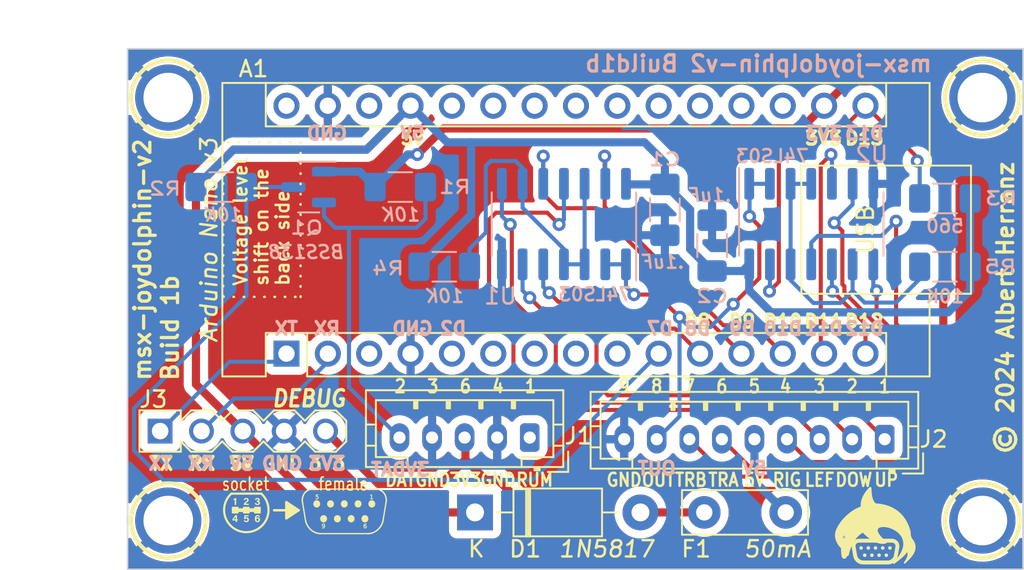
<source format=kicad_pcb>
(kicad_pcb (version 20221018) (generator pcbnew)
  (title_block (title "msx-joydolphin: A Gamecube controller adapter for MSX") (date "2024-02-26") (rev "v2 Build1b") (company "Albert Herranz"))
  (layers (0 "F.Cu" signal) (31 "B.Cu" signal) (34 "B.Paste" user) (35 "F.Paste" user) (36 "B.SilkS" user "B.Silkscreen") (37 "F.SilkS" user "F.Silkscreen") (38 "B.Mask" user) (39 "F.Mask" user) (44 "Edge.Cuts" user))
  (net 0 "")
  (net 1 "/TX")
  (net 2 "/RX")
  (net 4 "GND")
  (net 5 "/MSX_OUT")
  (net 10 "/GCN_DATA_5V")
  (net 11 "/MSX_UP")
  (net 12 "/MSX_DOWN")
  (net 13 "/MSX_LEFT")
  (net 14 "/MSX_RIGHT")
  (net 15 "/MSX_TRIGA")
  (net 16 "/MSX_TRIGB")
  (net 17 "/VCC_3V3")
  (net 27 "/VCC_5V")
  (net 30 "Net-(D1-A)")
  (net 31 "+5V")
  (net 32 "/GCN_DATA_3V3")
  (net 34 "/UP")
  (net 35 "/DOWN")
  (net 36 "/LEFT")
  (net 37 "/RIGHT")
  (net 38 "/TRIGA")
  (net 39 "/TRIGB")
  (net 41 "/nMSX_OUT_1")
  (net 42 "/nMSX_OUT_2")
  (footprint "Connector_JST:JST_PH_B9B-PH-K_1x09_P2.00mm_Vertical" (layer "F.Cu") (at 88.5 60.5 180)
    (fp_text reference "J2")
    (fp_text value "J1 MSX")
  )
  (footprint "Diode_THT:D_DO-41_SOD81_P10.16mm_Horizontal" (layer "F.Cu") (at 63.34 65)
    (fp_text reference "D1")
    (fp_text value "1N5817")
  )
  (footprint "Module:Arduino_Nano" (layer "F.Cu") (at 51.76 55.24 90)
    (fp_text reference "A1")
    (fp_text value "Arduino Nano v3")
  )
  (footprint "My_Components:Hole_3mm" (layer "F.Cu") (at 44.5 65.5)
    (fp_text reference "HOLE2" hide)
    (fp_text value "HOLE" hide)
  )
  (footprint "My_Components:Hole_3mm" (layer "F.Cu") (at 94.5 39.5)
    (fp_text reference "HOLE3" hide)
    (fp_text value "HOLE" hide)
  )
  (footprint "Connector_JST:JST_PH_B5B-PH-K_1x05_P2.00mm_Vertical" (layer "F.Cu") (at 66.7 60.4 180)
    (fp_text reference "J1")
    (fp_text value "J2 GCN")
  )
  (footprint "Capacitor_THT:C_Disc_D7.5mm_W2.5mm_P5.00mm" (layer "F.Cu") (at 82.42 65 180)
    (fp_text reference "F1")
    (fp_text value "50mA")
  )
  (footprint "My_Components:Hole_3mm" (layer "F.Cu") (at 44.5 39.5)
    (fp_text reference "HOLE1" hide)
    (fp_text value "HOLE" hide)
  )
  (footprint "My_Components:Hole_3mm" (layer "F.Cu") (at 94.5 65.5)
    (fp_text reference "HOLE4" hide)
    (fp_text value "HOLE" hide)
  )
  (footprint "My_Components:Conn_Pin_Header_5x1_2.54mm" (layer "F.Cu") (at 49.08 60)
    (fp_text reference "J3")
    (fp_text value "DEBUG")
  )
  (footprint "Capacitor_SMD:C_1206_3216Metric_Pad1.33x1.80mm_HandSolder" (layer "B.Cu") (at 75 46.4 -90)
    (fp_text reference "C1")
    (fp_text value ".1uF")
  )
  (footprint "Resistor_SMD:R_1206_3216Metric_Pad1.30x1.75mm_HandSolder" (layer "B.Cu") (at 92.2 49.9 180)
    (fp_text reference "R5")
    (fp_text value "10K")
  )
  (footprint "Resistor_SMD:R_1206_3216Metric_Pad1.30x1.75mm_HandSolder" (layer "B.Cu") (at 58.75 45)
    (fp_text reference "R1")
    (fp_text value "10K")
  )
  (footprint "Capacitor_SMD:C_1206_3216Metric_Pad1.33x1.80mm_HandSolder" (layer "B.Cu") (at 77.9 48.6 90)
    (fp_text reference "C2")
    (fp_text value ".1uF")
  )
  (footprint "Resistor_SMD:R_1206_3216Metric_Pad1.30x1.75mm_HandSolder" (layer "B.Cu") (at 92.2 45.7)
    (fp_text reference "R3")
    (fp_text value "560")
  )
  (footprint "Resistor_SMD:R_1206_3216Metric_Pad1.30x1.75mm_HandSolder" (layer "B.Cu") (at 61.45 49.9)
    (fp_text reference "R4")
    (fp_text value "10K")
  )
  (footprint "Package_SO:SOIC-14_3.9x8.7mm_P1.27mm" (layer "B.Cu") (at 83.99 47.275 -90)
    (fp_text reference "U2")
    (fp_text value "74LS03")
  )
  (footprint "Package_TO_SOT_SMD:SOT-23" (layer "B.Cu") (at 53.1225 45 180)
    (fp_text reference "Q1")
    (fp_text value "BSS138")
  )
  (footprint "Package_SO:SOIC-14_3.9x8.7mm_P1.27mm" (layer "B.Cu") (at 68.8 47.275 90)
    (fp_text reference "U1")
    (fp_text value "74LS03")
  )
  (footprint "Resistor_SMD:R_1206_3216Metric_Pad1.30x1.75mm_HandSolder" (layer "B.Cu") (at 47.75 45)
    (fp_text reference "R2")
    (fp_text value "10K")
  )
  (gr_line (start 53.037329 63.662886) (end 53.007857 63.682781) (stroke (width 0.079472)) (layer "F.SilkS"))
  (gr_line (start 53.285042 66.088223) (end 53.317752 66.114186) (stroke (width 0.079472)) (layer "F.SilkS"))
  (gr_line (start 57.64136 63.704267) (end 57.613162 63.682781) (stroke (width 0.079472)) (layer "F.SilkS"))
  (gr_poly (pts (xy 87.168948 66.148527) (xy 87.05203 66.220393) (xy 86.995511 66.260548) (xy 86.9313 66.311293) (xy 86.861012 66.373484) (xy 86.824092 66.40914) (xy 86.786258 66.447979) (xy 86.747711 66.490108) (xy 86.708652 66.535635) (xy 86.669284 66.584666) (xy 86.629807 66.637309) (xy 86.590423 66.693671) (xy 86.551335 66.753859) (xy 86.512742 66.817979) (xy 86.474848 66.88614) (xy 86.437854 66.958449) (xy 86.401961 67.035012) (xy 86.367371 67.115936) (xy 86.334285 67.20133) (xy 86.302905 67.291299) (xy 86.273433 67.385952) (xy 86.24607 67.485394) (xy 86.221018 67.589734) (xy 86.218219 67.591338) (xy 86.214986 67.593016) (xy 86.210768 67.594987) (xy 86.205741 67.597035) (xy 86.200083 67.59894) (xy 86.197073 67.599772) (xy 86.193972 67.600486) (xy 86.190802 67.601056) (xy 86.187586 67.601455) (xy 86.184344 67.601655) (xy 86.1811 67.601629) (xy 86.177876 67.60135) (xy 86.174694 67.60079) (xy 86.171576 67.599923) (xy 86.168544 67.598721) (xy 86.165621 67.597157) (xy 86.162828 67.595203) (xy 86.160188 67.592833) (xy 86.157723 67.59002) (xy 86.155455 67.586735) (xy 86.153407 67.582953) (xy 86.1516 67.578645) (xy 86.150057 67.573784) (xy 86.1488 67.568344) (xy 86.14785 67.562296) (xy 86.154849 67.507893) (xy 86.180502 67.361792) (xy 86.202508 67.262374) (xy 86.231796 67.149657) (xy 86.269242 67.026847) (xy 86.315717 66.897153) (xy 86.372095 66.763783) (xy 86.40427 66.696721) (xy 86.439249 66.629944) (xy 86.47714 66.563851) (xy 86.518053 66.498845) (xy 86.562096 66.435325) (xy 86.60938 66.373694) (xy 86.660012 66.314351) (xy 86.714102 66.257698) (xy 86.77176 66.204137) (xy 86.833094 66.154067) (xy 86.898214 66.10789) (xy 86.967228 66.066007) (xy 87.040246 66.028819) (xy 87.117378 65.996727)) (stroke (width 0.013153)) (fill solid) (layer "F.SilkS"))
  (gr_line (start 56.855538 66.298792) (end 56.895434 66.293524) (stroke (width 0.079472)) (layer "F.SilkS"))
  (gr_line (start 52.735348 64.221472) (end 52.735121 64.261946) (stroke (width 0.079472)) (layer "F.SilkS"))
  (gr_line (start 57.583689 63.662886) (end 57.552985 63.644636) (stroke (width 0.079472)) (layer "F.SilkS"))
  (gr_poly (pts (xy 49.300662 64.108619) (xy 49.310283 64.109179) (xy 49.319497 64.110097) (xy 49.328308 64.111361) (xy 49.336725 64.112959) (xy 49.344752 64.114878) (xy 49.352396 64.117106) (xy 49.359663 64.119631) (xy 49.36656 64.12244) (xy 49.373093 64.125521) (xy 49.379268 64.128862) (xy 49.385092 64.13245) (xy 49.39057 64.136273) (xy 49.395709 64.14032) (xy 49.400516 64.144576) (xy 49.404996 64.149031) (xy 49.409156 64.153672) (xy 49.413003 64.158486) (xy 49.416541 64.163462) (xy 49.419778 64.168586) (xy 49.42272 64.173848) (xy 49.425374 64.179233) (xy 49.429839 64.190328) (xy 49.433225 64.201772) (xy 49.435582 64.213468) (xy 49.436959 64.225316) (xy 49.437406 64.237218) (xy 49.437083 64.248719) (xy 49.436672 64.254189) (xy 49.436089 64.259489) (xy 49.43533 64.264628) (xy 49.43439 64.269618) (xy 49.433265 64.274471) (xy 49.431949 64.279198) (xy 49.43044 64.28381) (xy 49.428732 64.288319) (xy 49.426821 64.292735) (xy 49.424702 64.29707) (xy 49.422372 64.301336) (xy 49.419825 64.305543) (xy 49.417057 64.309703) (xy 49.414064 64.313828) (xy 49.410841 64.317928) (xy 49.407384 64.322015) (xy 49.39975 64.330195) (xy 49.391125 64.338458) (xy 49.381476 64.346895) (xy 49.370766 64.355596) (xy 49.358959 64.364651) (xy 49.34602 64.374152) (xy 49.331914 64.384187) (xy 49.322439 64.39097) (xy 49.313672 64.397474) (xy 49.305586 64.403709) (xy 49.298158 64.409688) (xy 49.29136 64.415418) (xy 49.285169 64.420912) (xy 49.279559 64.426178) (xy 49.274504 64.431228) (xy 49.26998 64.436072) (xy 49.265961 64.440719) (xy 49.262422 64.44518) (xy 49.259338 64.449466) (xy 49.256683 64.453587) (xy 49.254432 64.457552) (xy 49.252561 64.461373) (xy 49.251043 64.465059) (xy 49.452937 64.465059) (xy 49.441194 64.542142) (xy 49.140437 64.542142) (xy 49.140437 64.536271) (xy 49.140829 64.522476) (xy 49.142034 64.508983) (xy 49.144088 64.495761) (xy 49.147033 64.482779) (xy 49.150906 64.470005) (xy 49.155748 64.457409) (xy 49.161596 64.444959) (xy 49.168491 64.432625) (xy 49.176471 64.420375) (xy 49.185575 64.408178) (xy 49.195843 64.396004) (xy 49.207313 64.383821) (xy 49.220026 64.371597) (xy 49.234019 64.359303) (xy 49.249332 64.346906) (xy 49.266005 64.334377) (xy 49.286658 64.319157) (xy 49.295588 64.312378) (xy 49.303635 64.306051) (xy 49.310834 64.300101) (xy 49.317221 64.294453) (xy 49.322831 64.289032) (xy 49.3277 64.283761) (xy 49.331863 64.278566) (xy 49.335356 64.273371) (xy 49.338213 64.268101) (xy 49.340472 64.262679) (xy 49.342167 64.257032) (xy 49.343334 64.251082) (xy 49.344008 64.244755) (xy 49.344225 64.237975) (xy 49.344012 64.231149) (xy 49.343746 64.22789) (xy 49.343374 64.224735) (xy 49.342896 64.221684) (xy 49.342312 64.218737) (xy 49.341622 64.215895) (xy 49.340827 64.213159) (xy 49.339927 64.210529) (xy 49.338921 64.208005) (xy 49.33781 64.205588) (xy 49.336594 64.203279) (xy 49.335273 64.201077) (xy 49.333848 64.198984) (xy 49.332317 64.197) (xy 49.330683 64.195125) (xy 49.328944 64.19336) (xy 49.327101 64.191705) (xy 49.325154 64.190162) (xy 49.323103 64.188729) (xy 49.320948 64.187409) (xy 49.318689 64.1862) (xy 49.316327 64.185105) (xy 49.313862 64.184122) (xy 49.311294 64.183254) (xy 49.308622 64.182499) (xy 49.305848 64.18186) (xy 49.302971 64.181335) (xy 49.299991 64.180927) (xy 49.296908 64.180634) (xy 49.293724 64.180458) (xy 49.290437 64.1804) (xy 49.286574 64.180475) (xy 49.282866 64.1807) (xy 49.279311 64.181071) (xy 49.275904 64.181586) (xy 49.272644 64.182242) (xy 49.269525 64.183036) (xy 49.266546 64.183966) (xy 49.263702 64.185028) (xy 49.260992 64.18622) (xy 49.25841 64.187539) (xy 49.255955 64.188982) (xy 49.253622 64.190547) (xy 49.251409 64.192231) (xy 49.249313 64.19403) (xy 49.247329 64.195943) (xy 49.245456 64.197966) (xy 49.243688 64.200097) (xy 49.242024 64.202332) (xy 49.24046 64.20467) (xy 49.238993 64.207107) (xy 49.23762 64.209641) (xy 49.236336 64.212268) (xy 49.234027 64.217793) (xy 49.232039 64.22366) (xy 49.230348 64.229846) (xy 49.228926 64.23633) (xy 49.227747 64.243089) (xy 49.138543 64.243089) (xy 49.140138 64.229529) (xy 49.142732 64.216313) (xy 49.144406 64.209857) (xy 49.146335 64.203515) (xy 49.148519 64.197295) (xy 49.15096 64.191207) (xy 49.15366 64.18526) (xy 49.156619 64.179463) (xy 49.159841 64.173825) (xy 49.163325 64.168355) (xy 49.167074 64.163063) (xy 49.17109 64.157958) (xy 49.175373 64.153049) (xy 49.179925 64.148345) (xy 49.184748 64.143855) (xy 49.189844 64.139588) (xy 49.195213 64.135553) (xy 49.200858 64.131761) (xy 49.206779 64.128219) (xy 49.212979 64.124937) (xy 49.219459 64.121924) (xy 49.22622 64.11919) (xy 49.233265 64.116743) (xy 49.240593 64.114592) (xy 49.248208 64.112747) (xy 49.256111 64.111218) (xy 49.264302 64.110012) (xy 49.272784 64.109139) (xy 49.281558 64.108609) (xy 49.290626 64.10843)) (fill solid) (layer "F.SilkS"))
  (gr_poly (pts (xy 87.6156 63.542029) (xy 87.613783 63.546019) (xy 87.50373 63.692813) (xy 87.464026 63.749706) (xy 87.423099 63.812978) (xy 87.382777 63.881776) (xy 87.344886 63.955252) (xy 87.327423 63.993479) (xy 87.311253 64.032556) (xy 87.296604 64.072377) (xy 87.283705 64.112836) (xy 87.272784 64.153826) (xy 87.264069 64.195242) (xy 87.257789 64.236977) (xy 87.254172 64.278925) (xy 87.253446 64.32098) (xy 87.25584 64.363035) (xy 87.261582 64.404983) (xy 87.270901 64.44672) (xy 87.284025 64.488138) (xy 87.301181 64.529131) (xy 87.3226 64.569593) (xy 87.340895 64.597716) (xy 87.348926 64.591046) (xy 87.366283 64.582613) (xy 87.424361 64.564215) (xy 87.510852 64.545918) (xy 87.622473 64.530299) (xy 87.755939 64.519932) (xy 87.907966 64.517391) (xy 88.075268 64.525252) (xy 88.163621 64.533888) (xy 88.254561 64.54609) (xy 88.347678 64.56218) (xy 88.442561 64.582479) (xy 88.5388 64.60731) (xy 88.635984 64.636995) (xy 88.733702 64.671854) (xy 88.831543 64.712211) (xy 88.929099 64.758387) (xy 89.025956 64.810703) (xy 89.121706 64.869483) (xy 89.215938 64.935047) (xy 89.30824 65.007717) (xy 89.398203 65.087816) (xy 89.485416 65.175665) (xy 89.569468 65.271585) (xy 89.461743 65.311132) (xy 89.290383 65.187652) (xy 89.11819 65.083997) (xy 88.945588 64.999191) (xy 88.773002 64.932257) (xy 88.600855 64.88222) (xy 88.429573 64.848104) (xy 88.259578 64.828931) (xy 88.091295 64.823728) (xy 87.925148 64.831516) (xy 87.761561 64.851321) (xy 87.600959 64.882165) (xy 87.443766 64.923074) (xy 87.290405 64.973072) (xy 87.1413 65.031181) (xy 86.996877 65.096426) (xy 86.857559 65.167831) (xy 86.595935 65.325217) (xy 86.35982 65.49553) (xy 86.152609 65.670961) (xy 85.977693 65.843703) (xy 85.838467 66.005947) (xy 85.738323 66.149884) (xy 85.680655 66.267706) (xy 85.668809 66.314384) (xy 85.668855 66.351605) (xy 85.66615 66.385484) (xy 85.666092 66.418638) (xy 85.668513 66.451044) (xy 85.673245 66.482677) (xy 85.68012 66.513516) (xy 85.688971 66.543538) (xy 85.699629 66.572718) (xy 85.711926 66.601036) (xy 85.725695 66.628467) (xy 85.740767 66.654989) (xy 85.756974 66.680578) (xy 85.774149 66.705213) (xy 85.81073 66.751524) (xy 85.849164 66.79374) (xy 85.88811 66.831676) (xy 85.926222 66.865149) (xy 85.962157 66.893976) (xy 85.994572 66.917974) (xy 86.043465 66.950744) (xy 86.062152 66.961994) (xy 86.034081 67.064538) (xy 86.014105 67.158017) (xy 86.001355 67.242769) (xy 85.994965 67.319132) (xy 85.994068 67.387444) (xy 85.997797 67.448042) (xy 86.005286 67.501266) (xy 86.015666 67.547452) (xy 86.028072 67.586939) (xy 86.041637 67.620064) (xy 86.055493 67.647166) (xy 86.068774 67.668583) (xy 86.090142 67.695711) (xy 86.098806 67.704153) (xy 86.093521 67.710458) (xy 86.087337 67.717293) (xy 86.079168 67.725653) (xy 86.069294 67.734841) (xy 86.057999 67.744161) (xy 86.051905 67.748652) (xy 86.045562 67.752914) (xy 86.039003 67.75686) (xy 86.032265 67.760403) (xy 86.025383 67.763456) (xy 86.018391 67.765931) (xy 86.011325 67.767742) (xy 86.00422 67.768801) (xy 85.997111 67.769021) (xy 85.990034 67.768316) (xy 85.983023 67.766597) (xy 85.976115 67.763778) (xy 85.969343 67.759771) (xy 85.962743 67.754489) (xy 85.956351 67.747846) (xy 85.950201 67.739754) (xy 85.94433 67.730125) (xy 85.938771 67.718874) (xy 85.93356 67.705911) (xy 85.928732 67.691152) (xy 85.920103 67.658742) (xy 85.912642 67.624519) (xy 85.906247 67.588859) (xy 85.900814 67.552142) (xy 85.892423 67.477054) (xy 85.886646 67.402284) (xy 85.87963 67.265824) (xy 85.876743 67.210196) (xy 85.87317 67.16701) (xy 85.779303 67.069544) (xy 85.701445 66.970679) (xy 85.638847 66.870686) (xy 85.590759 66.769836) (xy 85.556432 66.668399) (xy 85.535115 66.566648) (xy 85.52606 66.464853) (xy 85.528516 66.363284) (xy 85.541734 66.262213) (xy 85.564965 66.161911) (xy 85.597458 66.062649) (xy 85.638465 65.964697) (xy 85.687235 65.868327) (xy 85.743019 65.77381) (xy 85.805068 65.681417) (xy 85.872631 65.591418) (xy 85.94496 65.504084) (xy 86.021304 65.419687) (xy 86.18304 65.260787) (xy 86.351843 65.116885) (xy 86.521715 64.990148) (xy 86.686661 64.882744) (xy 86.840683 64.796842) (xy 86.977783 64.734608) (xy 87.091966 64.698211) (xy 87.091832 64.629777) (xy 87.094988 64.562946) (xy 87.101212 64.497768) (xy 87.11028 64.434291) (xy 87.121971 64.372566) (xy 87.13606 64.312639) (xy 87.170542 64.198379) (xy 87.211943 64.091901) (xy 87.258479 63.993597) (xy 87.308365 63.903858) (xy 87.359819 63.823072) (xy 87.411056 63.751632) (xy 87.460292 63.689927) (xy 87.505742 63.638349) (xy 87.545624 63.597287) (xy 87.578153 63.567133) (xy 87.601545 63.548276) (xy 87.614017 63.541108)) (stroke (width 0.013452)) (fill solid) (layer "F.SilkS"))
  (gr_line (start 52.927242 63.751804) (end 52.90311 63.777749) (stroke (width 0.079472)) (layer "F.SilkS"))
  (gr_line (start 57.418671 63.589133) (end 57.382425 63.579896) (stroke (width 0.079472)) (layer "F.SilkS"))
  (gr_line (start 53.607717 66.265838) (end 53.646616 66.276994) (stroke (width 0.079472)) (layer "F.SilkS"))
  (gr_line (start 57.874238 64.387009) (end 57.88019 64.344767) (stroke (width 0.079472)) (layer "F.SilkS"))
  (gr_line (start 57.883409 64.181693) (end 57.879273 64.142661) (stroke (width 0.079472)) (layer "F.SilkS"))
  (gr_poly (pts (xy 56.165004 64.292624) (xy 56.173731 64.293334) (xy 56.182331 64.294503) (xy 56.190793 64.29612) (xy 56.199107 64.298172) (xy 56.207261 64.30065) (xy 56.215245 64.30354) (xy 56.223047 64.306831) (xy 56.230658 64.310513) (xy 56.238067 64.314572) (xy 56.245262 64.318999) (xy 56.252233 64.32378) (xy 56.258969 64.328906) (xy 56.265459 64.334363) (xy 56.271692 64.34014) (xy 56.277659 64.346227) (xy 56.283347 64.352611) (xy 56.288747 64.359281) (xy 56.293847 64.366225) (xy 56.298636 64.373432) (xy 56.303104 64.38089) (xy 56.307241 64.388588) (xy 56.311034 64.396514) (xy 56.314474 64.404656) (xy 56.31755 64.413003) (xy 56.32025 64.421544) (xy 56.322565 64.430266) (xy 56.324483 64.439159) (xy 56.325993 64.448211) (xy 56.327086 64.457409) (xy 56.327749 64.466744) (xy 56.327973 64.476202) (xy 56.327749 64.485657) (xy 56.327086 64.494988) (xy 56.325993 64.504184) (xy 56.324483 64.513232) (xy 56.322565 64.522121) (xy 56.32025 64.53084) (xy 56.31755 64.539376) (xy 56.314474 64.54772) (xy 56.311034 64.555858) (xy 56.307241 64.56378) (xy 56.303104 64.571474) (xy 56.298636 64.578928) (xy 56.293847 64.586131) (xy 56.288747 64.593071) (xy 56.283347 64.599737) (xy 56.277659 64.606118) (xy 56.271692 64.612201) (xy 56.265459 64.617975) (xy 56.258969 64.623428) (xy 56.252233 64.62855) (xy 56.245262 64.633329) (xy 56.238067 64.637752) (xy 56.230658 64.641809) (xy 56.223047 64.645488) (xy 56.215245 64.648777) (xy 56.207261 64.651665) (xy 56.199107 64.654141) (xy 56.190793 64.656192) (xy 56.182331 64.657808) (xy 56.173731 64.658976) (xy 56.165004 64.659685) (xy 56.156161 64.659924) (xy 56.14733 64.659685) (xy 56.138615 64.658976) (xy 56.130026 64.657808) (xy 56.121573 64.656192) (xy 56.113268 64.654141) (xy 56.105121 64.651665) (xy 56.097143 64.648777) (xy 56.089345 64.645488) (xy 56.081739 64.641809) (xy 56.074334 64.637752) (xy 56.067141 64.633329) (xy 56.060172 64.62855) (xy 56.053438 64.623428) (xy 56.046948 64.617975) (xy 56.040714 64.612201) (xy 56.034748 64.606118) (xy 56.029058 64.599737) (xy 56.023658 64.593071) (xy 56.018556 64.586131) (xy 56.013765 64.578928) (xy 56.009294 64.571474) (xy 56.005156 64.56378) (xy 56.00136 64.555858) (xy 55.997918 64.54772) (xy 55.99484 64.539376) (xy 55.992137 64.53084) (xy 55.989821 64.522121) (xy 55.987901 64.513232) (xy 55.986389 64.504184) (xy 55.985296 64.494988) (xy 55.984632 64.485657) (xy 55.984408 64.476202) (xy 55.984632 64.466744) (xy 55.985296 64.457409) (xy 55.986389 64.448211) (xy 55.987901 64.439159) (xy 55.989821 64.430266) (xy 55.992137 64.421544) (xy 55.99484 64.413003) (xy 55.997918 64.404656) (xy 56.00136 64.396514) (xy 56.005156 64.388588) (xy 56.009294 64.38089) (xy 56.013765 64.373432) (xy 56.018556 64.366225) (xy 56.023658 64.359281) (xy 56.029058 64.352611) (xy 56.034748 64.346227) (xy 56.040714 64.34014) (xy 56.046948 64.334363) (xy 56.053438 64.328906) (xy 56.060172 64.32378) (xy 56.067141 64.318999) (xy 56.074334 64.314572) (xy 56.081739 64.310513) (xy 56.089345 64.306831) (xy 56.097143 64.30354) (xy 56.105121 64.30065) (xy 56.113268 64.298172) (xy 56.121573 64.29612) (xy 56.130026 64.294503) (xy 56.138615 64.293334) (xy 56.14733 64.292624) (xy 56.156161 64.292385)) (stroke (width 0.079472)) (fill solid) (layer "F.SilkS"))
  (gr_poly (pts (xy 49.981312 64.108781) (xy 49.990053 64.109259) (xy 49.99848 64.110045) (xy 50.006596 64.111129) (xy 50.014402 64.112502) (xy 50.021899 64.114155) (xy 50.02909 64.116077) (xy 50.035977 64.118261) (xy 50.042561 64.120695) (xy 50.048844 64.123372) (xy 50.054828 64.126281) (xy 50.060515 64.129413) (xy 50.065907 64.13276) (xy 50.071005 64.136311) (xy 50.075811 64.140057) (xy 50.080328 64.143989) (xy 50.084556 64.148097) (xy 50.088499 64.152372) (xy 50.092157 64.156805) (xy 50.095533 64.161387) (xy 50.098628 64.166107) (xy 50.101444 64.170958) (xy 50.103984 64.175928) (xy 50.106248 64.181009) (xy 50.108239 64.186192) (xy 50.109959 64.191467) (xy 50.112591 64.202256) (xy 50.11416 64.213301) (xy 50.114679 64.224528) (xy 50.114593 64.229245) (xy 50.11434 64.233809) (xy 50.113925 64.238222) (xy 50.113356 64.242487) (xy 50.112639 64.246606) (xy 50.111781 64.250581) (xy 50.110789 64.254415) (xy 50.109669 64.25811) (xy 50.108428 64.261669) (xy 50.107072 64.265094) (xy 50.104042 64.27155) (xy 50.100634 64.277498) (xy 50.0969 64.282956) (xy 50.092892 64.287944) (xy 50.088665 64.292481) (xy 50.084271 64.296584) (xy 50.079762 64.300274) (xy 50.075193 64.303569) (xy 50.070616 64.306487) (xy 50.066083 64.309048) (xy 50.061649 64.311271) (xy 50.061649 64.313165) (xy 50.067015 64.315179) (xy 50.072621 64.317621) (xy 50.078384 64.320526) (xy 50.084225 64.323925) (xy 50.090063 64.327852) (xy 50.095816 64.332341) (xy 50.098636 64.334806) (xy 50.101405 64.337425) (xy 50.104112 64.3402) (xy 50.106748 64.343136) (xy 50.109302 64.346238) (xy 50.111765 64.349509) (xy 50.114126 64.352955) (xy 50.116375 64.356577) (xy 50.118502 64.360382) (xy 50.120497 64.364373) (xy 50.12235 64.368555) (xy 50.124051 64.37293) (xy 50.125589 64.377505) (xy 50.126955 64.382282) (xy 50.128139 64.387266) (xy 50.12913 64.392462) (xy 50.129918 64.397872) (xy 50.130494 64.403502) (xy 50.130847 64.409356) (xy 50.130967 64.415437) (xy 50.130522 64.427093) (xy 50.129141 64.438896) (xy 50.126753 64.450721) (xy 50.125159 64.456604) (xy 50.123287 64.462446) (xy 50.121128 64.468231) (xy 50.118673 64.473945) (xy 50.115913 64.479571) (xy 50.112839 64.485094) (xy 50.109443 64.490499) (xy 50.105716 64.49577) (xy 50.101648 64.500892) (xy 50.097231 64.505849) (xy 50.092456 64.510626) (xy 50.087315 64.515207) (xy 50.081798 64.519577) (xy 50.075896 64.523719) (xy 50.069602 64.52762) (xy 50.062905 64.531262) (xy 50.055797 64.534632) (xy 50.04827 64.537712) (xy 50.040314 64.540488) (xy 50.03192 64.542944) (xy 50.02308 64.545065) (xy 50.013785 64.546835) (xy 50.004026 64.548239) (xy 49.993794 64.54926) (xy 49.98308 64.549885) (xy 49.971876 64.550097) (xy 49.961354 64.549898) (xy 49.951269 64.549313) (xy 49.941613 64.548355) (xy 49.932379 64.547041) (xy 49.923558 64.545384) (xy 49.915144 64.543399) (xy 49.90713 64.541101) (xy 49.899507 64.538505) (xy 49.892268 64.535626) (xy 49.885406 64.532478) (xy 49.878913 64.529077) (xy 49.872783 64.525437) (xy 49.867006 64.521573) (xy 49.861577 64.5175) (xy 49.856487 64.513232) (xy 49.851729 64.508785) (xy 49.847296 64.504173) (xy 49.84318 64.499411) (xy 49.839373 64.494514) (xy 49.835869 64.489496) (xy 49.829738 64.479159) (xy 49.824726 64.468518) (xy 49.820773 64.457692) (xy 49.817821 64.446799) (xy 49.81581 64.435957) (xy 49.814679 64.425286) (xy 49.904641 64.425286) (xy 49.905911 64.430697) (xy 49.907527 64.435971) (xy 49.909505 64.44108) (xy 49.910634 64.443564) (xy 49.911859 64.445995) (xy 49.91318 64.44837) (xy 49.914601 64.450685) (xy 49.916123 64.452937) (xy 49.917748 64.455122) (xy 49.919477 64.457236) (xy 49.921312 64.459276) (xy 49.923256 64.461238) (xy 49.925309 64.463117) (xy 49.927473 64.464912) (xy 49.929751 64.466617) (xy 49.932144 64.468229) (xy 49.934654 64.469745) (xy 49.937282 64.471161) (xy 49.940031 64.472473) (xy 49.942902 64.473678) (xy 49.945896 64.474771) (xy 49.949017 64.475749) (xy 49.952265 64.476609) (xy 49.955642 64.477347) (xy 49.95915 64.477959) (xy 49.962791 64.478441) (xy 49.966566 64.47879) (xy 49.970478 64.479002) (xy 49.974527 64.479074) (xy 49.978577 64.478994) (xy 49.982487 64.478758) (xy 49.986259 64.478369) (xy 49.989893 64.477829) (xy 49.993391 64.477141) (xy 49.996751 64.47631) (xy 49.999977 64.475337) (xy 50.003067 64.474226) (xy 50.006023 64.472981) (xy 50.008845 64.471604) (xy 50.011534 64.470098) (xy 50.014091 64.468467) (xy 50.016517 64.466713) (xy 50.018812 64.464841) (xy 50.020977 64.462852) (xy 50.023012 64.46075) (xy 50.024919 64.458538) (xy 50.026697 64.45622) (xy 50.028349 64.453798) (xy 50.029873 64.451275) (xy 50.031272 64.448655) (xy 50.032545 64.445941) (xy 50.033694 64.443135) (xy 50.034719 64.440242) (xy 50.035621 64.437264) (xy 50.0364 64.434204) (xy 50.037058 64.431065) (xy 50.037594 64.427851) (xy 50.038306 64.421208) (xy 50.038543 64.414301) (xy 50.038299 64.407097) (xy 50.037992 64.403633) (xy 50.037559 64.400264) (xy 50.037 64.396992) (xy 50.036313 64.393817) (xy 50.035496 64.390742) (xy 50.034548 64.387768) (xy 50.033467 64.384897) (xy 50.032252 64.38213) (xy 50.030901 64.379468) (xy 50.029414 64.376914) (xy 50.027788 64.374469) (xy 50.026022 64.372135) (xy 50.024115 64.369913) (xy 50.022065 64.367805) (xy 50.019871 64.365812) (xy 50.017531 64.363936) (xy 50.015044 64.362179) (xy 50.012408 64.360542) (xy 50.009623 64.359027) (xy 50.006685 64.357635) (xy 50.003595 64.356368) (xy 50.00035 64.355228) (xy 49.996949 64.354216) (xy 49.993391 64.353334) (xy 49.989674 64.352583) (xy 49.985797 64.351965) (xy 49.981758 64.351481) (xy 49.977556 64.351134) (xy 49.973189 64.350924) (xy 49.968656 64.350854) (xy 49.92983 64.350854) (xy 49.92983 64.279642) (xy 49.96411 64.279642) (xy 49.971707 64.279474) (xy 49.978737 64.278962) (xy 49.985212 64.278096) (xy 49.991141 64.276866) (xy 49.993904 64.276111) (xy 49.996534 64.275261) (xy 49.999034 64.274314) (xy 50.001404 64.27327) (xy 50.003646 64.272127) (xy 50.00576 64.270883) (xy 50.007748 64.269537) (xy 50.009612 64.268089) (xy 50.011353 64.266536) (xy 50.012972 64.264878) (xy 50.014471 64.263113) (xy 50.01585 64.261239) (xy 50.017111 64.259256) (xy 50.018256 64.257162) (xy 50.019285 64.254955) (xy 50.020201 64.252636) (xy 50.021003 64.250201) (xy 50.021695 64.24765) (xy 50.022276 64.244982) (xy 50.022749 64.242194) (xy 50.023374 64.236258) (xy 50.02358 64.229831) (xy 50.023529 64.227124) (xy 50.023375 64.224472) (xy 50.023119 64.221877) (xy 50.022759 64.219341) (xy 50.022296 64.216867) (xy 50.021729 64.214456) (xy 50.021057 64.212111) (xy 50.020281 64.209833) (xy 50.019399 64.207624) (xy 50.018412 64.205486) (xy 50.017319 64.203422) (xy 50.016119 64.201433) (xy 50.014813 64.199522) (xy 50.0134 64.19769) (xy 50.01188 64.19594) (xy 50.010252 64.194273) (xy 50.008515 64.192691) (xy 50.00667 64.191197) (xy 50.004716 64.189792) (xy 50.002653 64.188479) (xy 50.000479 64.187259) (xy 49.998196 64.186135) (xy 49.995802 64.185109) (xy 49.993298 64.184181) (xy 49.990682 64.183356) (xy 49.987955 64.182634) (xy 49.985115 64.182017) (xy 49.982163 64.181509) (xy 49.979098 64.181109) (xy 49.975921 64.180821) (xy 49.972629 64.180647) (xy 49.969224 64.180589) (xy 49.965254 64.18066) (xy 49.961472 64.18087) (xy 49.957872 64.181215) (xy 49.954452 64.181687) (xy 49.951204 64.182283) (xy 49.948125 64.182997) (xy 49.945209 64.183824) (xy 49.942451 64.184759) (xy 49.939847 64.185795) (xy 49.937392 64.186929) (xy 49.93508 64.188155) (xy 49.932906 64.189468) (xy 49.930866 64.190862) (xy 49.928955 64.192332) (xy 49.927167 64.193873) (xy 49.925498 64.19548) (xy 49.923942 64.197147) (xy 49.922496 64.19887) (xy 49.91991 64.20246) (xy 49.917699 64.206208) (xy 49.915824 64.210072) (xy 49.914245 64.214011) (xy 49.912923 64.217982) (xy 49.911818 64.221944) (xy 49.910891 64.225854) (xy 49.822823 64.225854) (xy 49.822823 64.225665) (xy 49.824295 64.215705) (xy 49.826548 64.205573) (xy 49.82964 64.195382) (xy 49.833627 64.185244) (xy 49.835975 64.18023) (xy 49.838568 64.175271) (xy 49.841414 64.170382) (xy 49.844519 64.165576) (xy 49.847892 64.160868) (xy 49.851539 64.156271) (xy 49.855467 64.1518) (xy 49.859684 64.147469) (xy 49.864196 64.143291) (xy 49.869012 64.139281) (xy 49.874137 64.135453) (xy 49.87958 64.13182) (xy 49.885347 64.128398) (xy 49.891446 64.125199) (xy 49.897884 64.122239) (xy 49.904668 64.11953) (xy 49.911805 64.117088) (xy 49.919302 64.114925) (xy 49.927167 64.113057) (xy 49.935406 64.111497) (xy 49.944028 64.110259) (xy 49.953038 64.109357) (xy 49.962445 64.108806) (xy 49.972255 64.108619)) (fill solid) (layer "F.SilkS"))
  (gr_poly (pts (xy 48.72074 65.423581) (xy 48.772444 65.423581) (xy 48.763353 65.498581) (xy 48.72074 65.498581) (xy 48.72074 65.594414) (xy 48.634755 65.594414) (xy 48.634755 65.498581) (xy 48.44252 65.498581) (xy 48.44252 65.423581) (xy 48.524149 65.423581) (xy 48.634755 65.423581) (xy 48.634755 65.347824) (xy 48.634784 65.316778) (xy 48.634992 65.291361) (xy 48.635554 65.269601) (xy 48.636024 65.259477) (xy 48.636649 65.249528) (xy 48.633047 65.256718) (xy 48.628614 65.264868) (xy 48.617579 65.283649) (xy 48.604183 65.305066) (xy 48.589064 65.328316) (xy 48.572862 65.352596) (xy 48.556216 65.377103) (xy 48.524149 65.423581) (xy 48.44252 65.423581) (xy 48.44252 65.41771) (xy 48.619793 65.168657) (xy 48.72074 65.168657)) (fill solid) (layer "F.SilkS"))
  (gr_poly (pts (xy 88.961646 66.678979) (xy 88.985086 66.680871) (xy 89.008044 66.683983) (xy 89.03049 66.68828) (xy 89.052397 66.693729) (xy 89.073734 66.700295) (xy 89.094475 66.707945) (xy 89.114589 66.716643) (xy 89.134048 66.726357) (xy 89.152824 66.737052) (xy 89.170887 66.748693) (xy 89.18821 66.761247) (xy 89.204763 66.774679) (xy 89.220518 66.788955) (xy 89.235445 66.804042) (xy 89.249517 66.819905) (xy 89.262704 66.83651) (xy 89.274978 66.853823) (xy 89.286311 66.871809) (xy 89.296672 66.890435) (xy 89.306035 66.909667) (xy 89.314369 66.92947) (xy 89.321647 66.94981) (xy 89.327839 66.970653) (xy 89.332917 66.991965) (xy 89.336852 67.013712) (xy 89.339616 67.03586) (xy 89.341179 67.058374) (xy 89.341514 67.081221) (xy 89.34059 67.104366) (xy 89.338381 67.127775) (xy 89.334856 67.151415) (xy 89.240423 67.685023) (xy 89.235661 67.708602) (xy 89.229805 67.731838) (xy 89.222885 67.754705) (xy 89.214933 67.777175) (xy 89.205981 67.799222) (xy 89.19606 67.82082) (xy 89.185201 67.841942) (xy 89.173437 67.862562) (xy 89.160799 67.882653) (xy 89.147318 67.902187) (xy 89.133025 67.92114) (xy 89.117953 67.939483) (xy 89.085597 67.974237) (xy 89.0505 68.006236) (xy 89.012916 68.035267) (xy 88.973097 68.061117) (xy 88.952428 68.072783) (xy 88.931294 68.083575) (xy 88.909728 68.093464) (xy 88.887761 68.102426) (xy 88.865424 68.110433) (xy 88.842749 68.117459) (xy 88.819768 68.123476) (xy 88.796511 68.12846) (xy 88.773011 68.132382) (xy 88.749299 68.135216) (xy 88.725407 68.136936) (xy 88.701366 68.137516) (xy 87.170458 68.137516) (xy 87.146414 68.136936) (xy 87.122517 68.135216) (xy 87.098798 68.132382) (xy 87.075291 68.12846) (xy 87.052025 68.123477) (xy 87.029033 68.11746) (xy 87.006347 68.110434) (xy 86.983998 68.102428) (xy 86.962018 68.093467) (xy 86.940438 68.083577) (xy 86.919291 68.072786) (xy 86.898607 68.061121) (xy 86.878419 68.048607) (xy 86.858758 68.035271) (xy 86.839655 68.02114) (xy 86.821144 68.00624) (xy 86.803254 67.990599) (xy 86.786018 67.974242) (xy 86.769468 67.957196) (xy 86.753635 67.939489) (xy 86.73855 67.921145) (xy 86.724247 67.902193) (xy 86.710755 67.882658) (xy 86.698107 67.862567) (xy 86.686334 67.841948) (xy 86.675469 67.820825) (xy 86.665542 67.799226) (xy 86.656586 67.777178) (xy 86.648632 67.754707) (xy 86.641712 67.73184) (xy 86.635857 67.708603) (xy 86.631099 67.685023) (xy 86.536968 67.151415) (xy 86.533443 67.127774) (xy 86.531231 67.104364) (xy 86.530305 67.081218) (xy 86.530585 67.061789) (xy 86.649762 67.061789) (xy 86.649857 67.078497) (xy 86.650804 67.095534) (xy 86.652618 67.112885) (xy 86.655313 67.13053) (xy 86.749443 67.664139) (xy 86.753057 67.681844) (xy 86.757585 67.69937) (xy 86.763 67.716692) (xy 86.76927 67.733785) (xy 86.776365 67.750624) (xy 86.784257 67.767184) (xy 86.792914 67.783439) (xy 86.802307 67.799365) (xy 86.82318 67.830127) (xy 86.846635 67.85927) (xy 86.872434 67.886591) (xy 86.900335 67.91189) (xy 86.9301 67.934966) (xy 86.961487 67.955618) (xy 86.994258 67.973644) (xy 87.028171 67.988844) (xy 87.045482 67.995321) (xy 87.062988 68.001016) (xy 87.08066 68.005903) (xy 87.098468 68.009959) (xy 87.116382 68.013157) (xy 87.134372 68.015472) (xy 87.152407 68.01688) (xy 87.170458 68.017355) (xy 88.701366 68.017355) (xy 88.719413 68.01688) (xy 88.737443 68.015472) (xy 88.755426 68.013157) (xy 88.773331 68.009959) (xy 88.79113 68.005904) (xy 88.808792 68.001017) (xy 88.826287 67.995322) (xy 88.843585 67.988845) (xy 88.860657 67.981612) (xy 88.877473 67.973646) (xy 88.894002 67.964974) (xy 88.910215 67.955621) (xy 88.926082 67.945611) (xy 88.941574 67.93497) (xy 88.956659 67.923723) (xy 88.971309 67.911895) (xy 88.985494 67.899511) (xy 88.999182 67.886596) (xy 89.012346 67.873176) (xy 89.024955 67.859275) (xy 89.036978 67.844919) (xy 89.048387 67.830133) (xy 89.059151 67.814942) (xy 89.06924 67.799371) (xy 89.078624 67.783444) (xy 89.087274 67.767189) (xy 89.09516 67.750629) (xy 89.102252 67.733789) (xy 89.108519 67.716695) (xy 89.113933 67.699372) (xy 89.118463 67.681845) (xy 89.122079 67.664139) (xy 89.216512 67.13053) (xy 89.219206 67.112883) (xy 89.221018 67.095532) (xy 89.221963 67.078493) (xy 89.222054 67.061785) (xy 89.221307 67.045424) (xy 89.219736 67.029429) (xy 89.217356 67.013815) (xy 89.214182 66.998601) (xy 89.210228 66.983804) (xy 89.205508 66.969442) (xy 89.200038 66.955531) (xy 89.193833 66.942089) (xy 89.186906 66.929134) (xy 89.179272 66.916683) (xy 89.170947 66.904752) (xy 89.161944 66.893361) (xy 89.152279 66.882525) (xy 89.141966 66.872262) (xy 89.131019 66.86259) (xy 89.119454 66.853526) (xy 89.107285 66.845088) (xy 89.094527 66.837292) (xy 89.081194 66.830156) (xy 89.0673 66.823698) (xy 89.052862 66.817934) (xy 89.037893 66.812882) (xy 89.022407 66.808561) (xy 89.006421 66.804985) (xy 88.989947 66.802175) (xy 88.973001 66.800145) (xy 88.955598 66.798915) (xy 88.937752 66.798501) (xy 86.93377 66.798501) (xy 86.915932 66.798915) (xy 86.898539 66.800146) (xy 86.881603 66.802175) (xy 86.86514 66.804986) (xy 86.849164 66.808561) (xy 86.83369 66.812884) (xy 86.818733 66.817936) (xy 86.804306 66.8237) (xy 86.790426 66.830158) (xy 86.777105 66.837295) (xy 86.764359 66.845091) (xy 86.752203 66.85353) (xy 86.74065 66.862594) (xy 86.729717 66.872267) (xy 86.719416 66.88253) (xy 86.709763 66.893366) (xy 86.700772 66.904758) (xy 86.692459 66.916688) (xy 86.684837 66.92914) (xy 86.677921 66.942095) (xy 86.671725 66.955537) (xy 86.666265 66.969448) (xy 86.661555 66.98381) (xy 86.657609 66.998607) (xy 86.654442 67.013821) (xy 86.652069 67.029434) (xy 86.650504 67.045429) (xy 86.649762 67.061789) (xy 86.530585 67.061789) (xy 86.530635 67.05837) (xy 86.532192 67.035855) (xy 86.534949 67.013707) (xy 86.538877 66.991959) (xy 86.543947 66.970647) (xy 86.55013 66.949804) (xy 86.557398 66.929463) (xy 86.565722 66.90966) (xy 86.575073 66.890429) (xy 86.585423 66.871803) (xy 86.596743 66.853817) (xy 86.609005 66.836504) (xy 86.62218 66.8199) (xy 86.636239 66.804037) (xy 86.651154 66.788951) (xy 86.666896 66.774675) (xy 86.683436 66.761243) (xy 86.700746 66.748689) (xy 86.718797 66.737049) (xy 86.737561 66.726355) (xy 86.757008 66.716641) (xy 86.777111 66.707943) (xy 86.79784 66.700294) (xy 86.819167 66.693728) (xy 86.841063 66.688279) (xy 86.863501 66.683982) (xy 86.88645 66.680871) (xy 86.909882 66.678979) (xy 86.93377 66.67834) (xy 88.937752 66.67834)) (stroke (width 0.120178)) (fill solid) (layer "F.SilkS"))
  (gr_line (start 56.815425 66.301992) (end 56.855538 66.298792) (stroke (width 0.079472)) (layer "F.SilkS"))
  (gr_line (start 52.740762 64.344767) (end 52.746713 64.387009) (stroke (width 0.079472)) (layer "F.SilkS"))
  (gr_line (start 57.599272 65.761379) (end 57.617946 65.723138) (stroke (width 0.079472)) (layer "F.SilkS"))
  (gr_line (start 52.979657 63.704267) (end 52.952772 63.727293) (stroke (width 0.079472)) (layer "F.SilkS"))
  (gr_line (start 53.646616 66.276994) (end 53.685907 66.286241) (stroke (width 0.079472)) (layer "F.SilkS"))
  (gr_line (start 53.086866 65.870782) (end 53.111465 65.9053) (stroke (width 0.079472)) (layer "F.SilkS"))
  (gr_line (start 52.735121 64.261946) (end 52.736912 64.303062) (stroke (width 0.079472)) (layer "F.SilkS"))
  (gr_line (start 53.19304 66.00226) (end 53.222627 66.032207) (stroke (width 0.079472)) (layer "F.SilkS"))
  (gr_line (start 57.831018 63.960566) (end 57.816142 63.927128) (stroke (width 0.079472)) (layer "F.SilkS"))
  (gr_line (start 52.935274 65.521007) (end 52.945207 65.562713) (stroke (width 0.079472)) (layer "F.SilkS"))
  (gr_poly (pts (xy 48.579073 64.542142) (xy 48.578884 64.541953) (xy 48.579073 64.541953)) (fill solid) (layer "F.SilkS"))
  (gr_line (start 52.90311 63.777749) (end 52.880415 63.805075) (stroke (width 0.079472)) (layer "F.SilkS"))
  (gr_line (start 53.765435 66.298792) (end 53.805552 66.301992) (stroke (width 0.079472)) (layer "F.SilkS"))
  (gr_poly (pts (xy 90.023941 66.264533) (xy 90.023088 66.268861) (xy 90.023178 66.282477) (xy 90.025585 66.302131) (xy 90.030212 66.327136) (xy 90.036966 66.356803) (xy 90.045752 66.390444) (xy 90.056474 66.427371) (xy 90.069039 66.466896) (xy 90.08335 66.508332) (xy 90.099314 66.550989) (xy 90.116836 66.594181) (xy 90.13582 66.637218) (xy 90.156171 66.679413) (xy 90.177796 66.720078) (xy 90.200598 66.758524) (xy 90.224484 66.794064) (xy 90.248591 66.831128) (xy 90.268679 66.869507) (xy 90.284955 66.909009) (xy 90.29763 66.949445) (xy 90.306912 66.990623) (xy 90.31301 67.032354) (xy 90.316132 67.074447) (xy 90.316489 67.116712) (xy 90.314289 67.158957) (xy 90.309741 67.200993) (xy 90.294436 67.283675) (xy 90.272246 67.363232) (xy 90.244843 67.438142) (xy 90.213898 67.506881) (xy 90.181083 67.567923) (xy 90.14807 67.619747) (xy 90.116531 67.660828) (xy 90.088136 67.689641) (xy 90.075641 67.698971) (xy 90.064559 67.704664) (xy 90.055099 67.706527) (xy 90.04747 67.704371) (xy 90.041881 67.698006) (xy 90.03854 67.68724) (xy 90.094311 67.577123) (xy 90.139169 67.475265) (xy 90.174123 67.381506) (xy 90.200184 67.295686) (xy 90.218359 67.217648) (xy 90.229659 67.147231) (xy 90.235093 67.084276) (xy 90.235669 67.028625) (xy 90.232398 66.980117) (xy 90.226289 66.938593) (xy 90.21835 66.903895) (xy 90.209592 66.875863) (xy 90.193652 66.839159) (xy 90.186545 66.827207) (xy 90.149618 66.809668) (xy 90.116436 66.791044) (xy 90.086829 66.771444) (xy 90.060629 66.750975) (xy 90.037666 66.729745) (xy 90.017774 66.707861) (xy 90.000781 66.685431) (xy 89.986521 66.662563) (xy 89.974825 66.639364) (xy 89.965523 66.615941) (xy 89.958447 66.592403) (xy 89.953429 66.568857) (xy 89.9503 66.54541) (xy 89.948891 66.522171) (xy 89.949033 66.499246) (xy 89.950558 66.476744) (xy 89.957083 66.433437) (xy 89.967115 66.393112) (xy 89.979305 66.356629) (xy 89.992305 66.324848) (xy 90.004764 66.298631) (xy 90.015334 66.278839) (xy 90.025409 66.261972)) (stroke (width 0.013452)) (fill solid) (layer "F.SilkS"))
  (gr_line (start 52.80485 63.927128) (end 52.789968 63.960566) (stroke (width 0.079472)) (layer "F.SilkS"))
  (gr_poly (pts (xy 54.037922 65.687905) (xy 54.043274 65.688336) (xy 54.048461 65.689056) (xy 54.053481 65.690063) (xy 54.058334 65.691357) (xy 54.063022 65.69294) (xy 54.067543 65.69481) (xy 54.071898 65.696968) (xy 54.076086 65.699413) (xy 54.080109 65.702146) (xy 54.083965 65.705167) (xy 54.087654 65.708476) (xy 54.091178 65.712072) (xy 54.094535 65.715956) (xy 54.097726 65.720128) (xy 54.100751 65.724588) (xy 54.103622 65.729298) (xy 54.106307 65.734269) (xy 54.108807 65.7395) (xy 54.111122 65.744991) (xy 54.113252 65.750742) (xy 54.115197 65.756754) (xy 54.116956 65.763026) (xy 54.11853 65.769558) (xy 54.119919 65.77635) (xy 54.121123 65.783402) (xy 54.122142 65.790715) (xy 54.122975 65.798288) (xy 54.123623 65.806121) (xy 54.124086 65.814215) (xy 54.124364 65.822569) (xy 54.124457 65.831183) (xy 54.124343 65.839246) (xy 54.124002 65.847104) (xy 54.123435 65.854756) (xy 54.12264 65.862203) (xy 54.121618 65.869445) (xy 54.120369 65.876482) (xy 54.118892 65.883313) (xy 54.117189 65.889939) (xy 54.115259 65.89636) (xy 54.113101 65.902575) (xy 54.110716 65.908585) (xy 54.108105 65.91439) (xy 54.105266 65.91999) (xy 54.1022 65.925384) (xy 54.098907 65.930573) (xy 54.095386 65.935557) (xy 54.091696 65.940263) (xy 54.087849 65.944665) (xy 54.083844 65.948764) (xy 54.079684 65.952559) (xy 54.075366 65.956051) (xy 54.070891 65.959239) (xy 54.06626 65.962123) (xy 54.061472 65.964704) (xy 54.056527 65.966981) (xy 54.051425 65.968954) (xy 54.046167 65.970624) (xy 54.040751 65.97199) (xy 54.035179 65.973053) (xy 54.02945 65.973812) (xy 54.023564 65.974267) (xy 54.017521 65.974419) (xy 54.014228 65.974376) (xy 54.010925 65.974246) (xy 54.00761 65.974029) (xy 54.004285 65.973725) (xy 54.000949 65.973335) (xy 53.997602 65.972858) (xy 53.994244 65.972294) (xy 53.990876 65.971643) (xy 53.987485 65.970906) (xy 53.984062 65.970082) (xy 53.980607 65.969171) (xy 53.977119 65.968173) (xy 53.973599 65.967089) (xy 53.970046 65.965918) (xy 53.966461 65.96466) (xy 53.962843 65.963316) (xy 53.962843 65.929264) (xy 53.966137 65.930881) (xy 53.969441 65.932399) (xy 53.972755 65.933819) (xy 53.976081 65.93514) (xy 53.979417 65.936363) (xy 53.982764 65.937488) (xy 53.986122 65.938515) (xy 53.98949 65.939443) (xy 53.992856 65.940267) (xy 53.996205 65.940981) (xy 53.999539 65.941586) (xy 54.002856 65.94208) (xy 54.006158 65.942465) (xy 54.009443 65.942739) (xy 54.012712 65.942904) (xy 54.015965 65.942959) (xy 54.020226 65.942862) (xy 54.02436 65.942572) (xy 54.028364 65.942087) (xy 54.032241 65.941409) (xy 54.035988 65.940537) (xy 54.039608 65.939472) (xy 54.043099 65.938212) (xy 54.046461 65.936759) (xy 54.049696 65.935113) (xy 54.052801 65.933272) (xy 54.055779 65.931238) (xy 54.058628 65.92901) (xy 54.061348 65.926588) (xy 54.06394 65.923973) (xy 54.066404 65.921164) (xy 54.068739 65.918161) (xy 54.07097 65.914937) (xy 54.073078 65.911513) (xy 54.075063 65.907888) (xy 54.076926 65.904062) (xy 54.078665 65.900034) (xy 54.080281 65.895806) (xy 54.081774 65.891377) (xy 54.083144 65.886747) (xy 54.084391 65.881916) (xy 54.085515 65.876884) (xy 54.086516 65.871651) (xy 54.087394 65.866217) (xy 54.088149 65.860582) (xy 54.088781 65.854746) (xy 54.08929 65.848709) (xy 54.089676 65.842471) (xy 54.088401 65.844432) (xy 54.087083 65.846334) (xy 54.085724 65.848179) (xy 54.084323 65.849966) (xy 54.08288 65.851695) (xy 54.081395 65.853367) (xy 54.079868 65.85498) (xy 54.078299 65.856536) (xy 54.076689 65.858034) (xy 54.075036 65.859474) (xy 54.073342 65.860856) (xy 54.071605 65.86218) (xy 54.069827 65.863447) (xy 54.068007 65.864655) (xy 54.066144 65.865806) (xy 54.06424 65.866899) (xy 54.062302 65.86793) (xy 54.060339 65.868894) (xy 54.05835 65.869792) (xy 54.056335 65.870624) (xy 54.054294 65.871388) (xy 54.052228 65.872087) (xy 54.050136 65.872718) (xy 54.048018 65.873284) (xy 54.045875 65.873783) (xy 54.043706 65.874215) (xy 54.041511 65.874581) (xy 54.039291 65.87488) (xy 54.037045 65.875113) (xy 54.034773 65.875279) (xy 54.032475 65.875379) (xy 54.030152 65.875412) (xy 54.02537 65.875314) (xy 54.020714 65.875022) (xy 54.016184 65.874534) (xy 54.011779 65.87385) (xy 54.0075 65.872972) (xy 54.003346 65.871899) (xy 53.999319 65.87063) (xy 53.995417 65.869166) (xy 53.99164 65.867507) (xy 53.98799 65.865653) (xy 53.984465 65.863604) (xy 53.981066 65.861359) (xy 53.977793 65.858919) (xy 53.974645 65.856284) (xy 53.971623 65.853454) (xy 53.968726 65.850429) (xy 53.966003 65.847211) (xy 53.963454 65.843851) (xy 53.961082 65.840347) (xy 53.958885 65.8367) (xy 53.956864 65.83291) (xy 53.955019 65.828976) (xy 53.95335 65.8249) (xy 53.951856 65.82068) (xy 53.950538 65.816318) (xy 53.949396 65.811812) (xy 53.948429 65.807163) (xy 53.947638 65.802371) (xy 53.947023 65.797436) (xy 53.946584 65.792357) (xy 53.94632 65.787136) (xy 53.946232 65.781771) (xy 53.981358 65.781771) (xy 53.981412 65.785469) (xy 53.981572 65.789067) (xy 53.981839 65.792565) (xy 53.982213 65.795963) (xy 53.982693 65.799262) (xy 53.983281 65.802461) (xy 53.983975 65.80556) (xy 53.984776 65.808559) (xy 53.985684 65.811458) (xy 53.986698 65.814258) (xy 53.987819 65.816958) (xy 53.989047 65.819558) (xy 53.990382 65.822059) (xy 53.991824 65.82446) (xy 53.993372 65.826761) (xy 53.995027 65.828962) (xy 53.996795 65.831046) (xy 53.998639 65.832995) (xy 54.000559 65.834811) (xy 54.002554 65.836491) (xy 54.004625 65.838038) (xy 54.006772 65.839449) (xy 54.008994 65.840727) (xy 54.011292 65.84187) (xy 54.013666 65.842878) (xy 54.016115 65.843752) (xy 54.018641 65.844492) (xy 54.021242 65.845097) (xy 54.023918 65.845567) (xy 54.026671 65.845904) (xy 54.029499 65.846105) (xy 54.032403 65.846172) (xy 54.035306 65.846105) (xy 54.038132 65.845904) (xy 54.040881 65.845567) (xy 54.043552 65.845097) (xy 54.046147 65.844492) (xy 54.048665 65.843752) (xy 54.051106 65.842878) (xy 54.053469 65.84187) (xy 54.055756 65.840727) (xy 54.057965 65.839449) (xy 54.060098 65.838038) (xy 54.062153 65.836491) (xy 54.064131 65.834811) (xy 54.066032 65.832995) (xy 54.067857 65.831046) (xy 54.069604 65.828962) (xy 54.07128 65.826761) (xy 54.072848 65.82446) (xy 54.074308 65.822059) (xy 54.07566 65.819558) (xy 54.076904 65.816958) (xy 54.078039 65.814258) (xy 54.079066 65.811458) (xy 54.079985 65.808559) (xy 54.080796 65.80556) (xy 54.081499 65.802461) (xy 54.082094 65.799262) (xy 54.082581 65.795963) (xy 54.082959 65.792565) (xy 54.083229 65.789067) (xy 54.083391 65.785469) (xy 54.083445 65.781771) (xy 54.083391 65.778096) (xy 54.083229 65.774519) (xy 54.082959 65.771041) (xy 54.082581 65.767661) (xy 54.082094 65.764379) (xy 54.081499 65.761195) (xy 54.080796 65.75811) (xy 54.079985 65.755123) (xy 54.079066 65.752234) (xy 54.078039 65.749444) (xy 54.076904 65.746752) (xy 54.07566 65.744158) (xy 54.074308 65.741662) (xy 54.072848 65.739265) (xy 54.07128 65.736966) (xy 54.069604 65.734766) (xy 54.067857 65.732659) (xy 54.066032 65.730689) (xy 54.064131 65.728854) (xy 54.062153 65.727155) (xy 54.060098 65.725593) (xy 54.057965 65.724166) (xy 54.055756 65.722874) (xy 54.053469 65.721719) (xy 54.051106 65.7207) (xy 54.048665 65.719817) (xy 54.046147 65.719069) (xy 54.043552 65.718458) (xy 54.040881 65.717982) (xy 54.038132 65.717642) (xy 54.035306 65.717438) (xy 54.032403 65.71737) (xy 54.029499 65.717438) (xy 54.026671 65.717642) (xy 54.023919 65.717982) (xy 54.021242 65.718458) (xy 54.018641 65.719069) (xy 54.016116 65.719817) (xy 54.013666 65.7207) (xy 54.011292 65.721719) (xy 54.008994 65.722874) (xy 54.006772 65.724166) (xy 54.004625 65.725593) (xy 54.002554 65.727155) (xy 54.000559 65.728854) (xy 53.998639 65.730689) (xy 53.996795 65.732659) (xy 53.995027 65.734766) (xy 53.993372 65.736966) (xy 53.991824 65.739265) (xy 53.990382 65.741662) (xy 53.989047 65.744158) (xy 53.987819 65.746752) (xy 53.986698 65.749444) (xy 53.985684 65.752234) (xy 53.984776 65.755123) (xy 53.983975 65.75811) (xy 53.983281 65.761195) (xy 53.982693 65.764379) (xy 53.982213 65.767661) (xy 53.981839 65.771041) (xy 53.981572 65.774519) (xy 53.981412 65.778096) (xy 53.981358 65.781771) (xy 53.946232 65.781771) (xy 53.946324 65.776517) (xy 53.9466 65.771394) (xy 53.94706 65.766402) (xy 53.947703 65.761542) (xy 53.948531 65.756814) (xy 53.949542 65.752217) (xy 53.950737 65.747751) (xy 53.952116 65.743418) (xy 53.953678 65.739216) (xy 53.955425 65.735145) (xy 53.957355 65.731206) (xy 53.95947 65.727398) (xy 53.961768 65.723723) (xy 53.96425 65.720178) (xy 53.966916 65.716765) (xy 53.969765 65.713484) (xy 53.972768 65.710369) (xy 53.975892 65.707455) (xy 53.979137 65.704742) (xy 53.982504 65.70223) (xy 53.985993 65.699919) (xy 53.989604 65.697809) (xy 53.993336 65.6959) (xy 53.99719 65.694192) (xy 54.001166 65.692685) (xy 54.005263 65.691378) (xy 54.009483 65.690273) (xy 54.013823 65.689369) (xy 54.018286 65.688665) (xy 54.02287 65.688163) (xy 54.027576 65.687861) (xy 54.032403 65.687761)) (stroke (width 0.019068)) (fill solid) (layer "F.SilkS"))
  (gr_line (start 53.351385 66.138716) (end 53.385882 66.161759) (stroke (width 0.079472)) (layer "F.SilkS"))
  (gr_line (start 57.88019 64.344767) (end 57.884042 64.303062) (stroke (width 0.079472)) (layer "F.SilkS"))
  (gr_line (start 53.569271 66.252825) (end 53.607717 66.265838) (stroke (width 0.079472)) (layer "F.SilkS"))
  (gr_line (start 57.693716 65.478766) (end 57.874238 64.387009) (stroke (width 0.079472)) (layer "F.SilkS"))
  (gr_poly (pts (xy 87.277469 67.541533) (xy 87.282028 67.541879) (xy 87.28652 67.54245) (xy 87.290941 67.54324) (xy 87.295284 67.544243) (xy 87.299544 67.545452) (xy 87.303715 67.546864) (xy 87.307792 67.548472) (xy 87.311769 67.55027) (xy 87.315639 67.552252) (xy 87.319399 67.554414) (xy 87.323041 67.556749) (xy 87.32656 67.559253) (xy 87.329952 67.561918) (xy 87.333209 67.56474) (xy 87.336327 67.567713) (xy 87.339299 67.570831) (xy 87.342121 67.574089) (xy 87.344786 67.57748) (xy 87.347288 67.581) (xy 87.349623 67.584643) (xy 87.351785 67.588403) (xy 87.353768 67.592274) (xy 87.355565 67.596251) (xy 87.357173 67.600329) (xy 87.358584 67.6045) (xy 87.359794 67.608761) (xy 87.360796 67.613105) (xy 87.361586 67.617526) (xy 87.362156 67.622019) (xy 87.362503 67.626579) (xy 87.36262 67.631199) (xy 87.362503 67.635819) (xy 87.362156 67.640379) (xy 87.361586 67.644872) (xy 87.360796 67.649293) (xy 87.359794 67.653637) (xy 87.358584 67.657898) (xy 87.357173 67.662069) (xy 87.355565 67.666147) (xy 87.353768 67.670124) (xy 87.351785 67.673995) (xy 87.349623 67.677755) (xy 87.347288 67.681398) (xy 87.344786 67.684918) (xy 87.342121 67.688309) (xy 87.339299 67.691567) (xy 87.336327 67.694685) (xy 87.333209 67.697658) (xy 87.329952 67.70048) (xy 87.32656 67.703145) (xy 87.323041 67.705649) (xy 87.319399 67.707984) (xy 87.315639 67.710146) (xy 87.311769 67.712129) (xy 87.307792 67.713927) (xy 87.303715 67.715534) (xy 87.299544 67.716946) (xy 87.295284 67.718155) (xy 87.290941 67.719158) (xy 87.28652 67.719948) (xy 87.282028 67.720519) (xy 87.277469 67.720865) (xy 87.272849 67.720982) (xy 87.26823 67.720865) (xy 87.263671 67.720519) (xy 87.259178 67.719948) (xy 87.254757 67.719158) (xy 87.250414 67.718155) (xy 87.246154 67.716946) (xy 87.241983 67.715534) (xy 87.237906 67.713927) (xy 87.23393 67.712129) (xy 87.230059 67.710146) (xy 87.2263 67.707984) (xy 87.222658 67.705649) (xy 87.219138 67.703145) (xy 87.215747 67.70048) (xy 87.21249 67.697658) (xy 87.209372 67.694685) (xy 87.206399 67.691567) (xy 87.203578 67.688309) (xy 87.200913 67.684918) (xy 87.19841 67.681398) (xy 87.196075 67.677755) (xy 87.193914 67.673995) (xy 87.191931 67.670124) (xy 87.190133 67.666147) (xy 87.188526 67.662069) (xy 87.187115 67.657898) (xy 87.185905 67.653637) (xy 87.184903 67.649293) (xy 87.184113 67.644872) (xy 87.183542 67.640379) (xy 87.183196 67.635819) (xy 87.183079 67.631199) (xy 87.183196 67.626579) (xy 87.183542 67.622019) (xy 87.184113 67.617526) (xy 87.184903 67.613105) (xy 87.185905 67.608761) (xy 87.187115 67.6045) (xy 87.188526 67.600329) (xy 87.190133 67.596251) (xy 87.191931 67.592274) (xy 87.193914 67.588403) (xy 87.196075 67.584643) (xy 87.19841 67.581) (xy 87.200913 67.57748) (xy 87.203578 67.574089) (xy 87.206399 67.570831) (xy 87.209372 67.567713) (xy 87.21249 67.56474) (xy 87.215747 67.561918) (xy 87.219138 67.559253) (xy 87.222658 67.556749) (xy 87.2263 67.554414) (xy 87.230059 67.552252) (xy 87.23393 67.55027) (xy 87.237906 67.548472) (xy 87.241983 67.546864) (xy 87.246154 67.545452) (xy 87.250414 67.544243) (xy 87.254757 67.54324) (xy 87.259178 67.54245) (xy 87.263671 67.541879) (xy 87.26823 67.541533) (xy 87.272849 67.541416)) (stroke (width 0.040087)) (fill solid) (layer "F.SilkS"))
  (gr_poly (pts (xy 53.627668 64.292592) (xy 53.636395 64.293302) (xy 53.644994 64.294471) (xy 53.653457 64.296087) (xy 53.66177 64.298139) (xy 53.669925 64.300616) (xy 53.677909 64.303505) (xy 53.685713 64.306796) (xy 53.693325 64.310476) (xy 53.700734 64.314535) (xy 53.70793 64.31896) (xy 53.714902 64.323741) (xy 53.72164 64.328865) (xy 53.728131 64.334321) (xy 53.734367 64.340097) (xy 53.740334 64.346183) (xy 53.746024 64.352565) (xy 53.751425 64.359234) (xy 53.756527 64.366177) (xy 53.761318 64.373382) (xy 53.765788 64.380839) (xy 53.769925 64.388536) (xy 53.77372 64.39646) (xy 53.777161 64.404601) (xy 53.780238 64.412947) (xy 53.78294 64.421486) (xy 53.785256 64.430208) (xy 53.787174 64.439099) (xy 53.788686 64.44815) (xy 53.789778 64.457348) (xy 53.790442 64.466681) (xy 53.790666 64.476139) (xy 53.790442 64.485596) (xy 53.789778 64.49493) (xy 53.788686 64.504127) (xy 53.787174 64.513178) (xy 53.785256 64.522069) (xy 53.78294 64.530791) (xy 53.780238 64.53933) (xy 53.777161 64.547676) (xy 53.77372 64.555817) (xy 53.769925 64.563742) (xy 53.765788 64.571438) (xy 53.761318 64.578895) (xy 53.756527 64.5861) (xy 53.751425 64.593043) (xy 53.746024 64.599712) (xy 53.740334 64.606095) (xy 53.734367 64.61218) (xy 53.728131 64.617956) (xy 53.72164 64.623412) (xy 53.714902 64.628536) (xy 53.70793 64.633317) (xy 53.700734 64.637742) (xy 53.693325 64.641801) (xy 53.685713 64.645481) (xy 53.677909 64.648772) (xy 53.669925 64.651662) (xy 53.66177 64.654138) (xy 53.653457 64.65619) (xy 53.644994 64.657807) (xy 53.636395 64.658975) (xy 53.627668 64.659685) (xy 53.618825 64.659924) (xy 53.609982 64.659685) (xy 53.601255 64.658975) (xy 53.592655 64.657807) (xy 53.584193 64.65619) (xy 53.575879 64.654138) (xy 53.567725 64.651662) (xy 53.55974 64.648772) (xy 53.551937 64.645481) (xy 53.544325 64.641801) (xy 53.536915 64.637742) (xy 53.529719 64.633317) (xy 53.522747 64.628536) (xy 53.516009 64.623412) (xy 53.509518 64.617956) (xy 53.503283 64.61218) (xy 53.497315 64.606095) (xy 53.491625 64.599712) (xy 53.486224 64.593043) (xy 53.481122 64.5861) (xy 53.476331 64.578895) (xy 53.471861 64.571438) (xy 53.467724 64.563742) (xy 53.463929 64.555817) (xy 53.460488 64.547676) (xy 53.457411 64.53933) (xy 53.454709 64.530791) (xy 53.452393 64.522069) (xy 53.450475 64.513178) (xy 53.448963 64.504127) (xy 53.447871 64.49493) (xy 53.447207 64.485596) (xy 53.446983 64.476139) (xy 53.447207 64.466681) (xy 53.447871 64.457348) (xy 53.448963 64.44815) (xy 53.450475 64.439099) (xy 53.452393 64.430208) (xy 53.454709 64.421486) (xy 53.457411 64.412947) (xy 53.460488 64.404601) (xy 53.463929 64.39646) (xy 53.467724 64.388536) (xy 53.471861 64.380839) (xy 53.476331 64.373382) (xy 53.481122 64.366177) (xy 53.486224 64.359234) (xy 53.491625 64.352565) (xy 53.497315 64.346183) (xy 53.503283 64.340097) (xy 53.509518 64.334321) (xy 53.516009 64.328865) (xy 53.522747 64.323741) (xy 53.529719 64.31896) (xy 53.536915 64.314535) (xy 53.544325 64.310476) (xy 53.551937 64.306796) (xy 53.55974 64.303505) (xy 53.567725 64.300616) (xy 53.575879 64.298139) (xy 53.584193 64.296087) (xy 53.592655 64.294471) (xy 53.601255 64.293302) (xy 53.609982 64.292592) (xy 53.618825 64.292353)) (stroke (width 0.079502)) (fill solid) (layer "F.SilkS"))
  (gr_poly (pts (xy 86 66.5) (xy 85.998134 66.50427) (xy 85.996366 66.508652) (xy 85.995536 66.510898) (xy 85.994753 66.513187) (xy 85.994023 66.515524) (xy 85.993353 66.517914) (xy 85.992751 66.520362) (xy 85.992225 66.522872) (xy 85.99178 66.52545) (xy 85.991425 66.5281) (xy 85.991166 66.530828) (xy 85.991011 66.533638) (xy 85.991011 66.533755) (xy 85.99102 66.533872) (xy 85.991037 66.533991) (xy 85.991061 66.53411) (xy 85.991092 66.53423) (xy 85.99113 66.53435) (xy 85.991222 66.534594) (xy 85.991332 66.534839) (xy 85.991457 66.535086) (xy 85.991733 66.535584) (xy 85.992013 66.536085) (xy 85.992143 66.536335) (xy 85.992262 66.536585) (xy 85.992363 66.536835) (xy 85.992406 66.536959) (xy 85.992444 66.537082) (xy 85.992475 66.537206) (xy 85.992499 66.537329) (xy 85.992516 66.537451) (xy 85.992524 66.537573) (xy 85.991338 66.537279) (xy 85.990524 66.53708) (xy 85.990235 66.537008) (xy 85.990012 66.536949) (xy 85.989847 66.5369) (xy 85.989783 66.536879) (xy 85.98973 66.536859) (xy 85.989688 66.536839) (xy 85.989654 66.53682) (xy 85.989628 66.536801) (xy 85.989609 66.536782) (xy 85.989595 66.536761) (xy 85.989586 66.53674) (xy 85.98958 66.536716) (xy 85.989576 66.536691) (xy 85.989572 66.536632) (xy 85.989563 66.536559) (xy 85.989554 66.536517) (xy 85.989541 66.53647) (xy 85.989523 66.536417) (xy 85.989498 66.536359) (xy 85.989293 66.535872) (xy 85.988982 66.534829) (xy 85.988668 66.533162) (xy 85.988543 66.532073) (xy 85.988456 66.530802) (xy 85.98842 66.529341) (xy 85.98845 66.52768) (xy 85.988556 66.525812) (xy 85.988753 66.523727) (xy 85.989054 66.521418) (xy 85.989471 66.518875) (xy 85.990018 66.51609) (xy 85.990708 66.513054) (xy 85.990999 66.511884) (xy 85.991291 66.510773) (xy 85.991584 66.509719) (xy 85.991878 66.508721) (xy 85.992173 66.507776) (xy 85.992468 66.506883) (xy 85.992763 66.506041) (xy 85.993059 66.505246) (xy 85.993355 66.504499) (xy 85.99365 66.503796) (xy 85.993945 66.503136) (xy 85.99424 66.502518) (xy 85.994534 66.501939) (xy 85.994827 66.501398) (xy 85.995119 66.500892) (xy 85.995411 66.500422) (xy 85.9957 66.499983) (xy 85.995989 66.499575) (xy 85.996276 66.499197) (xy 85.996561 66.498845) (xy 85.996844 66.498519) (xy 85.997125 66.498217) (xy 85.997404 66.497936) (xy 85.997681 66.497676) (xy 85.998226 66.497208) (xy 85.99876 66.4968) (xy 85.999281 66.496437) (xy 85.999788 66.496105) (xy 85.999826 66.49608) (xy 85.999868 66.496058) (xy 85.999915 66.496039) (xy 85.999967 66.496022) (xy 86.000082 66.495997) (xy 86.000211 66.49598) (xy 86.000351 66.49597) (xy 86.0005 66.495965) (xy 86.000813 66.495963) (xy 86.001131 66.495962) (xy 86.001285 66.495957) (xy 86.001433 66.495947) (xy 86.001571 66.495931) (xy 86.001698 66.495907) (xy 86.001756 66.495891) (xy 86.001811 66.495872) (xy 86.001861 66.495851) (xy 86.001894 66.495834)) (stroke (width 0.050843)) (fill solid) (layer "F.SilkS"))
  (gr_line (start 57.88561 64.221472) (end 57.883409 64.181693) (stroke (width 0.079472)) (layer "F.SilkS"))
  (gr_line (start 53.805552 66.301992) (end 53.845828 66.30307) (stroke (width 0.079472)) (layer "F.SilkS"))
  (gr_line (start 53.202331 63.589133) (end 53.167117 63.600278) (stroke (width 0.079472)) (layer "F.SilkS"))
  (gr_line (start 52.755611 64.067053) (end 52.747725 64.10443) (stroke (width 0.079472)) (layer "F.SilkS"))
  (gr_line (start 52.970608 65.644312) (end 52.985959 65.684098) (stroke (width 0.079472)) (layer "F.SilkS"))
  (gr_poly (pts (xy 88.118744 65.554839) (xy 88.121493 65.555268) (xy 88.124095 65.555997) (xy 88.126518 65.557055) (xy 88.128728 65.558471) (xy 88.130693 65.560276) (xy 88.132379 65.562499) (xy 88.133755 65.56517) (xy 88.134786 65.568319) (xy 88.13544 65.571975) (xy 88.135685 65.576168) (xy 88.135487 65.580927) (xy 88.134814 65.586284) (xy 88.133632 65.592266) (xy 88.13191 65.598904) (xy 88.129613 65.606228) (xy 88.120704 65.633624) (xy 88.114436 65.654902) (xy 88.110362 65.670823) (xy 88.108034 65.682146) (xy 88.107002 65.689631) (xy 88.10682 65.694036) (xy 88.10704 65.696123) (xy 88.107212 65.696649) (xy 88.219571 65.690875) (xy 88.336622 65.68861) (xy 88.403542 65.689078) (xy 88.473458 65.691163) (xy 88.544421 65.695278) (xy 88.614481 65.701835) (xy 88.681688 65.711248) (xy 88.744092 65.72393) (xy 88.772884 65.731625) (xy 88.799744 65.740292) (xy 88.824429 65.749982) (xy 88.846694 65.760748) (xy 88.866297 65.77264) (xy 88.882993 65.785711) (xy 88.896538 65.800011) (xy 88.90669 65.815592) (xy 88.838063 65.89498) (xy 88.801168 65.882627) (xy 88.724187 65.862635) (xy 88.674169 65.851867) (xy 88.618333 65.841699) (xy 88.558083 65.832968) (xy 88.49482 65.826511) (xy 88.429945 65.823164) (xy 88.36486 65.823765) (xy 88.332677 65.825807) (xy 88.300967 65.82915) (xy 88.269905 65.833898) (xy 88.239667 65.840156) (xy 88.210428 65.848028) (xy 88.182362 65.857619) (xy 88.155646 65.869033) (xy 88.130454 65.882376) (xy 88.106962 65.897752) (xy 88.085345 65.915264) (xy 88.065777 65.935019) (xy 88.048435 65.95712) (xy 88.043107 65.96875) (xy 88.037867 65.982879) (xy 88.032173 66.002186) (xy 88.026971 66.026399) (xy 88.02485 66.04026) (xy 88.023208 66.055245) (xy 88.022162 66.071321) (xy 88.021831 66.088452) (xy 88.022334 66.106605) (xy 88.023788 66.125746) (xy 88.026312 66.14584) (xy 88.030024 66.166854) (xy 88.035044 66.188754) (xy 88.041488 66.211505) (xy 88.049476 66.235073) (xy 88.059125 66.259425) (xy 88.070555 66.284525) (xy 88.083883 66.310341) (xy 88.099229 66.336837) (xy 88.116709 66.36398) (xy 88.136443 66.391736) (xy 88.15855 66.42007) (xy 88.183146 66.448949) (xy 88.210352 66.478338) (xy 88.240284 66.508204) (xy 88.273062 66.538511) (xy 88.272827 66.539629) (xy 88.272498 66.540929) (xy 88.271999 66.542639) (xy 88.271305 66.544693) (xy 88.270395 66.547029) (xy 88.269245 66.549581) (xy 88.267833 66.552286) (xy 88.267021 66.553676) (xy 88.266135 66.555079) (xy 88.265173 66.556489) (xy 88.26413 66.557897) (xy 88.263004 66.559296) (xy 88.261793 66.560676) (xy 88.260494 66.56203) (xy 88.259103 66.56335) (xy 88.257618 66.564629) (xy 88.256036 66.565857) (xy 88.254354 66.567028) (xy 88.252569 66.568132) (xy 88.250679 66.569163) (xy 88.248681 66.570111) (xy 88.246571 66.57097) (xy 88.244347 66.57173) (xy 88.217399 66.54818) (xy 88.187635 66.519997) (xy 88.150498 66.481993) (xy 88.108601 66.435004) (xy 88.064561 66.379867) (xy 88.042553 66.349504) (xy 88.02099 66.317419) (xy 88.000197 66.283716) (xy 87.980503 66.248498) (xy 87.962233 66.211872) (xy 87.945715 66.173941) (xy 87.931276 66.134811) (xy 87.919241 66.094585) (xy 87.909939 66.053369) (xy 87.903695 66.011267) (xy 87.900837 65.968383) (xy 87.901691 65.924823) (xy 87.906585 65.880691) (xy 87.915844 65.836092) (xy 87.929797 65.791131) (xy 87.948769 65.745911) (xy 87.973088 65.700537) (xy 88.00308 65.655116) (xy 88.039072 65.60975) (xy 88.081391 65.564544) (xy 88.084598 65.562977) (xy 88.088213 65.561374) (xy 88.092818 65.559542) (xy 88.09815 65.557719) (xy 88.103946 65.556142) (xy 88.109944 65.55505) (xy 88.112937 65.55476) (xy 88.115881 65.554679)) (stroke (width 0.013452)) (fill solid) (layer "F.SilkS"))
  (gr_line (start 57.199751 66.183263) (end 57.235051 66.161759) (stroke (width 0.079472)) (layer "F.SilkS"))
  (gr_line (start 53.725533 66.293524) (end 53.765435 66.298792) (stroke (width 0.079472)) (layer "F.SilkS"))
  (gr_line (start 57.740593 63.805075) (end 57.717902 63.777749) (stroke (width 0.079472)) (layer "F.SilkS"))
  (gr_poly (pts (xy 48.673391 64.541953) (xy 48.579073 64.541953) (xy 48.579073 64.223771) (xy 48.575259 64.225459) (xy 48.571092 64.227109) (xy 48.56662 64.228715) (xy 48.561888 64.230269) (xy 48.551837 64.233199) (xy 48.541313 64.235845) (xy 48.530691 64.238153) (xy 48.520346 64.24007) (xy 48.510654 64.241544) (xy 48.50199 64.242521) (xy 48.50199 64.173203) (xy 48.509621 64.171574) (xy 48.517227 64.16961) (xy 48.524785 64.167327) (xy 48.532269 64.164739) (xy 48.539656 64.161863) (xy 48.54692 64.158714) (xy 48.554039 64.155307) (xy 48.560986 64.151659) (xy 48.567738 64.147784) (xy 48.57427 64.143699) (xy 48.580558 64.139418) (xy 48.586578 64.134957) (xy 48.592304 64.130332) (xy 48.597714 64.125558) (xy 48.602781 64.120651) (xy 48.607482 64.115627) (xy 48.673391 64.115627)) (fill solid) (layer "F.SilkS"))
  (gr_line (start 52.957004 65.603833) (end 52.970608 65.644312) (stroke (width 0.079472)) (layer "F.SilkS"))
  (gr_line (start 57.63499 65.684098) (end 57.650347 65.644311) (stroke (width 0.079472)) (layer "F.SilkS"))
  (gr_line (start 53.111465 65.9053) (end 53.1374 65.938754) (stroke (width 0.079472)) (layer "F.SilkS"))
  (gr_line (start 53.685907 66.286241) (end 53.725533 66.293524) (stroke (width 0.079472)) (layer "F.SilkS"))
  (gr_poly (pts (xy 56.588058 65.206561) (xy 56.596777 65.20727) (xy 56.605369 65.208439) (xy 56.613823 65.210054) (xy 56.622128 65.212105) (xy 56.630274 65.214581) (xy 56.63825 65.217468) (xy 56.646045 65.220757) (xy 56.653648 65.224436) (xy 56.661048 65.228492) (xy 56.668236 65.232915) (xy 56.6752 65.237693) (xy 56.681928 65.242814) (xy 56.688412 65.248266) (xy 56.694639 65.254039) (xy 56.700599 65.260121) (xy 56.706281 65.2665) (xy 56.711675 65.273164) (xy 56.716769 65.280102) (xy 56.721553 65.287303) (xy 56.726016 65.294755) (xy 56.730148 65.302446) (xy 56.733937 65.310365) (xy 56.737374 65.3185) (xy 56.740446 65.32684) (xy 56.743143 65.335373) (xy 56.745455 65.344088) (xy 56.747371 65.352973) (xy 56.74888 65.362016) (xy 56.749971 65.371206) (xy 56.750634 65.380532) (xy 56.750857 65.389981) (xy 56.750634 65.399434) (xy 56.749971 65.408762) (xy 56.74888 65.417955) (xy 56.747371 65.427001) (xy 56.745455 65.435888) (xy 56.743143 65.444604) (xy 56.740446 65.453139) (xy 56.737374 65.461481) (xy 56.733937 65.469618) (xy 56.730148 65.477538) (xy 56.726016 65.485231) (xy 56.721553 65.492684) (xy 56.716769 65.499885) (xy 56.711675 65.506825) (xy 56.706281 65.51349) (xy 56.700599 65.519869) (xy 56.694639 65.525952) (xy 56.688412 65.531725) (xy 56.681928 65.537179) (xy 56.6752 65.5423) (xy 56.668236 65.547078) (xy 56.661048 65.551501) (xy 56.653648 65.555558) (xy 56.646045 65.559236) (xy 56.63825 65.562526) (xy 56.630274 65.565414) (xy 56.622128 65.567889) (xy 56.613823 65.56994) (xy 56.605369 65.571556) (xy 56.596777 65.572724) (xy 56.588058 65.573433) (xy 56.579223 65.573672) (xy 56.570375 65.573433) (xy 56.561643 65.572724) (xy 56.55304 65.571556) (xy 56.544576 65.56994) (xy 56.536261 65.567889) (xy 56.528106 65.565414) (xy 56.520122 65.562526) (xy 56.51232 65.559236) (xy 56.504711 65.555558) (xy 56.497304 65.551501) (xy 56.490112 65.547078) (xy 56.483144 65.5423) (xy 56.476411 65.537179) (xy 56.469924 65.531725) (xy 56.463695 65.525952) (xy 56.457732 65.519869) (xy 56.452048 65.51349) (xy 56.446653 65.506825) (xy 56.441558 65.499885) (xy 56.436773 65.492684) (xy 56.432309 65.485231) (xy 56.428177 65.477538) (xy 56.424387 65.469618) (xy 56.420951 65.461481) (xy 56.417879 65.453139) (xy 56.415182 65.444604) (xy 56.41287 65.435888) (xy 56.410955 65.427001) (xy 56.409447 65.417955) (xy 56.408356 65.408762) (xy 56.407694 65.399434) (xy 56.40747 65.389981) (xy 56.407694 65.380535) (xy 56.408356 65.371211) (xy 56.409447 65.362023) (xy 56.410956 65.352982) (xy 56.412872 65.344098) (xy 56.415185 65.335385) (xy 56.417883 65.326853) (xy 56.420955 65.318513) (xy 56.424392 65.310379) (xy 56.428183 65.30246) (xy 56.432316 65.294769) (xy 56.43678 65.287317) (xy 56.441566 65.280116) (xy 56.446663 65.273177) (xy 56.452058 65.266512) (xy 56.457743 65.260133) (xy 56.463706 65.25405) (xy 56.469937 65.248277) (xy 56.476424 65.242823) (xy 56.483157 65.237701) (xy 56.490125 65.232922) (xy 56.497317 65.228499) (xy 56.504724 65.224441) (xy 56.512333 65.220762) (xy 56.520134 65.217472) (xy 56.528117 65.214583) (xy 56.536271 65.212107) (xy 56.544584 65.210055) (xy 56.553047 65.208439) (xy 56.561648 65.207271) (xy 56.570377 65.206561) (xy 56.579223 65.206322)) (stroke (width 0.079472)) (fill solid) (layer "F.SilkS"))
  (gr_line (start 53.493971 66.22144) (end 53.531336 66.238008) (stroke (width 0.079472)) (layer "F.SilkS"))
  (gr_line (start 57.884042 64.303062) (end 57.885834 64.261945) (stroke (width 0.079472)) (layer "F.SilkS"))
  (gr_line (start 57.67576 65.562713) (end 57.6857 65.521007) (stroke (width 0.079472)) (layer "F.SilkS"))
  (gr_line (start 53.313955 63.567357) (end 53.275792 63.57262) (stroke (width 0.079472)) (layer "F.SilkS"))
  (gr_line (start 56.895434 66.293524) (end 56.935055 66.286241) (stroke (width 0.079472)) (layer "F.SilkS"))
  (gr_poly (pts (xy 87.342403 65.878216) (xy 87.366351 65.888596) (xy 87.390614 65.903742) (xy 87.415237 65.923277) (xy 87.440265 65.946827) (xy 87.465744 65.974014) (xy 87.518235 66.037796) (xy 87.573073 66.111614) (xy 87.691241 66.27732) (xy 87.755297 66.363189) (xy 87.823151 66.447056) (xy 87.858615 66.487298) (xy 87.895165 66.525911) (xy 87.932847 66.562519) (xy 87.971704 66.596746) (xy 88.011784 66.628215) (xy 88.05313 66.65655) (xy 88.095789 66.681376) (xy 88.139805 66.702315) (xy 88.057888 66.797077) (xy 88.022598 66.781517) (xy 87.929054 66.736351) (xy 87.866214 66.703374) (xy 87.795743 66.663845) (xy 87.719952 66.618049) (xy 87.641153 66.566268) (xy 87.561656 66.508787) (xy 87.483772 66.445888) (xy 87.446157 66.412496) (xy 87.409812 66.377855) (xy 87.375026 66.342003) (xy 87.342088 66.304973) (xy 87.311286 66.266801) (xy 87.282909 66.227523) (xy 87.257247 66.187174) (xy 87.234588 66.14579) (xy 87.215221 66.103405) (xy 87.199435 66.060057) (xy 87.187519 66.015779) (xy 87.179762 65.970607) (xy 87.202778 65.937091) (xy 87.225792 65.910975) (xy 87.248847 65.891881) (xy 87.271991 65.879435) (xy 87.295268 65.873259) (xy 87.318723 65.872978)) (stroke (width 0.013452)) (fill solid) (layer "F.SilkS"))
  (gr_line (start 57.269546 66.138716) (end 57.303178 66.114186) (stroke (width 0.079472)) (layer "F.SilkS"))
  (gr_line (start 57.488044 63.613279) (end 57.453891 63.600278) (stroke (width 0.079472)) (layer "F.SilkS"))
  (gr_line (start 57.013236 66.265838) (end 57.051678 66.252825) (stroke (width 0.079472)) (layer "F.SilkS"))
  (gr_line (start 57.613162 63.682781) (end 57.583689 63.662886) (stroke (width 0.079472)) (layer "F.SilkS"))
  (gr_poly (pts (xy 87.056416 67.094871) (xy 87.060976 67.095218) (xy 87.065471 67.095789) (xy 87.069893 67.096579) (xy 87.074237 67.097581) (xy 87.078499 67.098792) (xy 87.082671 67.100204) (xy 87.086749 67.101812) (xy 87.090727 67.10361) (xy 87.094599 67.105594) (xy 87.09836 67.107757) (xy 87.102004 67.110093) (xy 87.105524 67.112597) (xy 87.108917 67.115263) (xy 87.112175 67.118086) (xy 87.115294 67.12106) (xy 87.118267 67.124179) (xy 87.12109 67.127438) (xy 87.123756 67.130831) (xy 87.12626 67.134352) (xy 87.128595 67.137996) (xy 87.130758 67.141757) (xy 87.132741 67.14563) (xy 87.134539 67.149608) (xy 87.136147 67.153687) (xy 87.137559 67.15786) (xy 87.138769 67.162122) (xy 87.139772 67.166467) (xy 87.140562 67.17089) (xy 87.141133 67.175385) (xy 87.141479 67.179946) (xy 87.141596 67.184568) (xy 87.141479 67.18919) (xy 87.141133 67.193751) (xy 87.140562 67.198246) (xy 87.139772 67.202669) (xy 87.138769 67.207014) (xy 87.137559 67.211276) (xy 87.136147 67.215449) (xy 87.134539 67.219528) (xy 87.132741 67.223506) (xy 87.130758 67.227379) (xy 87.128595 67.23114) (xy 87.12626 67.234784) (xy 87.123756 67.238305) (xy 87.12109 67.241698) (xy 87.118267 67.244957) (xy 87.115294 67.248076) (xy 87.112175 67.25105) (xy 87.108917 67.253873) (xy 87.105524 67.256539) (xy 87.102004 67.259043) (xy 87.09836 67.261379) (xy 87.094599 67.263542) (xy 87.090727 67.265525) (xy 87.086749 67.267324) (xy 87.082671 67.268932) (xy 87.078499 67.270344) (xy 87.074237 67.271554) (xy 87.069893 67.272557) (xy 87.065471 67.273347) (xy 87.060976 67.273918) (xy 87.056416 67.274265) (xy 87.051795 67.274382) (xy 87.047174 67.274265) (xy 87.042613 67.273918) (xy 87.038119 67.273347) (xy 87.033697 67.272557) (xy 87.029352 67.271554) (xy 87.02509 67.270344) (xy 87.020918 67.268932) (xy 87.01684 67.267324) (xy 87.012862 67.265525) (xy 87.00899 67.263542) (xy 87.005229 67.261379) (xy 87.001586 67.259043) (xy 86.998065 67.256539) (xy 86.994673 67.253873) (xy 86.991414 67.25105) (xy 86.988295 67.248076) (xy 86.985322 67.244957) (xy 86.9825 67.241698) (xy 86.979834 67.238305) (xy 86.97733 67.234784) (xy 86.974994 67.23114) (xy 86.972832 67.227379) (xy 86.970849 67.223506) (xy 86.96905 67.219528) (xy 86.967442 67.215449) (xy 86.966031 67.211276) (xy 86.96482 67.207014) (xy 86.963818 67.202669) (xy 86.963028 67.198246) (xy 86.962457 67.193751) (xy 86.96211 67.18919) (xy 86.961993 67.184568) (xy 86.96211 67.179946) (xy 86.962457 67.175385) (xy 86.963028 67.17089) (xy 86.963818 67.166467) (xy 86.96482 67.162122) (xy 86.966031 67.15786) (xy 86.967442 67.153687) (xy 86.96905 67.149608) (xy 86.970849 67.14563) (xy 86.972832 67.141757) (xy 86.974994 67.137996) (xy 86.97733 67.134352) (xy 86.979834 67.130831) (xy 86.9825 67.127438) (xy 86.985322 67.124179) (xy 86.988295 67.12106) (xy 86.991414 67.118086) (xy 86.994673 67.115263) (xy 86.998065 67.112597) (xy 87.001586 67.110093) (xy 87.005229 67.107757) (xy 87.00899 67.105594) (xy 87.012862 67.10361) (xy 87.01684 67.101812) (xy 87.020918 67.100204) (xy 87.02509 67.098792) (xy 87.029352 67.097581) (xy 87.033697 67.096579) (xy 87.038119 67.095789) (xy 87.042613 67.095218) (xy 87.047174 67.094871) (xy 87.051795 67.094754)) (stroke (width 0.040087)) (fill solid) (layer "F.SilkS"))
  (gr_line (start 53.007857 63.682781) (end 52.979657 63.704267) (stroke (width 0.079472)) (layer "F.SilkS"))
  (gr_line (start 53.099926 63.628083) (end 53.068032 63.644636) (stroke (width 0.079472)) (layer "F.SilkS"))
  (gr_line (start 57.534065 65.870782) (end 57.557273 65.835255) (stroke (width 0.079472)) (layer "F.SilkS"))
  (gr_line (start 53.385882 66.161759) (end 53.421185 66.183263) (stroke (width 0.079472)) (layer "F.SilkS"))
  (gr_line (start 53.392941 63.563084) (end 53.353019 63.564161) (stroke (width 0.079472)) (layer "F.SilkS"))
  (gr_line (start 52.945207 65.562713) (end 52.957004 65.603833) (stroke (width 0.079472)) (layer "F.SilkS"))
  (gr_line (start 57.483528 65.938754) (end 57.509464 65.9053) (stroke (width 0.079472)) (layer "F.SilkS"))
  (gr_poly (pts (xy 87.940477 67.094932) (xy 87.945034 67.095279) (xy 87.949525 67.09585) (xy 87.953945 67.096639) (xy 87.958286 67.097641) (xy 87.962545 67.098851) (xy 87.966714 67.100262) (xy 87.97079 67.101869) (xy 87.974765 67.103666) (xy 87.978634 67.105648) (xy 87.982392 67.107809) (xy 87.986033 67.110144) (xy 87.989552 67.112646) (xy 87.992942 67.115311) (xy 87.996198 67.118132) (xy 87.999314 67.121103) (xy 88.002286 67.12422) (xy 88.005106 67.127477) (xy 88.00777 67.130868) (xy 88.010272 67.134386) (xy 88.012607 67.138028) (xy 88.014767 67.141787) (xy 88.016749 67.145657) (xy 88.018546 67.149632) (xy 88.020153 67.153708) (xy 88.021564 67.157878) (xy 88.022773 67.162137) (xy 88.023775 67.16648) (xy 88.024565 67.1709) (xy 88.025135 67.175391) (xy 88.025482 67.179949) (xy 88.025599 67.184568) (xy 88.025482 67.189187) (xy 88.025135 67.193745) (xy 88.024565 67.198236) (xy 88.023775 67.202656) (xy 88.022773 67.206998) (xy 88.021564 67.211257) (xy 88.020153 67.215428) (xy 88.018546 67.219503) (xy 88.016749 67.223479) (xy 88.014767 67.227349) (xy 88.012607 67.231108) (xy 88.010272 67.234749) (xy 88.00777 67.238268) (xy 88.005106 67.241659) (xy 88.002286 67.244915) (xy 87.999314 67.248032) (xy 87.996198 67.251004) (xy 87.992942 67.253825) (xy 87.989552 67.256489) (xy 87.986033 67.258992) (xy 87.982392 67.261326) (xy 87.978634 67.263487) (xy 87.974765 67.265469) (xy 87.97079 67.267267) (xy 87.966714 67.268874) (xy 87.962545 67.270285) (xy 87.958286 67.271494) (xy 87.953945 67.272497) (xy 87.949525 67.273286) (xy 87.945034 67.273857) (xy 87.940477 67.274203) (xy 87.935859 67.27432) (xy 87.931241 67.274203) (xy 87.926684 67.273857) (xy 87.922192 67.273286) (xy 87.917773 67.272497) (xy 87.913432 67.271494) (xy 87.909173 67.270285) (xy 87.905003 67.268874) (xy 87.900928 67.267267) (xy 87.896953 67.265469) (xy 87.893084 67.263487) (xy 87.889326 67.261326) (xy 87.885685 67.258992) (xy 87.882166 67.256489) (xy 87.878776 67.253825) (xy 87.87552 67.251004) (xy 87.872403 67.248032) (xy 87.869432 67.244915) (xy 87.866611 67.241659) (xy 87.863947 67.238268) (xy 87.861445 67.234749) (xy 87.859111 67.231108) (xy 87.85695 67.227349) (xy 87.854968 67.223479) (xy 87.853171 67.219503) (xy 87.851564 67.215428) (xy 87.850154 67.211257) (xy 87.848944 67.206998) (xy 87.847942 67.202656) (xy 87.847153 67.198236) (xy 87.846582 67.193745) (xy 87.846236 67.189187) (xy 87.846119 67.184568) (xy 87.846236 67.179949) (xy 87.846582 67.175391) (xy 87.847153 67.1709) (xy 87.847942 67.16648) (xy 87.848944 67.162137) (xy 87.850154 67.157878) (xy 87.851564 67.153708) (xy 87.853171 67.149632) (xy 87.854968 67.145657) (xy 87.85695 67.141787) (xy 87.859111 67.138028) (xy 87.861445 67.134386) (xy 87.863947 67.130868) (xy 87.866611 67.127477) (xy 87.869432 67.12422) (xy 87.872403 67.121103) (xy 87.87552 67.118132) (xy 87.878776 67.115311) (xy 87.882166 67.112646) (xy 87.885685 67.110144) (xy 87.889326 67.107809) (xy 87.893084 67.105648) (xy 87.896953 67.103666) (xy 87.900928 67.101869) (xy 87.905003 67.100262) (xy 87.909173 67.098851) (xy 87.913432 67.097641) (xy 87.917773 67.096639) (xy 87.922192 67.09585) (xy 87.926684 67.095279) (xy 87.931241 67.094932) (xy 87.935859 67.094816)) (stroke (width 0.040087)) (fill solid) (layer "F.SilkS"))
  (gr_line (start 52.737552 64.181693) (end 52.735348 64.221472) (stroke (width 0.079472)) (layer "F.SilkS"))
  (gr_line (start 57.303178 66.114186) (end 57.335886 66.088223) (stroke (width 0.079472)) (layer "F.SilkS"))
  (gr_poly (pts (xy 87.719486 67.541533) (xy 87.724045 67.541879) (xy 87.728537 67.54245) (xy 87.732958 67.54324) (xy 87.737301 67.544243) (xy 87.741561 67.545452) (xy 87.745732 67.546864) (xy 87.749809 67.548472) (xy 87.753785 67.55027) (xy 87.757656 67.552252) (xy 87.761415 67.554414) (xy 87.765058 67.556749) (xy 87.768577 67.559253) (xy 87.771969 67.561918) (xy 87.775226 67.56474) (xy 87.778343 67.567713) (xy 87.781316 67.570831) (xy 87.784137 67.574089) (xy 87.786802 67.57748) (xy 87.789305 67.581) (xy 87.79164 67.584643) (xy 87.793802 67.588403) (xy 87.795784 67.592274) (xy 87.797582 67.596251) (xy 87.799189 67.600329) (xy 87.800601 67.6045) (xy 87.80181 67.608761) (xy 87.802813 67.613105) (xy 87.803602 67.617526) (xy 87.804173 67.622019) (xy 87.80452 67.626579) (xy 87.804637 67.631199) (xy 87.80452 67.635819) (xy 87.804173 67.640379) (xy 87.803602 67.644872) (xy 87.802813 67.649293) (xy 87.80181 67.653637) (xy 87.800601 67.657898) (xy 87.799189 67.662069) (xy 87.797582 67.666147) (xy 87.795784 67.670124) (xy 87.793802 67.673995) (xy 87.79164 67.677755) (xy 87.789305 67.681398) (xy 87.786802 67.684918) (xy 87.784137 67.688309) (xy 87.781316 67.691567) (xy 87.778343 67.694685) (xy 87.775226 67.697658) (xy 87.771969 67.70048) (xy 87.768577 67.703145) (xy 87.765058 67.705649) (xy 87.761415 67.707984) (xy 87.757656 67.710146) (xy 87.753785 67.712129) (xy 87.749809 67.713927) (xy 87.745732 67.715534) (xy 87.741561 67.716946) (xy 87.737301 67.718155) (xy 87.732958 67.719158) (xy 87.728537 67.719948) (xy 87.724045 67.720519) (xy 87.719486 67.720865) (xy 87.714866 67.720982) (xy 87.710247 67.720865) (xy 87.705688 67.720519) (xy 87.701195 67.719948) (xy 87.696774 67.719158) (xy 87.692431 67.718155) (xy 87.688171 67.716946) (xy 87.684 67.715534) (xy 87.679923 67.713927) (xy 87.675947 67.712129) (xy 87.672076 67.710146) (xy 87.668317 67.707984) (xy 87.664674 67.705649) (xy 87.661155 67.703145) (xy 87.657764 67.70048) (xy 87.654506 67.697658) (xy 87.651389 67.694685) (xy 87.648416 67.691567) (xy 87.645595 67.688309) (xy 87.64293 67.684918) (xy 87.640427 67.681398) (xy 87.638092 67.677755) (xy 87.63593 67.673995) (xy 87.633948 67.670124) (xy 87.63215 67.666147) (xy 87.630543 67.662069) (xy 87.629131 67.657898) (xy 87.627922 67.653637) (xy 87.626919 67.649293) (xy 87.62613 67.644872) (xy 87.625559 67.640379) (xy 87.625212 67.635819) (xy 87.625095 67.631199) (xy 87.625212 67.626579) (xy 87.625559 67.622019) (xy 87.62613 67.617526) (xy 87.626919 67.613105) (xy 87.627922 67.608761) (xy 87.629131 67.6045) (xy 87.630543 67.600329) (xy 87.63215 67.596251) (xy 87.633948 67.592274) (xy 87.63593 67.588403) (xy 87.638092 67.584643) (xy 87.640427 67.581) (xy 87.64293 67.57748) (xy 87.645595 67.574089) (xy 87.648416 67.570831) (xy 87.651389 67.567713) (xy 87.654506 67.56474) (xy 87.657764 67.561918) (xy 87.661155 67.559253) (xy 87.664674 67.556749) (xy 87.668317 67.554414) (xy 87.672076 67.552252) (xy 87.675947 67.55027) (xy 87.679923 67.548472) (xy 87.684 67.546864) (xy 87.688171 67.545452) (xy 87.692431 67.544243) (xy 87.696774 67.54324) (xy 87.701195 67.54245) (xy 87.705688 67.541879) (xy 87.710247 67.541533) (xy 87.714866 67.541416)) (stroke (width 0.040087)) (fill solid) (layer "F.SilkS"))
  (gr_line (start 57.228012 63.563083) (end 53.392941 63.563084) (stroke (width 0.079472)) (layer "F.SilkS"))
  (gr_line (start 57.453891 63.600278) (end 57.418671 63.589133) (stroke (width 0.079472)) (layer "F.SilkS"))
  (gr_line (start 56.974342 66.276994) (end 57.013236 66.265838) (stroke (width 0.079472)) (layer "F.SilkS"))
  (gr_poly (pts (xy 49.293088 66.280589) (xy 49.292899 66.280589) (xy 49.292994 66.280586)) (fill solid) (layer "F.SilkS"))
  (gr_line (start 52.952772 63.727293) (end 52.927242 63.751804) (stroke (width 0.079472)) (layer "F.SilkS"))
  (gr_line (start 52.736912 64.303062) (end 52.740762 64.344767) (stroke (width 0.079472)) (layer "F.SilkS"))
  (gr_line (start 53.1374 65.938754) (end 53.164611 65.971092) (stroke (width 0.079472)) (layer "F.SilkS"))
  (gr_line (start 57.879273 64.142661) (end 57.873244 64.10443) (stroke (width 0.079472)) (layer "F.SilkS"))
  (gr_line (start 52.765307 64.030581) (end 52.755611 64.067053) (stroke (width 0.079472)) (layer "F.SilkS"))
  (gr_poly (pts (xy 87.621664 63.486315) (xy 87.622582 63.4864) (xy 87.623464 63.486541) (xy 87.624313 63.486734) (xy 87.625129 63.486977) (xy 87.625129 63.486978) (xy 87.626292 63.487434) (xy 87.627382 63.487995) (xy 87.6284 63.488653) (xy 87.629351 63.489401) (xy 87.630235 63.490231) (xy 87.631056 63.491134) (xy 87.631816 63.492104) (xy 87.632516 63.493131) (xy 87.63316 63.494209) (xy 87.63375 63.495329) (xy 87.634288 63.496484) (xy 87.634777 63.497666) (xy 87.635616 63.500078) (xy 87.636286 63.502503) (xy 87.636806 63.504877) (xy 87.637195 63.507139) (xy 87.637472 63.509226) (xy 87.637656 63.511073) (xy 87.63782 63.513802) (xy 87.637842 63.514823) (xy 87.639037 63.593771) (xy 87.641837 63.668419) (xy 87.646134 63.738884) (xy 87.65182 63.805286) (xy 87.658788 63.86774) (xy 87.66693 63.926366) (xy 87.676139 63.981281) (xy 87.686307 64.032602) (xy 87.697326 64.080448) (xy 87.709089 64.124936) (xy 87.721489 64.166183) (xy 87.734418 64.204309) (xy 87.747767 64.239429) (xy 87.761431 64.271663) (xy 87.775301 64.301128) (xy 87.789269 64.327941) (xy 87.803228 64.352221) (xy 87.817071 64.374085) (xy 87.83069 64.39365) (xy 87.843976 64.411035) (xy 87.856824 64.426358) (xy 87.869125 64.439736) (xy 87.880771 64.451287) (xy 87.891656 64.461128) (xy 87.910709 64.476153) (xy 87.925423 64.485754) (xy 87.938394 64.492451) (xy 88.061565 64.502375) (xy 88.180356 64.516452) (xy 88.294836 64.534549) (xy 88.405073 64.556535) (xy 88.511136 64.58228) (xy 88.613094 64.611654) (xy 88.711016 64.644525) (xy 88.804971 64.680763) (xy 88.895028 64.720236) (xy 88.981255 64.762814) (xy 89.063722 64.808367) (xy 89.142498 64.856763) (xy 89.217651 64.907871) (xy 89.289251 64.961562) (xy 89.357365 65.017704) (xy 89.422064 65.076166) (xy 89.483416 65.136817) (xy 89.54149 65.199527) (xy 89.596354 65.264165) (xy 89.648079 65.330601) (xy 89.696732 65.398702) (xy 89.742383 65.468339) (xy 89.824952 65.611698) (xy 89.896339 65.759629) (xy 89.957095 65.911086) (xy 90.00777 66.065024) (xy 90.048916 66.220396) (xy 90.04686 66.238592) (xy 90.045547 66.256846) (xy 90.044933 66.275117) (xy 90.044973 66.293363) (xy 90.045624 66.311542) (xy 90.046839 66.329613) (xy 90.048576 66.347534) (xy 90.050789 66.365264) (xy 90.053434 66.382759) (xy 90.056466 66.39998) (xy 90.063516 66.433429) (xy 90.071582 66.465277) (xy 90.08031 66.495189) (xy 90.089342 66.522832) (xy 90.098325 66.547872) (xy 90.106901 66.569976) (xy 90.114715 66.58881) (xy 90.126636 66.61533) (xy 90.131243 66.624764) (xy 90.182822 66.687871) (xy 90.226596 66.750359) (xy 90.262941 66.81217) (xy 90.292232 66.873248) (xy 90.314844 66.933533) (xy 90.331153 66.992969) (xy 90.341535 67.051497) (xy 90.346365 67.109061) (xy 90.346019 67.165602) (xy 90.340872 67.221063) (xy 90.3313 67.275387) (xy 90.317678 67.328515) (xy 90.300383 67.38039) (xy 90.279788 67.430954) (xy 90.256271 67.480149) (xy 90.230207 67.527919) (xy 90.20197 67.574205) (xy 90.171938 67.61895) (xy 90.107986 67.703584) (xy 90.041356 67.781362) (xy 89.975051 67.851821) (xy 89.773183 68.05125) (xy 89.729543 68.093475) (xy 89.72833 68.093605) (xy 89.730352 68.089971) (xy 89.742813 68.072228) (xy 89.792399 68.000535) (xy 89.824375 67.94984) (xy 89.857708 67.891417) (xy 89.889822 67.826894) (xy 89.918144 67.7579) (xy 89.930079 67.722234) (xy 89.9401 67.686061) (xy 89.947887 67.649584) (xy 89.953116 67.613006) (xy 89.955466 67.576531) (xy 89.954616 67.540363) (xy 89.950244 67.504705) (xy 89.942028 67.46976) (xy 89.929646 67.435732) (xy 89.912776 67.402824) (xy 89.891097 67.371241) (xy 89.864287 67.341184) (xy 89.855651 67.366673) (xy 89.843339 67.393522) (xy 89.827609 67.421587) (xy 89.808722 67.450727) (xy 89.786936 67.4808) (xy 89.76251 67.511664) (xy 89.706774 67.575194) (xy 89.643587 67.64018) (xy 89.575022 67.705483) (xy 89.50315 67.769967) (xy 89.430046 67.832493) (xy 89.288425 67.947122) (xy 89.166741 68.040268) (xy 89.049497 68.125707) (xy 89.247017 67.912497) (xy 89.404816 67.708775) (xy 89.52549 67.514701) (xy 89.611633 67.330434) (xy 89.665839 67.156136) (xy 89.690702 66.991966) (xy 89.688816 66.838085) (xy 89.662777 66.694653) (xy 89.615178 66.561829) (xy 89.548613 66.439774) (xy 89.465677 66.328649) (xy 89.368964 66.228613) (xy 89.261069 66.139826) (xy 89.144585 66.06245) (xy 89.022107 65.996643) (xy 88.89623 65.942566) (xy 88.769547 65.90038) (xy 88.644653 65.870244) (xy 88.524142 65.852319) (xy 88.410609 65.846764) (xy 88.306647 65.853741) (xy 88.214851 65.873409) (xy 88.137816 65.905928) (xy 88.078136 65.951458) (xy 88.038404 66.010161) (xy 88.021215 66.082195) (xy 88.029165 66.167721) (xy 88.064846 66.2669) (xy 88.130853 66.37989) (xy 88.22978 66.506854) (xy 88.364222 66.64795) (xy 88.536773 66.803339) (xy 88.542392 66.806238) (xy 88.547413 66.809092) (xy 88.551863 66.8119) (xy 88.55577 66.814658) (xy 88.559161 66.817364) (xy 88.562065 66.820012) (xy 88.564508 66.822602) (xy 88.566518 66.825129) (xy 88.568123 66.82759) (xy 88.56935 66.829982) (xy 88.570227 66.832302) (xy 88.57078 66.834547) (xy 88.571039 66.836713) (xy 88.57103 66.838798) (xy 88.57078 66.840797) (xy 88.570318 66.842709) (xy 88.56967 66.844529) (xy 88.568865 66.846255) (xy 88.56793 66.847884) (xy 88.566892 66.849412) (xy 88.565778 66.850835) (xy 88.564618 66.852152) (xy 88.562263 66.854451) (xy 88.560049 66.856284) (xy 88.558195 66.857624) (xy 88.556447 66.858727) (xy 88.497233 66.872727) (xy 88.437378 66.880977) (xy 88.377047 66.883824) (xy 88.316405 66.881617) (xy 88.255617 66.874704) (xy 88.19485 66.863432) (xy 88.134268 66.848149) (xy 88.074037 66.829205) (xy 88.014321 66.806945) (xy 87.955287 66.781719) (xy 87.8971 66.753874) (xy 87.839924 66.723759) (xy 87.783926 66.691721) (xy 87.729271 66.658108) (xy 87.624649 66.587549) (xy 87.527383 66.514866) (xy 87.438794 66.442843) (xy 87.360205 66.374264) (xy 87.292938 66.311911) (xy 87.197666 66.217022) (xy 87.163556 66.180443) (xy 87.095486 66.219909) (xy 87.030663 66.262758) (xy 86.969015 66.308685) (xy 86.910472 66.357386) (xy 86.854962 66.408558) (xy 86.802414 66.461897) (xy 86.752756 66.517097) (xy 86.705919 66.573857) (xy 86.661829 66.63187) (xy 86.620417 66.690835) (xy 86.58161 66.750446) (xy 86.545338 66.810399) (xy 86.480114 66.930118) (xy 86.424174 67.047559) (xy 86.376949 67.160292) (xy 86.337869 67.265883) (xy 86.306364 67.361901) (xy 86.281864 67.445914) (xy 86.251604 67.5682) (xy 86.24253 67.613285) (xy 86.233866 67.614228) (xy 86.225364 67.616024) (xy 86.217032 67.618616) (xy 86.208877 67.621945) (xy 86.200906 67.625954) (xy 86.193126 67.630586) (xy 86.185546 67.635781) (xy 86.178172 67.641482) (xy 86.171012 67.647631) (xy 86.164073 67.65417) (xy 86.157363 67.661042) (xy 86.15089 67.668188) (xy 86.13868 67.68307) (xy 86.127504 67.698353) (xy 86.117421 67.713575) (xy 86.10849 67.728271) (xy 86.10077 67.741978) (xy 86.094321 67.754233) (xy 86.085472 67.772529) (xy 86.082417 67.779452) (xy 86.077608 67.781397) (xy 86.064492 67.785721) (xy 86.055433 67.788066) (xy 86.045035 67.790156) (xy 86.033541 67.791708) (xy 86.0212 67.792436) (xy 86.008255 67.79206) (xy 86.001634 67.791368) (xy 85.994953 67.790294) (xy 85.988245 67.788801) (xy 85.98154 67.786855) (xy 85.974868 67.78442) (xy 85.968261 67.781461) (xy 85.961748 67.777941) (xy 85.955361 67.773827) (xy 85.94913 67.769082) (xy 85.943086 67.763671) (xy 85.93726 67.757558) (xy 85.931683 67.750708) (xy 85.926385 67.743086) (xy 85.921396 67.734656) (xy 85.916716 67.724763) (xy 85.912316 67.712876) (xy 85.904323 67.683727) (xy 85.897348 67.648419) (xy 85.891321 67.608163) (xy 85.886173 67.56417) (xy 85.881836 67.51765) (xy 85.875317 67.421875) (xy 85.871209 67.330522) (xy 85.868959 67.253278) (xy 85.867824 67.17986) (xy 85.845444 67.15845) (xy 85.788234 67.097074) (xy 85.751222 67.052736) (xy 85.711088 67.000013) (xy 85.669693 66.939438) (xy 85.628899 66.871548) (xy 85.590568 66.796878) (xy 85.556562 66.715963) (xy 85.541762 66.67333) (xy 85.528742 66.629337) (xy 85.517734 66.58405) (xy 85.50897 66.537537) (xy 85.508078 66.530769) (xy 85.914646 66.530769) (xy 85.914817 66.535532) (xy 85.915197 66.540219) (xy 85.915793 66.544826) (xy 85.916607 66.549349) (xy 85.917645 66.553787) (xy 85.918911 66.558135) (xy 85.920409 66.56239) (xy 85.922144 66.566549) (xy 85.924121 66.57061) (xy 85.926328 66.574518) (xy 85.928741 66.578225) (xy 85.931343 66.58173) (xy 85.934115 66.585034) (xy 85.937042 66.588139) (xy 85.940105 66.591045) (xy 85.943286 66.593753) (xy 85.946568 66.596264) (xy 85.949934 66.598579) (xy 85.953366 66.600698) (xy 85.956846 66.602622) (xy 85.960358 66.604352) (xy 85.963883 66.60589) (xy 85.967404 66.607235) (xy 85.970903 66.608389) (xy 85.974364 66.609352) (xy 85.977783 66.61015) (xy 85.981169 66.610818) (xy 85.984521 66.611361) (xy 85.987838 66.611785) (xy 85.99112 66.612096) (xy 85.994365 66.6123) (xy 85.997573 66.612401) (xy 86.000742 66.612405) (xy 86.003872 66.612318) (xy 86.006961 66.612146) (xy 86.01001 66.611894) (xy 86.013017 66.611568) (xy 86.015981 66.611173) (xy 86.018901 66.610714) (xy 86.024607 66.60963) (xy 86.030104 66.60846) (xy 86.035404 66.607214) (xy 86.037999 66.606514) (xy 86.040566 66.605737) (xy 86.043115 66.604862) (xy 86.04565 66.603869) (xy 86.048181 66.60274) (xy 86.050715 66.601455) (xy 86.053258 66.599993) (xy 86.055818 66.598335) (xy 86.058402 66.596462) (xy 86.061018 66.594353) (xy 86.063674 66.591989) (xy 86.066376 66.589351) (xy 86.093919 66.561203) (xy 86.06456 66.536081) (xy 86.064602 66.535639) (xy 86.064684 66.535107) (xy 86.064963 66.533792) (xy 86.0654 66.532175) (xy 86.065996 66.530297) (xy 86.066753 66.528195) (xy 86.067673 66.52591) (xy 86.068757 66.523481) (xy 86.069362 66.522225) (xy 86.070008 66.520947) (xy 86.071418 66.518343) (xy 86.072919 66.515773) (xy 86.074484 66.513255) (xy 86.076089 66.510807) (xy 86.077709 66.508449) (xy 86.079318 66.506199) (xy 86.080893 66.504076) (xy 86.082408 66.502097) (xy 86.083838 66.500282) (xy 86.085159 66.498649) (xy 86.08737 66.496002) (xy 86.089379 66.493707) (xy 86.123883 66.457084) (xy 86.078785 66.435291) (xy 86.07404 66.43301) (xy 86.068449 66.430646) (xy 86.061013 66.427898) (xy 86.056673 66.426481) (xy 86.051958 66.42509) (xy 86.046894 66.423765) (xy 86.041511 66.422547) (xy 86.035835 66.421476) (xy 86.029897 66.420593) (xy 86.023723 66.419939) (xy 86.017343 66.419553) (xy 86.017343 66.419575) (xy 86.014065 66.419503) (xy 86.010708 66.419523) (xy 86.00728 66.419645) (xy 86.00379 66.419877) (xy 86.000245 66.420228) (xy 85.996653 66.420707) (xy 85.993021 66.421322) (xy 85.989358 66.422081) (xy 85.98567 66.422994) (xy 85.981967 66.424069) (xy 85.978255 66.425315) (xy 85.974542 66.42674) (xy 85.970835 66.428353) (xy 85.967144 66.430162) (xy 85.963475 66.432177) (xy 85.959836 66.434407) (xy 85.956266 66.436854) (xy 85.952802 66.439513) (xy 85.949451 66.442379) (xy 85.946218 66.445444) (xy 85.943111 66.448702) (xy 85.940135 66.452148) (xy 85.937297 66.455775) (xy 85.934602 66.459577) (xy 85.932058 66.463548) (xy 85.92967 66.467681) (xy 85.927445 66.471971) (xy 85.925388 66.47641) (xy 85.923507 66.480994) (xy 85.921807 66.485715) (xy 85.920294 66.490568) (xy 85.918975 66.495547) (xy 85.917796 66.500757) (xy 85.916797 66.505914) (xy 85.915981 66.511012) (xy 85.915354 66.51605) (xy 85.914919 66.521025) (xy 85.914682 66.525932) (xy 85.914646 66.530769) (xy 85.508078 66.530769) (xy 85.502684 66.489863) (xy 85.499108 66.441096) (xy 85.498475 66.391304) (xy 85.501017 66.340552) (xy 85.506968 66.288908) (xy 85.51656 66.236438) (xy 85.530026 66.18321) (xy 85.547598 66.12929) (xy 85.592312 66.019874) (xy 85.647169 65.909141) (xy 85.711464 65.797898) (xy 85.784488 65.686958) (xy 85.865534 65.577129) (xy 85.953896 65.469223) (xy 86.048865 65.364047) (xy 86.149735 65.262414) (xy 86.255799 65.165132) (xy 86.366349 65.073013) (xy 86.480678 64.986865) (xy 86.598079 64.907498) (xy 86.717845 64.835724) (xy 86.839268 64.772351) (xy 86.961641 64.718189) (xy 87.084257 64.67405) (xy 87.077791 64.617346) (xy 87.075036 64.56101) (xy 87.075771 64.505132) (xy 87.079769 64.449803) (xy 87.086808 64.395113) (xy 87.096663 64.341153) (xy 87.109111 64.288013) (xy 87.123926 64.235784) (xy 87.140886 64.184556) (xy 87.159766 64.134419) (xy 87.180343 64.085464) (xy 87.202392 64.037782) (xy 87.225689 63.991462) (xy 87.25001 63.946596) (xy 87.275132 63.903273) (xy 87.30083 63.861585) (xy 87.353058 63.783472) (xy 87.404903 63.71298) (xy 87.454573 63.650834) (xy 87.500276 63.597757) (xy 87.54022 63.554472) (xy 87.572612 63.521703) (xy 87.595661 63.500174) (xy 87.607575 63.490607) (xy 87.608988 63.489815) (xy 87.610355 63.489111) (xy 87.611676 63.488492) (xy 87.612952 63.487956) (xy 87.614184 63.4875) (xy 87.615373 63.487121) (xy 87.61652 63.486816) (xy 87.617627 63.486583) (xy 87.618693 63.48642) (xy 87.619721 63.486322) (xy 87.620711 63.486288)) (stroke (width 0.050843)) (fill solid) (layer "F.SilkS"))
  (gr_poly (pts (xy 48.770013 64.651869) (xy 48.772662 64.652072) (xy 48.775272 64.652405) (xy 48.777842 64.652866) (xy 48.780367 64.653452) (xy 48.782845 64.654158) (xy 48.785271 64.654982) (xy 48.787643 64.65592) (xy 48.789957 64.65697) (xy 48.792211 64.658127) (xy 48.7944 64.659388) (xy 48.796521 64.66075) (xy 48.798571 64.66221) (xy 48.800547 64.663764) (xy 48.802445 64.665409) (xy 48.804262 64.667142) (xy 48.805995 64.668959) (xy 48.80764 64.670857) (xy 48.809195 64.672833) (xy 48.810654 64.674883) (xy 48.812017 64.677005) (xy 48.813278 64.679194) (xy 48.814435 64.681447) (xy 48.815484 64.683761) (xy 48.816422 64.686133) (xy 48.817246 64.68856) (xy 48.817953 64.691037) (xy 48.818538 64.693562) (xy 48.818999 64.696132) (xy 48.819332 64.698743) (xy 48.819535 64.701391) (xy 48.819603 64.704074) (xy 48.819603 64.746498) (xy 49.084755 64.746498) (xy 49.084755 64.704074) (xy 49.084823 64.701391) (xy 49.085026 64.698743) (xy 49.085359 64.696132) (xy 49.08582 64.693562) (xy 49.086405 64.691037) (xy 49.087112 64.68856) (xy 49.087936 64.686133) (xy 49.088874 64.683761) (xy 49.089923 64.681447) (xy 49.09108 64.679194) (xy 49.092341 64.677005) (xy 49.093704 64.674883) (xy 49.095163 64.672833) (xy 49.096718 64.670857) (xy 49.098363 64.668959) (xy 49.100096 64.667142) (xy 49.101913 64.665409) (xy 49.103811 64.663764) (xy 49.105787 64.66221) (xy 49.107837 64.66075) (xy 49.109958 64.659388) (xy 49.112147 64.658127) (xy 49.114401 64.65697) (xy 49.116715 64.65592) (xy 49.119087 64.654982) (xy 49.121513 64.654158) (xy 49.123991 64.653452) (xy 49.126516 64.652866) (xy 49.129086 64.652405) (xy 49.131696 64.652072) (xy 49.134345 64.651869) (xy 49.137028 64.651801) (xy 49.449149 64.651801) (xy 49.451832 64.651869) (xy 49.45448 64.652072) (xy 49.457091 64.652405) (xy 49.45966 64.652866) (xy 49.462185 64.653452) (xy 49.464663 64.654158) (xy 49.467089 64.654982) (xy 49.469461 64.65592) (xy 49.471776 64.65697) (xy 49.474029 64.658127) (xy 49.476218 64.659388) (xy 49.478339 64.66075) (xy 49.480389 64.66221) (xy 49.482365 64.663764) (xy 49.484263 64.665409) (xy 49.486081 64.667142) (xy 49.487813 64.668959) (xy 49.489459 64.670857) (xy 49.491013 64.672833) (xy 49.492473 64.674883) (xy 49.493835 64.677005) (xy 49.495096 64.679194) (xy 49.496253 64.681447) (xy 49.497302 64.683761) (xy 49.498241 64.686133) (xy 49.499065 64.68856) (xy 49.499771 64.691037) (xy 49.500356 64.693562) (xy 49.500817 64.696132) (xy 49.501151 64.698743) (xy 49.501353 64.701391) (xy 49.501422 64.704074) (xy 49.501422 64.746498) (xy 49.766573 64.746498) (xy 49.766573 64.704074) (xy 49.766641 64.701391) (xy 49.766844 64.698743) (xy 49.767177 64.696132) (xy 49.767638 64.693562) (xy 49.768224 64.691037) (xy 49.76893 64.68856) (xy 49.769754 64.686133) (xy 49.770692 64.683761) (xy 49.771742 64.681447) (xy 49.772898 64.679194) (xy 49.77416 64.677005) (xy 49.775522 64.674883) (xy 49.776982 64.672833) (xy 49.778536 64.670857) (xy 49.780181 64.668959) (xy 49.781914 64.667142) (xy 49.783731 64.665409) (xy 49.785629 64.663764) (xy 49.787605 64.66221) (xy 49.789655 64.66075) (xy 49.791777 64.659388) (xy 49.793966 64.658127) (xy 49.796219 64.65697) (xy 49.798533 64.65592) (xy 49.800905 64.654982) (xy 49.803332 64.654158) (xy 49.805809 64.653452) (xy 49.808335 64.652866) (xy 49.810904 64.652405) (xy 49.813515 64.652072) (xy 49.816163 64.651869) (xy 49.818846 64.651801) (xy 50.130967 64.651801) (xy 50.13365 64.651869) (xy 50.136298 64.652072) (xy 50.138909 64.652405) (xy 50.141478 64.652866) (xy 50.144003 64.653452) (xy 50.146481 64.654158) (xy 50.148907 64.654982) (xy 50.151279 64.65592) (xy 50.153594 64.65697) (xy 50.155847 64.658127) (xy 50.158036 64.659388) (xy 50.160157 64.66075) (xy 50.162207 64.66221) (xy 50.164183 64.663764) (xy 50.166082 64.665409) (xy 50.167899 64.667142) (xy 50.169632 64.668959) (xy 50.171277 64.670857) (xy 50.172831 64.672833) (xy 50.174291 64.674883) (xy 50.175653 64.677005) (xy 50.176914 64.679194) (xy 50.178071 64.681447) (xy 50.17912 64.683761) (xy 50.180058 64.686133) (xy 50.180882 64.68856) (xy 50.181589 64.691037) (xy 50.182174 64.693562) (xy 50.182635 64.696132) (xy 50.182969 64.698743) (xy 50.183171 64.701391) (xy 50.18324 64.704074) (xy 50.18324 65.016195) (xy 50.183171 65.018878) (xy 50.182969 65.021526) (xy 50.182635 65.024137) (xy 50.182174 65.026706) (xy 50.181589 65.029231) (xy 50.180882 65.031709) (xy 50.180058 65.034135) (xy 50.17912 65.036507) (xy 50.178071 65.038822) (xy 50.176914 65.041075) (xy 50.175653 65.043264) (xy 50.174291 65.045385) (xy 50.172831 65.047435) (xy 50.171277 65.049411) (xy 50.169631 65.05131) (xy 50.167899 65.053127) (xy 50.166081 65.05486) (xy 50.164183 65.056505) (xy 50.162207 65.058059) (xy 50.160157 65.059519) (xy 50.158036 65.060881) (xy 50.155847 65.062142) (xy 50.153594 65.063299) (xy 50.151279 65.064348) (xy 50.148907 65.065287) (xy 50.146481 65.066111) (xy 50.144003 65.066817) (xy 50.141478 65.067402) (xy 50.138909 65.067863) (xy 50.136298 65.068197) (xy 50.13365 65.068399) (xy 50.130967 65.068468) (xy 49.818846 65.068468) (xy 49.816163 65.068399) (xy 49.813514 65.068197) (xy 49.810904 65.067863) (xy 49.808334 65.067402) (xy 49.805809 65.066817) (xy 49.803332 65.066111) (xy 49.800905 65.065287) (xy 49.798533 65.064348) (xy 49.796219 65.063299) (xy 49.793965 65.062142) (xy 49.791776 65.060881) (xy 49.789655 65.059519) (xy 49.787605 65.058059) (xy 49.785629 65.056505) (xy 49.783731 65.05486) (xy 49.781914 65.053127) (xy 49.780181 65.05131) (xy 49.778536 65.049411) (xy 49.776982 65.047436) (xy 49.775522 65.045385) (xy 49.774159 65.043264) (xy 49.772898 65.041075) (xy 49.771741 65.038822) (xy 49.770692 65.036507) (xy 49.769754 65.034135) (xy 49.76893 65.031709) (xy 49.768223 65.029231) (xy 49.767638 65.026706) (xy 49.767177 65.024137) (xy 49.766844 65.021526) (xy 49.766641 65.018878) (xy 49.766573 65.016195) (xy 49.766573 64.973771) (xy 49.501421 64.973771) (xy 49.501421 65.016195) (xy 49.501353 65.018878) (xy 49.501151 65.021526) (xy 49.500817 65.024137) (xy 49.500356 65.026706) (xy 49.499771 65.029231) (xy 49.499064 65.031709) (xy 49.49824 65.034135) (xy 49.497302 65.036507) (xy 49.496253 65.038822) (xy 49.495096 65.041075) (xy 49.493835 65.043264) (xy 49.492473 65.045385) (xy 49.491013 65.047436) (xy 49.489459 65.049411) (xy 49.487813 65.05131) (xy 49.486081 65.053127) (xy 49.484263 65.05486) (xy 49.482365 65.056505) (xy 49.480389 65.058059) (xy 49.478339 65.059519) (xy 49.476218 65.060881) (xy 49.474029 65.062142) (xy 49.471776 65.063299) (xy 49.469461 65.064348) (xy 49.467089 65.065287) (xy 49.464663 65.066111) (xy 49.462185 65.066817) (xy 49.45966 65.067402) (xy 49.45709 65.067863) (xy 49.45448 65.068197) (xy 49.451831 65.068399) (xy 49.449149 65.068468) (xy 49.137028 65.068468) (xy 49.134345 65.068399) (xy 49.131696 65.068197) (xy 49.129086 65.067863) (xy 49.126516 65.067402) (xy 49.123991 65.066817) (xy 49.121513 65.066111) (xy 49.119087 65.065287) (xy 49.116715 65.064348) (xy 49.114401 65.063299) (xy 49.112147 65.062142) (xy 49.109958 65.060881) (xy 49.107837 65.059519) (xy 49.105787 65.058059) (xy 49.103811 65.056505) (xy 49.101913 65.05486) (xy 49.100096 65.053127) (xy 49.098363 65.05131) (xy 49.096718 65.049411) (xy 49.095163 65.047436) (xy 49.093704 65.045385) (xy 49.092341 65.043264) (xy 49.09108 65.041075) (xy 49.089923 65.038822) (xy 49.088874 65.036507) (xy 49.087936 65.034135) (xy 49.087112 65.031709) (xy 49.086405 65.029231) (xy 49.08582 65.026706) (xy 49.085359 65.024137) (xy 49.085026 65.021526) (xy 49.084823 65.018878) (xy 49.084755 65.016195) (xy 49.084755 64.973771) (xy 48.819603 64.973771) (xy 48.819603 65.016195) (xy 48.819535 65.018878) (xy 48.819333 65.021526) (xy 48.818999 65.024137) (xy 48.818538 65.026706) (xy 48.817953 65.029231) (xy 48.817246 65.031709) (xy 48.816422 65.034135) (xy 48.815484 65.036507) (xy 48.814435 65.038822) (xy 48.813278 65.041075) (xy 48.812017 65.043264) (xy 48.810654 65.045385) (xy 48.809195 65.047436) (xy 48.80764 65.049411) (xy 48.805995 65.05131) (xy 48.804262 65.053127) (xy 48.802445 65.05486) (xy 48.800547 65.056505) (xy 48.798571 65.058059) (xy 48.796521 65.059519) (xy 48.7944 65.060881) (xy 48.792211 65.062142) (xy 48.789957 65.063299) (xy 48.787643 65.064348) (xy 48.785271 65.065287) (xy 48.782845 65.066111) (xy 48.780367 65.066817) (xy 48.777842 65.067402) (xy 48.775272 65.067863) (xy 48.772662 65.068197) (xy 48.770013 65.068399) (xy 48.767331 65.068468) (xy 48.455209 65.068468) (xy 48.452527 65.068399) (xy 48.449878 65.068197) (xy 48.447268 65.067863) (xy 48.444698 65.067402) (xy 48.442173 65.066817) (xy 48.439695 65.066111) (xy 48.437269 65.065287) (xy 48.434897 65.064348) (xy 48.432583 65.063299) (xy 48.430329 65.062142) (xy 48.42814 65.060881) (xy 48.426019 65.059519) (xy 48.423969 65.058059) (xy 48.421993 65.056505) (xy 48.420095 65.05486) (xy 48.418278 65.053127) (xy 48.416545 65.05131) (xy 48.4149 65.049411) (xy 48.413345 65.047436) (xy 48.411886 65.045385) (xy 48.410523 65.043264) (xy 48.409262 65.041075) (xy 48.408105 65.038822) (xy 48.407056 65.036507) (xy 48.406118 65.034135) (xy 48.405294 65.031709) (xy 48.404587 65.029231) (xy 48.404002 65.026706) (xy 48.403541 65.024137) (xy 48.403207 65.021526) (xy 48.403005 65.018878) (xy 48.402937 65.016195) (xy 48.402937 64.704074) (xy 48.403005 64.701391) (xy 48.403207 64.698743) (xy 48.403541 64.696132) (xy 48.404002 64.693562) (xy 48.404587 64.691037) (xy 48.405294 64.68856) (xy 48.406118 64.686133) (xy 48.407056 64.683761) (xy 48.408105 64.681447) (xy 48.409262 64.679194) (xy 48.410523 64.677005) (xy 48.411886 64.674883) (xy 48.413345 64.672833) (xy 48.4149 64.670857) (xy 48.416545 64.668959) (xy 48.418278 64.667142) (xy 48.420095 64.665409) (xy 48.421993 64.663764) (xy 48.423969 64.66221) (xy 48.426019 64.66075) (xy 48.42814 64.659388) (xy 48.430329 64.658127) (xy 48.432583 64.65697) (xy 48.434897 64.65592) (xy 48.437269 64.654982) (xy 48.439695 64.654158) (xy 48.442173 64.653452) (xy 48.444698 64.652866) (xy 48.447268 64.652405) (xy 48.449878 64.652072) (xy 48.452527 64.651869) (xy 48.455209 64.651801) (xy 48.767331 64.651801)) (fill solid) (layer "F.SilkS"))
  (gr_line (start 57.335886 66.088223) (end 57.367613 66.060879) (stroke (width 0.079472)) (layer "F.SilkS"))
  (gr_line (start 57.163705 66.203174) (end 57.199751 66.183263) (stroke (width 0.079472)) (layer "F.SilkS"))
  (gr_poly (pts (xy 88.82442 67.094871) (xy 88.828981 67.095218) (xy 88.833475 67.095789) (xy 88.837897 67.096579) (xy 88.842242 67.097581) (xy 88.846503 67.098792) (xy 88.850676 67.100204) (xy 88.854754 67.101812) (xy 88.858732 67.10361) (xy 88.862604 67.105594) (xy 88.866365 67.107757) (xy 88.870008 67.110093) (xy 88.873529 67.112597) (xy 88.876921 67.115263) (xy 88.88018 67.118086) (xy 88.883298 67.12106) (xy 88.886272 67.124179) (xy 88.889094 67.127438) (xy 88.89176 67.130831) (xy 88.894264 67.134352) (xy 88.8966 67.137996) (xy 88.898762 67.141757) (xy 88.900745 67.14563) (xy 88.902544 67.149608) (xy 88.904152 67.153687) (xy 88.905563 67.15786) (xy 88.906774 67.162122) (xy 88.907776 67.166467) (xy 88.908566 67.17089) (xy 88.909137 67.175385) (xy 88.909484 67.179946) (xy 88.909601 67.184568) (xy 88.909484 67.18919) (xy 88.909137 67.193751) (xy 88.908566 67.198246) (xy 88.907776 67.202669) (xy 88.906774 67.207014) (xy 88.905563 67.211276) (xy 88.904152 67.215449) (xy 88.902544 67.219528) (xy 88.900745 67.223506) (xy 88.898762 67.227379) (xy 88.8966 67.23114) (xy 88.894264 67.234784) (xy 88.89176 67.238305) (xy 88.889094 67.241698) (xy 88.886272 67.244957) (xy 88.883298 67.248076) (xy 88.88018 67.25105) (xy 88.876921 67.253873) (xy 88.873529 67.256539) (xy 88.870008 67.259043) (xy 88.866365 67.261379) (xy 88.862604 67.263542) (xy 88.858732 67.265525) (xy 88.854754 67.267324) (xy 88.850676 67.268932) (xy 88.846503 67.270344) (xy 88.842242 67.271554) (xy 88.837897 67.272557) (xy 88.833475 67.273347) (xy 88.828981 67.273918) (xy 88.82442 67.274265) (xy 88.819799 67.274382) (xy 88.815178 67.274265) (xy 88.810618 67.273918) (xy 88.806123 67.273347) (xy 88.801701 67.272557) (xy 88.797357 67.271554) (xy 88.793095 67.270344) (xy 88.788923 67.268932) (xy 88.784845 67.267324) (xy 88.780867 67.265525) (xy 88.776995 67.263542) (xy 88.773234 67.261379) (xy 88.769591 67.259043) (xy 88.76607 67.256539) (xy 88.762677 67.253873) (xy 88.759419 67.25105) (xy 88.7563 67.248076) (xy 88.753327 67.244957) (xy 88.750504 67.241698) (xy 88.747839 67.238305) (xy 88.745335 67.234784) (xy 88.742999 67.23114) (xy 88.740837 67.227379) (xy 88.738854 67.223506) (xy 88.737055 67.219528) (xy 88.735447 67.215449) (xy 88.734035 67.211276) (xy 88.732825 67.207014) (xy 88.731823 67.202669) (xy 88.731033 67.198246) (xy 88.730462 67.193751) (xy 88.730115 67.18919) (xy 88.729998 67.184568) (xy 88.730115 67.179946) (xy 88.730462 67.175385) (xy 88.731033 67.17089) (xy 88.731823 67.166467) (xy 88.732825 67.162122) (xy 88.734035 67.15786) (xy 88.735447 67.153687) (xy 88.737055 67.149608) (xy 88.738854 67.14563) (xy 88.740837 67.141757) (xy 88.742999 67.137996) (xy 88.745335 67.134352) (xy 88.747839 67.130831) (xy 88.750504 67.127438) (xy 88.753327 67.124179) (xy 88.7563 67.12106) (xy 88.759419 67.118086) (xy 88.762677 67.115263) (xy 88.76607 67.112597) (xy 88.769591 67.110093) (xy 88.773234 67.107757) (xy 88.776995 67.105594) (xy 88.780867 67.10361) (xy 88.784845 67.101812) (xy 88.788923 67.100204) (xy 88.793095 67.098792) (xy 88.797357 67.097581) (xy 88.801701 67.096579) (xy 88.806123 67.095789) (xy 88.810618 67.095218) (xy 88.815178 67.094871) (xy 88.819799 67.094754)) (stroke (width 0.040087)) (fill solid) (layer "F.SilkS"))
  (gr_line (start 53.063661 65.835255) (end 53.086866 65.870782) (stroke (width 0.079472)) (layer "F.SilkS"))
  (gr_line (start 57.267947 63.564161) (end 57.228012 63.563083) (stroke (width 0.079472)) (layer "F.SilkS"))
  (gr_poly (pts (xy 89.829703 67.307837) (xy 89.834189 67.315299) (xy 89.834939 67.328627) (xy 89.831691 67.348202) (xy 89.824181 67.374403) (xy 89.823791 67.379684) (xy 89.820791 67.387446) (xy 89.807558 67.40974) (xy 89.785679 67.439937) (xy 89.756352 67.476688) (xy 89.720773 67.518643) (xy 89.680141 67.564454) (xy 89.635652 67.612771) (xy 89.588503 67.662246) (xy 89.539892 67.711528) (xy 89.491017 67.75927) (xy 89.443073 67.804122) (xy 89.397259 67.844735) (xy 89.354771 67.879759) (xy 89.316808 67.907847) (xy 89.299896 67.918868) (xy 89.284565 67.927648) (xy 89.270964 67.93402) (xy 89.259241 67.937814) (xy 89.362108 67.80532) (xy 89.465356 67.676182) (xy 89.58063 67.537545) (xy 89.637498 67.472264) (xy 89.691038 67.413728) (xy 89.73914 67.364977) (xy 89.779693 67.329052) (xy 89.796478 67.316848) (xy 89.810584 67.308992) (xy 89.821747 67.305861)) (stroke (width 0.013452)) (fill solid) (layer "F.SilkS"))
  (gr_line (start 57.307022 63.567357) (end 57.267947 63.564161) (stroke (width 0.079472)) (layer "F.SilkS"))
  (gr_line (start 57.85567 64.030581) (end 57.844208 63.995068) (stroke (width 0.079472)) (layer "F.SilkS"))
  (gr_line (start 52.789968 63.960566) (end 52.776774 63.995068) (stroke (width 0.079472)) (layer "F.SilkS"))
  (gr_line (start 51 64.867972) (end 52.5 64.867972) (stroke (width 0.15)) (layer "F.SilkS"))
  (gr_line (start 53.421185 66.183263) (end 53.457234 66.203174) (stroke (width 0.079472)) (layer "F.SilkS"))
  (gr_poly (pts (xy 52.5 64.867972) (xy 51.75 64.367972) (xy 51.75 65.367972)) (stroke (width 0.15)) (fill solid) (layer "F.SilkS"))
  (gr_poly (pts (xy 54.473614 64.292592) (xy 54.482341 64.293302) (xy 54.49094 64.294471) (xy 54.499403 64.296087) (xy 54.507717 64.298139) (xy 54.515871 64.300616) (xy 54.523856 64.303505) (xy 54.531659 64.306796) (xy 54.539271 64.310476) (xy 54.546681 64.314535) (xy 54.553877 64.31896) (xy 54.560849 64.323741) (xy 54.567586 64.328865) (xy 54.574078 64.334321) (xy 54.580313 64.340097) (xy 54.586281 64.346183) (xy 54.591971 64.352565) (xy 54.597372 64.359234) (xy 54.602474 64.366177) (xy 54.607265 64.373382) (xy 54.611734 64.380839) (xy 54.615872 64.388536) (xy 54.619667 64.39646) (xy 54.623108 64.404601) (xy 54.626185 64.412947) (xy 54.628887 64.421486) (xy 54.631202 64.430208) (xy 54.633121 64.439099) (xy 54.634632 64.44815) (xy 54.635725 64.457348) (xy 54.636389 64.466681) (xy 54.636612 64.476139) (xy 54.636389 64.485596) (xy 54.635725 64.49493) (xy 54.634632 64.504127) (xy 54.633121 64.513178) (xy 54.631202 64.522069) (xy 54.628887 64.530791) (xy 54.626185 64.53933) (xy 54.623108 64.547676) (xy 54.619667 64.555817) (xy 54.615872 64.563742) (xy 54.611734 64.571438) (xy 54.607265 64.578895) (xy 54.602474 64.5861) (xy 54.597372 64.593043) (xy 54.591971 64.599712) (xy 54.586281 64.606095) (xy 54.580313 64.61218) (xy 54.574078 64.617956) (xy 54.567586 64.623412) (xy 54.560849 64.628536) (xy 54.553877 64.633317) (xy 54.546681 64.637742) (xy 54.539271 64.641801) (xy 54.531659 64.645481) (xy 54.523856 64.648772) (xy 54.515871 64.651662) (xy 54.507717 64.654138) (xy 54.499403 64.65619) (xy 54.49094 64.657807) (xy 54.482341 64.658975) (xy 54.473614 64.659685) (xy 54.464771 64.659924) (xy 54.455928 64.659685) (xy 54.447201 64.658975) (xy 54.438601 64.657807) (xy 54.430139 64.65619) (xy 54.421825 64.654138) (xy 54.41367 64.651662) (xy 54.405686 64.648772) (xy 54.397882 64.645481) (xy 54.390271 64.641801) (xy 54.382861 64.637742) (xy 54.375665 64.633317) (xy 54.368693 64.628536) (xy 54.361956 64.623412) (xy 54.355464 64.617956) (xy 54.349229 64.61218) (xy 54.343261 64.606095) (xy 54.337571 64.599712) (xy 54.33217 64.593043) (xy 54.327069 64.5861) (xy 54.322278 64.578895) (xy 54.317808 64.571438) (xy 54.31367 64.563742) (xy 54.309875 64.555817) (xy 54.306434 64.547676) (xy 54.303357 64.53933) (xy 54.300656 64.530791) (xy 54.29834 64.522069) (xy 54.296421 64.513178) (xy 54.29491 64.504127) (xy 54.293817 64.49493) (xy 54.293154 64.485596) (xy 54.29293 64.476139) (xy 54.293154 64.466681) (xy 54.293817 64.457348) (xy 54.29491 64.44815) (xy 54.296421 64.439099) (xy 54.29834 64.430208) (xy 54.300656 64.421486) (xy 54.303357 64.412947) (xy 54.306434 64.404601) (xy 54.309875 64.39646) (xy 54.31367 64.388536) (xy 54.317808 64.380839) (xy 54.322278 64.373382) (xy 54.327069 64.366177) (xy 54.33217 64.359234) (xy 54.337571 64.352565) (xy 54.343261 64.346183) (xy 54.349229 64.340097) (xy 54.355464 64.334321) (xy 54.361956 64.328865) (xy 54.368693 64.323741) (xy 54.375665 64.31896) (xy 54.382861 64.314535) (xy 54.390271 64.310476) (xy 54.397882 64.306796) (xy 54.405686 64.303505) (xy 54.41367 64.300616) (xy 54.421825 64.298139) (xy 54.430139 64.296087) (xy 54.438601 64.294471) (xy 54.447201 64.293302) (xy 54.455928 64.292592) (xy 54.464771 64.292353)) (stroke (width 0.079502)) (fill solid) (layer "F.SilkS"))
  (gr_line (start 57.089609 66.238008) (end 57.126971 66.22144) (stroke (width 0.079472)) (layer "F.SilkS"))
  (gr_poly (pts (xy 87.623272 63.46116) (xy 87.625776 63.46137) (xy 87.628278 63.461746) (xy 87.630771 63.462296) (xy 87.633252 63.463028) (xy 87.634471 63.463458) (xy 87.635657 63.463922) (xy 87.636808 63.46442) (xy 87.637927 63.464948) (xy 87.639013 63.465506) (xy 87.640066 63.466092) (xy 87.641087 63.466704) (xy 87.642077 63.467341) (xy 87.643963 63.468682) (xy 87.645727 63.470102) (xy 87.647371 63.471589) (xy 87.6489 63.473129) (xy 87.650316 63.474711) (xy 87.651622 63.476321) (xy 87.652821 63.477945) (xy 87.653916 63.479572) (xy 87.654911 63.481189) (xy 87.655808 63.482783) (xy 87.65661 63.48434) (xy 87.65732 63.485848) (xy 87.657962 63.487321) (xy 87.658556 63.48878) (xy 87.659104 63.490223) (xy 87.659609 63.491646) (xy 87.660072 63.493049) (xy 87.660495 63.494429) (xy 87.660879 63.495783) (xy 87.661226 63.497111) (xy 87.661818 63.499675) (xy 87.662285 63.502106) (xy 87.66264 63.504385) (xy 87.662897 63.506496) (xy 87.663072 63.508422) (xy 87.663177 63.510146) (xy 87.663228 63.511651) (xy 87.663237 63.51292) (xy 87.66319 63.514684) (xy 87.66315 63.515303) (xy 87.664346 63.593643) (xy 87.667133 63.667656) (xy 87.6714 63.737461) (xy 87.677039 63.803176) (xy 87.683937 63.864919) (xy 87.691985 63.922811) (xy 87.701073 63.976968) (xy 87.71109 64.027509) (xy 87.721927 64.074554) (xy 87.733472 64.11822) (xy 87.745616 64.158627) (xy 87.758249 64.195892) (xy 87.771259 64.230135) (xy 87.784538 64.261473) (xy 87.797974 64.290026) (xy 87.811458 64.315913) (xy 87.818185 64.327898) (xy 87.824882 64.339263) (xy 87.831536 64.350025) (xy 87.838135 64.360198) (xy 87.844664 64.369799) (xy 87.85111 64.378843) (xy 87.857462 64.387344) (xy 87.863704 64.39532) (xy 87.869825 64.402785) (xy 87.875811 64.409755) (xy 87.881649 64.416245) (xy 87.887326 64.422272) (xy 87.892828 64.42785) (xy 87.898143 64.432995) (xy 87.903258 64.437723) (xy 87.908159 64.442049) (xy 87.910525 64.444067) (xy 87.912834 64.445989) (xy 87.917273 64.449557) (xy 87.921461 64.452768) (xy 87.925388 64.455637) (xy 87.929039 64.45818) (xy 87.932403 64.460413) (xy 87.935467 64.462349) (xy 87.938218 64.464005) (xy 87.939356 64.464671) (xy 87.940409 64.465276) (xy 87.941381 64.465823) (xy 87.942277 64.466314) (xy 87.943102 64.466753) (xy 87.943861 64.467142) (xy 87.944557 64.467485) (xy 87.945197 64.467783) (xy 88.068786 64.477941) (xy 88.188058 64.492267) (xy 88.303075 64.510631) (xy 88.413898 64.532905) (xy 88.520591 64.558958) (xy 88.623216 64.588661) (xy 88.721835 64.621883) (xy 88.81651 64.658496) (xy 88.907304 64.698369) (xy 88.994279 64.741374) (xy 89.077497 64.787379) (xy 89.157021 64.836256) (xy 89.232913 64.887874) (xy 89.305235 64.942104) (xy 89.37405 64.998817) (xy 89.43942 65.057882) (xy 89.501572 65.119325) (xy 89.560391 65.182839) (xy 89.615949 65.248291) (xy 89.668316 65.315547) (xy 89.717563 65.384474) (xy 89.76376 65.454939) (xy 89.806978 65.526808) (xy 89.847288 65.599947) (xy 89.884761 65.674223) (xy 89.919467 65.749502) (xy 89.951477 65.825652) (xy 89.980861 65.902538) (xy 90.007691 65.980026) (xy 90.032038 66.057985) (xy 90.053971 66.136279) (xy 90.073561 66.214775) (xy 90.074615 66.219331) (xy 90.073976 66.223962) (xy 90.072064 66.240927) (xy 90.070848 66.25799) (xy 90.070288 66.275112) (xy 90.070341 66.29225) (xy 90.070967 66.309363) (xy 90.072125 66.326411) (xy 90.073772 66.343352) (xy 90.075868 66.360145) (xy 90.08124 66.393124) (xy 90.08791 66.42502) (xy 90.095548 66.455504) (xy 90.103823 66.484247) (xy 90.112404 66.510922) (xy 90.120961 66.535199) (xy 90.129162 66.556751) (xy 90.136679 66.575249) (xy 90.148331 66.601768) (xy 90.153273 66.612129) (xy 90.180203 66.644191) (xy 90.205172 66.676165) (xy 90.228223 66.708041) (xy 90.249395 66.739807) (xy 90.268729 66.771451) (xy 90.286266 66.802963) (xy 90.302047 66.834332) (xy 90.316112 66.865546) (xy 90.328502 66.896594) (xy 90.339258 66.927465) (xy 90.34842 66.958148) (xy 90.356029 66.988632) (xy 90.362126 67.018905) (xy 90.366752 67.048957) (xy 90.369946 67.078776) (xy 90.37175 67.108351) (xy 90.372217 67.137878) (xy 90.371387 67.16711) (xy 90.369313 67.196039) (xy 90.366045 67.224658) (xy 90.361633 67.252957) (xy 90.356128 67.28093) (xy 90.349582 67.308567) (xy 90.342044 67.335861) (xy 90.333566 67.362804) (xy 90.324198 67.389386) (xy 90.313991 67.415601) (xy 90.302996 67.441441) (xy 90.291263 67.466896) (xy 90.278843 67.491959) (xy 90.265788 67.516622) (xy 90.252147 67.540876) (xy 90.237969 67.564721) (xy 90.223302 67.588155) (xy 90.208192 67.611174) (xy 90.192687 67.63377) (xy 90.176835 67.655939) (xy 90.160683 67.677673) (xy 90.144279 67.698967) (xy 90.12767 67.719815) (xy 90.094027 67.760147) (xy 90.060136 67.798621) (xy 90.026376 67.835188) (xy 89.993129 67.869799) (xy 89.960739 67.90245) (xy 89.929583 67.933087) (xy 89.872661 67.98786) (xy 89.847742 68.011764) (xy 89.825745 68.03319) (xy 89.807096 68.052024) (xy 89.799158 68.060432) (xy 89.792216 68.068149) (xy 89.791614 68.068797) (xy 89.790947 68.069446) (xy 89.773571 68.086679) (xy 89.760588 68.099463) (xy 89.755849 68.104146) (xy 89.753879 68.106092) (xy 89.752045 68.107858) (xy 89.750248 68.109507) (xy 89.749332 68.110307) (xy 89.748388 68.111101) (xy 89.747404 68.111896) (xy 89.746367 68.112702) (xy 89.745266 68.113524) (xy 89.744087 68.114372) (xy 89.743808 68.114608) (xy 89.743566 68.114874) (xy 89.743098 68.115484) (xy 89.742825 68.115818) (xy 89.742496 68.116166) (xy 89.742086 68.116524) (xy 89.741572 68.116886) (xy 89.740931 68.11725) (xy 89.74014 68.11761) (xy 89.739174 68.117962) (xy 89.738011 68.118302) (xy 89.736626 68.118626) (xy 89.734998 68.118929) (xy 89.733102 68.119207) (xy 89.730914 68.119456) (xy 89.729669 68.119555) (xy 89.728281 68.119598) (xy 89.727537 68.11959) (xy 89.726761 68.119558) (xy 89.725954 68.119499) (xy 89.725118 68.11941) (xy 89.724254 68.119286) (xy 89.723363 68.119126) (xy 89.722446 68.118925) (xy 89.721505 68.11868) (xy 89.720541 68.118388) (xy 89.719555 68.118046) (xy 89.718549 68.117649) (xy 89.717523 68.117196) (xy 89.716493 68.116676) (xy 89.715478 68.11609) (xy 89.71448 68.115444) (xy 89.713503 68.114743) (xy 89.712551 68.113992) (xy 89.711627 68.113198) (xy 89.710737 68.112366) (xy 89.709883 68.111501) (xy 89.709069 68.11061) (xy 89.708299 68.109697) (xy 89.707577 68.108769) (xy 89.706907 68.10783) (xy 89.706292 68.106887) (xy 89.705736 68.105945) (xy 89.705243 68.105009) (xy 89.704817 68.104086) (xy 89.704445 68.103187) (xy 89.704109 68.10232) (xy 89.703808 68.101483) (xy 89.70354 68.100676) (xy 89.703304 68.099898) (xy 89.703099 68.099148) (xy 89.702922 68.098427) (xy 89.702773 68.097732) (xy 89.70265 68.097064) (xy 89.702552 68.096422) (xy 89.702476 68.095805) (xy 89.702422 68.095212) (xy 89.702388 68.094643) (xy 89.702373 68.094097) (xy 89.702374 68.093574) (xy 89.702392 68.093072) (xy 89.702423 68.092591) (xy 89.702467 68.092131) (xy 89.702588 68.091268) (xy 89.702742 68.090478) (xy 89.702917 68.089755) (xy 89.703593 68.087431) (xy 89.703838 68.086489) (xy 89.704074 68.085615) (xy 89.704302 68.084806) (xy 89.704522 68.084058) (xy 89.704735 68.083369) (xy 89.70494 68.082736) (xy 89.705138 68.082156) (xy 89.705329 68.081626) (xy 89.705514 68.081144) (xy 89.705693 68.080705) (xy 89.705867 68.080307) (xy 89.706036 68.079948) (xy 89.7062 68.079624) (xy 89.706359 68.079333) (xy 89.706514 68.079071) (xy 89.706666 68.078835) (xy 89.706815 68.078623) (xy 89.70696 68.078432) (xy 89.707103 68.078258) (xy 89.707244 68.078099) (xy 89.70752 68.077814) (xy 89.707792 68.077552) (xy 89.708062 68.077291) (xy 89.708198 68.077153) (xy 89.708334 68.077007) (xy 89.708471 68.076848) (xy 89.70861 68.076675) (xy 89.70875 68.076485) (xy 89.708893 68.076274) (xy 89.710101 68.074439) (xy 89.711424 68.072487) (xy 89.71443 68.068176) (xy 89.722023 68.057547) (xy 89.743434 68.027371) (xy 89.756641 68.008207) (xy 89.771099 67.986588) (xy 89.786497 67.962711) (xy 89.802522 67.936772) (xy 89.818862 67.908967) (xy 89.835204 67.879493) (xy 89.851217 67.848559) (xy 89.866573 67.8164) (xy 89.880967 67.783241) (xy 89.887707 67.766358) (xy 89.894091 67.74931) (xy 89.900082 67.732127) (xy 89.90564 67.714835) (xy 89.910729 67.697464) (xy 89.915309 67.680042) (xy 89.919342 67.662598) (xy 89.92279 67.645159) (xy 89.925615 67.627754) (xy 89.927778 67.610413) (xy 89.929067 67.595612) (xy 89.929798 67.580929) (xy 89.929953 67.566368) (xy 89.929514 67.551937) (xy 89.928465 67.537643) (xy 89.926787 67.523492) (xy 89.924464 67.509491) (xy 89.921478 67.495646) (xy 89.917812 67.481964) (xy 89.913448 67.468452) (xy 89.908368 67.455117) (xy 89.902556 67.441964) (xy 89.895994 67.429002) (xy 89.888664 67.416235) (xy 89.88055 67.403672) (xy 89.871633 67.391319) (xy 89.865995 67.403178) (xy 89.859823 67.415142) (xy 89.853131 67.427209) (xy 89.845933 67.439377) (xy 89.838244 67.451644) (xy 89.830079 67.464009) (xy 89.821451 67.476468) (xy 89.812374 67.489021) (xy 89.802865 67.501664) (xy 89.792935 67.514397) (xy 89.771876 67.540121) (xy 89.749312 67.566178) (xy 89.725359 67.592551) (xy 89.694155 67.625378) (xy 89.661394 67.658365) (xy 89.62733 67.691378) (xy 89.592217 67.724282) (xy 89.55631 67.756941) (xy 89.519861 67.789221) (xy 89.483126 67.820987) (xy 89.446358 67.852104) (xy 89.40981 67.882436) (xy 89.373737 67.911844) (xy 89.304057 67.967316) (xy 89.239396 68.017379) (xy 89.181831 68.060895) (xy 89.133441 68.096725) (xy 89.096304 68.123728) (xy 89.064101 68.146697) (xy 89.03155 68.107896) (xy 89.134734 68.000869) (xy 89.227628 67.89634) (xy 89.310572 67.794319) (xy 89.383906 67.694818) (xy 89.447971 67.597848) (xy 89.503107 67.50342) (xy 89.549655 67.411546) (xy 89.587955 67.322236) (xy 89.618348 67.235502) (xy 89.641173 67.151355) (xy 89.656771 67.069807) (xy 89.665483 66.990868) (xy 89.667649 66.914549) (xy 89.663609 66.840863) (xy 89.653704 66.76982) (xy 89.638274 66.701431) (xy 89.62858 66.668215) (xy 89.617604 66.635627) (xy 89.605384 66.603671) (xy 89.59196 66.572351) (xy 89.561659 66.511627) (xy 89.527016 66.453483) (xy 89.488345 66.397944) (xy 89.445962 66.345037) (xy 89.400181 66.294787) (xy 89.351318 66.247221) (xy 89.299687 66.202364) (xy 89.245605 66.160243) (xy 89.189385 66.120884) (xy 89.131343 66.084313) (xy 89.071795 66.050557) (xy 89.011054 66.01964) (xy 88.949437 65.99159) (xy 88.887258 65.966432) (xy 88.856062 65.954948) (xy 88.824857 65.944199) (xy 88.793686 65.934189) (xy 88.762591 65.924919) (xy 88.731614 65.916392) (xy 88.700799 65.908609) (xy 88.670187 65.901573) (xy 88.639821 65.895287) (xy 88.609744 65.889752) (xy 88.579997 65.884971) (xy 88.550625 65.880946) (xy 88.521668 65.877679) (xy 88.493169 65.875173) (xy 88.465172 65.87343) (xy 88.437718 65.872452) (xy 88.41085 65.872241) (xy 88.384626 65.872798) (xy 88.359101 65.874134) (xy 88.334315 65.876238) (xy 88.310304 65.879102) (xy 88.287107 65.882715) (xy 88.264762 65.887068) (xy 88.243307 65.89215) (xy 88.22278 65.897953) (xy 88.20322 65.904466) (xy 88.184663 65.91168) (xy 88.16715 65.919585) (xy 88.150717 65.928171) (xy 88.135402 65.937429) (xy 88.121245 65.947349) (xy 88.108282 65.957921) (xy 88.096552 65.969135) (xy 88.085989 65.981) (xy 88.076535 65.99355) (xy 88.068239 66.00681) (xy 88.061149 66.020808) (xy 88.055314 66.03557) (xy 88.050782 66.051123) (xy 88.047604 66.067493) (xy 88.045826 66.084708) (xy 88.0455 66.102793) (xy 88.046672 66.121775) (xy 88.049392 66.141682) (xy 88.053709 66.16254) (xy 88.059672 66.184375) (xy 88.067329 66.207214) (xy 88.07673 66.231083) (xy 88.087922 66.25601) (xy 88.100985 66.281953) (xy 88.115992 66.308851) (xy 88.132984 66.336699) (xy 88.152002 66.365496) (xy 88.173088 66.395239) (xy 88.196283 66.425923) (xy 88.221628 66.457547) (xy 88.249164 66.490108) (xy 88.278932 66.523602) (xy 88.310974 66.558026) (xy 88.345331 66.593378) (xy 88.382045 66.629654) (xy 88.421155 66.666852) (xy 88.462704 66.704968) (xy 88.506733 66.744) (xy 88.551025 66.782006) (xy 88.551434 66.782212) (xy 88.554623 66.783885) (xy 88.557687 66.78557) (xy 88.560631 66.787269) (xy 88.563454 66.788987) (xy 88.566161 66.790728) (xy 88.568752 66.792495) (xy 88.57123 66.794294) (xy 88.573597 66.796127) (xy 88.575855 66.797999) (xy 88.578006 66.799913) (xy 88.580053 66.801874) (xy 88.581997 66.803886) (xy 88.583841 66.805952) (xy 88.585587 66.808077) (xy 88.587237 66.810265) (xy 88.588768 66.812534) (xy 88.590157 66.814892) (xy 88.591404 66.817327) (xy 88.592509 66.819825) (xy 88.593472 66.822374) (xy 88.594294 66.824961) (xy 88.594973 66.827572) (xy 88.595511 66.830196) (xy 88.595907 66.832818) (xy 88.596161 66.835427) (xy 88.596273 66.838009) (xy 88.596244 66.840552) (xy 88.596073 66.843042) (xy 88.595761 66.845467) (xy 88.595308 66.847813) (xy 88.594713 66.850068) (xy 88.594014 66.852225) (xy 88.593252 66.854289) (xy 88.592432 66.856261) (xy 88.591561 66.858144) (xy 88.590644 66.859939) (xy 88.589686 66.861647) (xy 88.588693 66.863271) (xy 88.58767 66.864811) (xy 88.586624 66.866269) (xy 88.585559 66.867648) (xy 88.584482 66.868947) (xy 88.583397 66.87017) (xy 88.582311 66.871318) (xy 88.581229 66.872392) (xy 88.580157 66.873394) (xy 88.5791 66.874326) (xy 88.577053 66.875984) (xy 88.575135 66.87738) (xy 88.573389 66.878525) (xy 88.57186 66.879434) (xy 88.570594 66.880118) (xy 88.569634 66.880591) (xy 88.568812 66.880954) (xy 88.566287 66.882353) (xy 88.563514 66.883094) (xy 88.532805 66.891158) (xy 88.501953 66.897689) (xy 88.47098 66.902733) (xy 88.439905 66.906335) (xy 88.408748 66.908543) (xy 88.37753 66.909401) (xy 88.34627 66.908956) (xy 88.314988 66.907253) (xy 88.252441 66.900257) (xy 88.190048 66.88878) (xy 88.127971 66.87319) (xy 88.06637 66.853853) (xy 88.005405 66.831136) (xy 87.945237 66.805406) (xy 87.886028 66.777029) (xy 87.827936 66.746374) (xy 87.771123 66.713806) (xy 87.71575 66.679692) (xy 87.661977 66.644399) (xy 87.609965 66.608295) (xy 87.562841 66.573976) (xy 87.517782 66.539749) (xy 87.474886 66.505871) (xy 87.434255 66.472595) (xy 87.395988 66.440175) (xy 87.360186 66.408867) (xy 87.326949 66.378925) (xy 87.296377 66.350602) (xy 87.26857 66.324154) (xy 87.243629 66.299835) (xy 87.202744 66.258601) (xy 87.174524 66.228936) (xy 87.159771 66.212875) (xy 87.094286 66.252136) (xy 87.03189 66.294641) (xy 86.972515 66.340096) (xy 86.916096 66.388207) (xy 86.862567 66.438679) (xy 86.811861 66.491217) (xy 86.763912 66.545526) (xy 86.718654 66.601314) (xy 86.676021 66.658284) (xy 86.635947 66.716142) (xy 86.598365 66.774595) (xy 86.56321 66.833347) (xy 86.499912 66.950571) (xy 86.445526 67.065458) (xy 86.399521 67.175652) (xy 86.361368 67.278799) (xy 86.330537 67.37254) (xy 86.306499 67.454521) (xy 86.276684 67.573776) (xy 86.267687 67.617717) (xy 86.264254 67.637637) (xy 86.24407 67.638721) (xy 86.241019 67.638987) (xy 86.237946 67.639437) (xy 86.234853 67.640066) (xy 86.231743 67.640868) (xy 86.228619 67.641838) (xy 86.225482 67.642972) (xy 86.219185 67.645709) (xy 86.212872 67.649037) (xy 86.206564 67.652915) (xy 86.200282 67.657303) (xy 86.194047 67.66216) (xy 86.18788 67.667444) (xy 86.181801 67.673115) (xy 86.175831 67.679132) (xy 86.169992 67.685453) (xy 86.164305 67.692037) (xy 86.158789 67.698845) (xy 86.153466 67.705833) (xy 86.148358 67.712963) (xy 86.143489 67.720137) (xy 86.138879 67.727249) (xy 86.134534 67.734245) (xy 86.130463 67.741068) (xy 86.126674 67.747664) (xy 86.123173 67.753977) (xy 86.119969 67.759952) (xy 86.117069 67.765533) (xy 86.112214 67.775292) (xy 86.10867 67.782811) (xy 86.10576 67.789359) (xy 86.101906 67.798591) (xy 86.0928 67.80273) (xy 86.087269 67.805006) (xy 86.080761 67.807355) (xy 86.07212 67.810069) (xy 86.061616 67.812818) (xy 86.05575 67.814102) (xy 86.049519 67.815271) (xy 86.042959 67.816283) (xy 86.036101 67.817097) (xy 86.028982 67.817671) (xy 86.021633 67.817964) (xy 86.014041 67.817891) (xy 86.006201 67.817389) (xy 85.998165 67.816423) (xy 85.989985 67.814963) (xy 85.981711 67.812974) (xy 85.973395 67.810425) (xy 85.965088 67.807282) (xy 85.956841 67.803514) (xy 85.948705 67.799088) (xy 85.944694 67.796618) (xy 85.940731 67.793971) (xy 85.936822 67.791143) (xy 85.932972 67.788131) (xy 85.929188 67.784929) (xy 85.925477 67.781534) (xy 85.921845 67.777942) (xy 85.918298 67.774149) (xy 85.914844 67.770151) (xy 85.911487 67.765943) (xy 85.908236 67.761522) (xy 85.905095 67.756884) (xy 85.902071 67.752024) (xy 85.899172 67.746938) (xy 85.896086 67.740916) (xy 85.89319 67.734538) (xy 85.890472 67.727809) (xy 85.887921 67.720737) (xy 85.885526 67.713328) (xy 85.883275 67.70559) (xy 85.87916 67.689153) (xy 85.875486 67.67148) (xy 85.872162 67.652628) (xy 85.869096 67.632651) (xy 85.866198 67.611604) (xy 85.863467 67.589626) (xy 85.860958 67.566917) (xy 85.856564 67.519884) (xy 85.852933 67.471664) (xy 85.849982 67.423415) (xy 85.847738 67.378691) (xy 85.846012 67.336752) (xy 85.844736 67.298435) (xy 85.843843 67.264577) (xy 85.842927 67.213589) (xy 85.842716 67.190488) (xy 85.812941 67.161606) (xy 85.75231 67.095087) (xy 85.714793 67.048913) (xy 85.674807 66.994768) (xy 85.634098 66.933134) (xy 85.594416 66.864489) (xy 85.557508 66.789314) (xy 85.525123 66.708087) (xy 85.511173 66.665355) (xy 85.499009 66.62129) (xy 85.488849 66.575952) (xy 85.480913 66.529401) (xy 85.475419 66.481698) (xy 85.472585 66.432901) (xy 85.472621 66.39249) (xy 85.523951 66.39249) (xy 85.524631 66.440908) (xy 85.528177 66.488344) (xy 85.53436 66.534731) (xy 85.542956 66.580002) (xy 85.553736 66.624093) (xy 85.566474 66.666935) (xy 85.580943 66.708463) (xy 85.596917 66.748612) (xy 85.614169 66.787314) (xy 85.632472 66.824503) (xy 85.651599 66.860113) (xy 85.671324 66.894078) (xy 85.69142 66.926332) (xy 85.731816 66.985442) (xy 85.770975 67.036911) (xy 85.807082 67.08021) (xy 85.838322 67.114809) (xy 85.862883 67.140179) (xy 85.884709 67.161111) (xy 85.893154 67.168658) (xy 85.893232 67.179972) (xy 85.894376 67.253041) (xy 85.896628 67.329882) (xy 85.900731 67.420708) (xy 85.903648 67.468331) (xy 85.907226 67.515766) (xy 85.911521 67.561757) (xy 85.913956 67.583818) (xy 85.916592 67.605047) (xy 85.9195 67.62534) (xy 85.922698 67.644531) (xy 85.92611 67.662374) (xy 85.929663 67.678621) (xy 85.93147 67.686068) (xy 85.933284 67.693024) (xy 85.935097 67.699456) (xy 85.936898 67.705335) (xy 85.938679 67.710629) (xy 85.940431 67.715307) (xy 85.942145 67.719339) (xy 85.94381 67.722693) (xy 85.945818 67.726245) (xy 85.947863 67.729608) (xy 85.949945 67.73279) (xy 85.952063 67.735793) (xy 85.954215 67.738624) (xy 85.9564 67.741287) (xy 85.958617 67.743786) (xy 85.960864 67.746127) (xy 85.963141 67.748314) (xy 85.965446 67.750352) (xy 85.967777 67.752245) (xy 85.970134 67.754) (xy 85.972516 67.75562) (xy 85.97492 67.75711) (xy 85.977346 67.758476) (xy 85.979793 67.759721) (xy 85.984743 67.761871) (xy 85.989761 67.763597) (xy 85.994836 67.764939) (xy 85.999958 67.765936) (xy 86.005117 67.766624) (xy 86.010304 67.767044) (xy 86.015508 67.767233) (xy 86.02072 67.767229) (xy 86.024493 67.767112) (xy 86.028127 67.766903) (xy 86.03162 67.766609) (xy 86.034972 67.766241) (xy 86.038182 67.765807) (xy 86.041249 67.765316) (xy 86.044173 67.764776) (xy 86.046951 67.764198) (xy 86.049583 67.763589) (xy 86.052069 67.762959) (xy 86.056598 67.76167) (xy 86.060529 67.760403) (xy 86.063857 67.759228) (xy 86.069444 67.747201) (xy 86.073414 67.739218) (xy 86.078221 67.730069) (xy 86.083905 67.719864) (xy 86.090506 67.708714) (xy 86.098062 67.696726) (xy 86.106615 67.684013) (xy 86.111748 67.676794) (xy 86.117145 67.669564) (xy 86.122806 67.662366) (xy 86.128735 67.655249) (xy 86.134932 67.648258) (xy 86.1414 67.64144) (xy 86.14814 67.634839) (xy 86.155153 67.628504) (xy 86.162442 67.622479) (xy 86.170009 67.616812) (xy 86.177854 67.611548) (xy 86.185981 67.606733) (xy 86.19439 67.602413) (xy 86.203083 67.598636) (xy 86.212062 67.595446) (xy 86.21666 67.594087) (xy 86.221329 67.592891) (xy 86.233378 67.533923) (xy 86.266187 67.404796) (xy 86.291786 67.319511) (xy 86.324266 67.223394) (xy 86.364191 67.11868) (xy 86.412125 67.007604) (xy 86.468631 66.892403) (xy 86.534273 66.775311) (xy 86.609615 66.658565) (xy 86.695222 66.5444) (xy 86.74205 66.488984) (xy 86.791655 66.435052) (xy 86.844108 66.382883) (xy 86.89948 66.332757) (xy 86.95784 66.284953) (xy 87.01926 66.23975) (xy 87.083809 66.197428) (xy 87.151558 66.158267) (xy 87.169267 66.148705) (xy 87.182635 66.163737) (xy 87.216453 66.199979) (xy 87.25675 66.24114) (xy 87.310884 66.293982) (xy 87.377538 66.355742) (xy 87.455394 66.42366) (xy 87.498112 66.459066) (xy 87.543136 66.494976) (xy 87.590303 66.531045) (xy 87.639448 66.566929) (xy 87.68985 66.601877) (xy 87.741805 66.635885) (xy 87.795148 66.668635) (xy 87.849715 66.699811) (xy 87.905341 66.729097) (xy 87.961862 66.756176) (xy 88.019114 66.780732) (xy 88.076932 66.802449) (xy 88.135151 66.821009) (xy 88.193607 66.836097) (xy 88.252135 66.847395) (xy 88.310572 66.854589) (xy 88.368751 66.85736) (xy 88.42651 66.855393) (xy 88.45518 66.852533) (xy 88.483683 66.848371) (xy 88.511999 66.842865) (xy 88.540106 66.835978) (xy 88.537999 66.834017) (xy 88.536819 66.832981) (xy 88.536153 66.832437) (xy 88.53542 66.831871) (xy 88.534607 66.83128) (xy 88.533701 66.83066) (xy 88.532691 66.830007) (xy 88.531563 66.829319) (xy 88.530305 66.828591) (xy 88.528904 66.827821) (xy 88.527348 66.827004) (xy 88.525624 66.826137) (xy 88.52286 66.824738) (xy 88.520459 66.822738) (xy 88.473305 66.78229) (xy 88.428636 66.742731) (xy 88.386414 66.704053) (xy 88.346598 66.666249) (xy 88.309149 66.62931) (xy 88.274026 66.593228) (xy 88.24119 66.557996) (xy 88.210601 66.523604) (xy 88.182218 66.490046) (xy 88.156002 66.457314) (xy 88.131914 66.425398) (xy 88.109912 66.394293) (xy 88.089958 66.363988) (xy 88.07201 66.334477) (xy 88.05603 66.305751) (xy 88.041978 66.277802) (xy 88.029845 66.250564) (xy 88.01963 66.22399) (xy 88.011299 66.198102) (xy 88.007831 66.185422) (xy 88.004822 66.172922) (xy 88.002268 66.160604) (xy 88.000165 66.148471) (xy 87.998509 66.136525) (xy 87.997296 66.12477) (xy 87.996522 66.113209) (xy 87.996184 66.101843) (xy 87.996276 66.090675) (xy 87.996795 66.079709) (xy 87.997737 66.068947) (xy 87.999098 66.058391) (xy 88.000874 66.048045) (xy 88.003061 66.037911) (xy 88.005655 66.027992) (xy 88.008652 66.01829) (xy 88.012047 66.008808) (xy 88.015837 65.99955) (xy 88.020018 65.990516) (xy 88.024586 65.981712) (xy 88.029536 65.973138) (xy 88.034865 65.964798) (xy 88.040569 65.956694) (xy 88.046643 65.94883) (xy 88.053084 65.941207) (xy 88.059888 65.933829) (xy 88.074459 65.919823) (xy 88.090211 65.906816) (xy 88.107099 65.894792) (xy 88.125081 65.883738) (xy 88.144115 65.873639) (xy 88.164156 65.86448) (xy 88.185162 65.856246) (xy 88.20709 65.848923) (xy 88.229896 65.842496) (xy 88.253539 65.83695) (xy 88.277974 65.832271) (xy 88.303158 65.828444) (xy 88.329049 65.825454) (xy 88.355604 65.823287) (xy 88.382779 65.821929) (xy 88.410532 65.821363) (xy 88.438836 65.821588) (xy 88.467669 65.82261) (xy 88.496992 65.824426) (xy 88.526768 65.827031) (xy 88.556956 65.830425) (xy 88.58752 65.834602) (xy 88.61842 65.839561) (xy 88.649618 65.845299) (xy 88.681076 65.851812) (xy 88.712754 65.859097) (xy 88.744614 65.867151) (xy 88.776619 65.875972) (xy 88.808729 65.885556) (xy 88.840905 65.8959) (xy 88.87311 65.907001) (xy 88.905305 65.918856) (xy 88.969525 65.94483) (xy 89.033256 65.973817) (xy 89.096165 66.005802) (xy 89.157917 66.040772) (xy 89.21818 66.078713) (xy 89.27662 66.119611) (xy 89.332903 66.163452) (xy 89.386696 66.210221) (xy 89.437664 66.259906) (xy 89.485475 66.312492) (xy 89.529795 66.367965) (xy 89.57029 66.42631) (xy 89.588999 66.456556) (xy 89.606627 66.487515) (xy 89.623131 66.519186) (xy 89.638471 66.551566) (xy 89.652605 66.584653) (xy 89.665491 66.618447) (xy 89.677087 66.652945) (xy 89.687351 66.688145) (xy 89.701957 66.751421) (xy 89.712062 66.816701) (xy 89.71746 66.883967) (xy 89.717943 66.953198) (xy 89.713307 67.024376) (xy 89.703343 67.097481) (xy 89.687846 67.172493) (xy 89.666609 67.249394) (xy 89.639425 67.328163) (xy 89.606087 67.408781) (xy 89.566389 67.491229) (xy 89.520125 67.575487) (xy 89.467087 67.661535) (xy 89.40707 67.749355) (xy 89.339867 67.838927) (xy 89.26527 67.930232) (xy 89.337454 67.874437) (xy 89.374306 67.845343) (xy 89.393586 67.829712) (xy 89.413687 67.813059) (xy 89.450066 67.782269) (xy 89.486377 67.750865) (xy 89.522357 67.718996) (xy 89.557743 67.686811) (xy 89.592271 67.654462) (xy 89.625678 67.622097) (xy 89.6577 67.589866) (xy 89.688073 67.55792) (xy 89.702551 67.542087) (xy 89.716505 67.526362) (xy 89.729904 67.510776) (xy 89.742717 67.495359) (xy 89.754914 67.480141) (xy 89.766464 67.465152) (xy 89.777337 67.450423) (xy 89.787501 67.435985) (xy 89.796928 67.421866) (xy 89.805585 67.408098) (xy 89.813443 67.394711) (xy 89.82047 67.381734) (xy 89.826636 67.3692) (xy 89.831912 67.357136) (xy 89.836265 67.345575) (xy 89.839666 67.334546) (xy 89.851095 67.2924) (xy 89.882109 67.323134) (xy 89.897233 67.339094) (xy 89.910947 67.355539) (xy 89.923291 67.372431) (xy 89.934309 67.389734) (xy 89.944042 67.407409) (xy 89.952533 67.425419) (xy 89.959822 67.443727) (xy 89.965953 67.462295) (xy 89.970966 67.481085) (xy 89.974905 67.500059) (xy 89.977811 67.519182) (xy 89.979726 67.538413) (xy 89.980692 67.557717) (xy 89.980751 67.577056) (xy 89.979945 67.596392) (xy 89.978317 67.615687) (xy 89.975928 67.634926) (xy 89.972841 67.654103) (xy 89.969098 67.673195) (xy 89.964742 67.692181) (xy 89.959815 67.711037) (xy 89.954359 67.729742) (xy 89.948416 67.748272) (xy 89.942029 67.766606) (xy 89.93524 67.78472) (xy 89.928091 67.802592) (xy 89.912882 67.837523) (xy 89.896742 67.871217) (xy 89.880007 67.903494) (xy 89.878803 67.905665) (xy 89.877611 67.907698) (xy 89.876428 67.909636) (xy 89.875248 67.911523) (xy 89.872881 67.915316) (xy 89.871685 67.917309) (xy 89.870474 67.919425) (xy 89.891952 67.898809) (xy 89.91157 67.87967) (xy 89.932212 67.859089) (xy 89.95676 67.83415) (xy 89.989367 67.800196) (xy 90.022378 67.764423) (xy 90.05542 67.726897) (xy 90.088123 67.687685) (xy 90.120116 67.646855) (xy 90.135731 67.625853) (xy 90.151029 67.604473) (xy 90.165964 67.582721) (xy 90.18049 67.560606) (xy 90.194561 67.538137) (xy 90.208129 67.515322) (xy 90.221148 67.492175) (xy 90.233573 67.46871) (xy 90.245361 67.444932) (xy 90.256468 67.420849) (xy 90.266851 67.396465) (xy 90.276466 67.371788) (xy 90.285272 67.346823) (xy 90.293224 67.321577) (xy 90.30028 67.296056) (xy 90.306396 67.270266) (xy 90.311528 67.244213) (xy 90.315635 67.217904) (xy 90.318672 67.191344) (xy 90.320596 67.16454) (xy 90.321365 67.137499) (xy 90.320935 67.110225) (xy 90.319268 67.082712) (xy 90.31632 67.054948) (xy 90.31204 67.026938) (xy 90.306379 66.998684) (xy 90.299284 66.970189) (xy 90.290706 66.941456) (xy 90.280592 66.912488) (xy 90.268893 66.883289) (xy 90.255557 66.853861) (xy 90.240534 66.824208) (xy 90.223773 66.794332) (xy 90.205222 66.764237) (xy 90.184831 66.733926) (xy 90.16255 66.703402) (xy 90.138327 66.672668) (xy 90.112111 66.641727) (xy 90.110058 66.639356) (xy 90.108632 66.636597) (xy 90.091836 66.600622) (xy 90.075139 66.559459) (xy 90.056729 66.506227) (xy 90.047776 66.475877) (xy 90.039469 66.443462) (xy 90.032166 66.409297) (xy 90.026225 66.3737) (xy 90.022005 66.336988) (xy 90.019862 66.299478) (xy 90.020156 66.261488) (xy 90.023244 66.223333) (xy 90.003965 66.146423) (xy 89.982412 66.069769) (xy 89.958519 65.993499) (xy 89.932218 65.917739) (xy 89.903442 65.842617) (xy 89.872125 65.76826) (xy 89.838201 65.694795) (xy 89.801601 65.622349) (xy 89.762259 65.55105) (xy 89.720108 65.481024) (xy 89.675082 65.412399) (xy 89.627113 65.345302) (xy 89.576136 65.279859) (xy 89.522082 65.2162) (xy 89.464885 65.154449) (xy 89.404478 65.094735) (xy 89.340633 65.037035) (xy 89.273417 64.981614) (xy 89.202755 64.928602) (xy 89.128573 64.878128) (xy 89.050796 64.830324) (xy 88.96935 64.78532) (xy 88.884161 64.743245) (xy 88.795154 64.704231) (xy 88.702254 64.668407) (xy 88.605387 64.635903) (xy 88.504478 64.606851) (xy 88.399453 64.58138) (xy 88.290238 64.55962) (xy 88.176758 64.541702) (xy 88.058938 64.527757) (xy 87.936704 64.517913) (xy 87.928151 64.517265) (xy 87.924473 64.514088) (xy 87.924384 64.514053) (xy 87.924303 64.514018) (xy 87.92415 64.513949) (xy 87.924074 64.513914) (xy 87.923993 64.51388) (xy 87.923905 64.513845) (xy 87.923857 64.513827) (xy 87.923806 64.51381) (xy 87.921513 64.512674) (xy 87.918839 64.511284) (xy 87.917365 64.51049) (xy 87.915803 64.509627) (xy 87.914156 64.508694) (xy 87.912427 64.507689) (xy 87.908728 64.505459) (xy 87.90472 64.502921) (xy 87.900417 64.50006) (xy 87.895832 64.496861) (xy 87.890979 64.49331) (xy 87.885873 64.489393) (xy 87.880528 64.485096) (xy 87.874958 64.480404) (xy 87.863203 64.469776) (xy 87.850725 64.457398) (xy 87.837634 64.443161) (xy 87.830894 64.43531) (xy 87.824041 64.426952) (xy 87.817091 64.418073) (xy 87.810057 64.40866) (xy 87.802952 64.398698) (xy 87.795791 64.388174) (xy 87.788587 64.377073) (xy 87.781354 64.365382) (xy 87.774106 64.353087) (xy 87.766857 64.340174) (xy 87.738213 64.282293) (xy 87.724219 64.249307) (xy 87.710582 64.213472) (xy 87.697405 64.174672) (xy 87.684792 64.132792) (xy 87.672846 64.087718) (xy 87.66167 64.039336) (xy 87.651368 63.98753) (xy 87.642043 63.932186) (xy 87.633799 63.873188) (xy 87.626739 63.810423) (xy 87.620966 63.743776) (xy 87.616584 63.673131) (xy 87.613697 63.598374) (xy 87.612407 63.51939) (xy 87.607916 63.523416) (xy 87.602708 63.528216) (xy 87.596825 63.533769) (xy 87.590308 63.540052) (xy 87.575508 63.554736) (xy 87.558564 63.572155) (xy 87.549363 63.581858) (xy 87.539716 63.592208) (xy 87.529652 63.603191) (xy 87.519202 63.614795) (xy 87.51919 63.614894) (xy 87.497243 63.639917) (xy 87.474086 63.667281) (xy 87.449942 63.696894) (xy 87.425037 63.72866) (xy 87.399595 63.762485) (xy 87.37384 63.798275) (xy 87.347998 63.835935) (xy 87.322291 63.875372) (xy 87.296956 63.916481) (xy 87.27222 63.959163) (xy 87.248299 64.003326) (xy 87.225408 64.048878) (xy 87.203762 64.095727) (xy 87.183577 64.143781) (xy 87.165069 64.192949) (xy 87.148451 64.243139) (xy 87.133941 64.294258) (xy 87.121753 64.346216) (xy 87.112103 64.39892) (xy 87.105206 64.452279) (xy 87.101278 64.5062) (xy 87.100533 64.560592) (xy 87.103187 64.615364) (xy 87.109457 64.670423) (xy 87.112616 64.691837) (xy 87.091987 64.698375) (xy 86.971198 64.741919) (xy 86.850475 64.795501) (xy 86.730541 64.858296) (xy 86.612116 64.92948) (xy 86.495923 65.00823) (xy 86.382682 65.09372) (xy 86.273117 65.185126) (xy 86.167948 65.281623) (xy 86.067897 65.382388) (xy 85.973686 65.486596) (xy 85.886036 65.593422) (xy 85.805669 65.702042) (xy 85.733306 65.811631) (xy 85.66967 65.921366) (xy 85.615482 66.030421) (xy 85.571463 66.137973) (xy 85.554416 66.190312) (xy 85.541369 66.242) (xy 85.532093 66.292969) (xy 85.526363 66.343155) (xy 85.523951 66.39249) (xy 85.472621 66.39249) (xy 85.472629 66.383072) (xy 85.475771 66.33227) (xy 85.482229 66.280555) (xy 85.492221 66.227986) (xy 85.505966 66.174625) (xy 85.523682 66.120531) (xy 85.568605 66.01034) (xy 85.623462 65.899047) (xy 85.68758 65.787424) (xy 85.760285 65.67624) (xy 85.840904 65.566266) (xy 85.928764 65.458272) (xy 86.02319 65.353028) (xy 86.123511 65.251305) (xy 86.229051 65.153873) (xy 86.339139 65.061502) (xy 86.4531 64.974963) (xy 86.570261 64.895026) (xy 86.689949 64.822462) (xy 86.81149 64.75804) (xy 86.934212 64.702532) (xy 87.05744 64.656706) (xy 87.052245 64.599821) (xy 87.05059 64.543392) (xy 87.052261 64.487504) (xy 87.057044 64.432238) (xy 87.064726 64.37768) (xy 87.075093 64.323911) (xy 87.08793 64.271016) (xy 87.103024 64.219078) (xy 87.120162 64.168181) (xy 87.139129 64.118406) (xy 87.159712 64.069839) (xy 87.181697 64.022563) (xy 87.20487 63.97666) (xy 87.229017 63.932214) (xy 87.253925 63.889309) (xy 87.27938 63.848028) (xy 87.305764 63.807549) (xy 87.332265 63.768922) (xy 87.358661 63.732235) (xy 87.384729 63.697574) (xy 87.410247 63.665026) (xy 87.434992 63.634678) (xy 87.458742 63.606617) (xy 87.481273 63.580929) (xy 87.481284 63.581085) (xy 87.492024 63.569158) (xy 87.502378 63.557858) (xy 87.512317 63.547194) (xy 87.521817 63.537175) (xy 87.530848 63.527813) (xy 87.539385 63.519116) (xy 87.5474 63.511094) (xy 87.554866 63.503758) (xy 87.561757 63.497119) (xy 87.568056 63.491178) (xy 87.573752 63.485931) (xy 87.578833 63.481377) (xy 87.583041 63.477628) (xy 87.584861 63.476024) (xy 87.586613 63.474541) (xy 87.587491 63.47383) (xy 87.588386 63.473133) (xy 87.58931 63.472444) (xy 87.590273 63.471756) (xy 87.591287 63.471066) (xy 87.592363 63.470366) (xy 87.593513 63.469652) (xy 87.594747 63.468917) (xy 87.596911 63.46771) (xy 87.599129 63.46658) (xy 87.601398 63.465535) (xy 87.603711 63.464581) (xy 87.606065 63.463727) (xy 87.608455 63.46298) (xy 87.610876 63.462348) (xy 87.613322 63.461837) (xy 87.61579 63.461455) (xy 87.618274 63.46121) (xy 87.62077 63.461109)) (stroke (width 0.050843)) (fill solid) (layer "F.SilkS"))
  (gr_line (start 53.041909 65.798769) (end 53.063661 65.835255) (stroke (width 0.079472)) (layer "F.SilkS"))
  (gr_line (start 52.821376 63.894808) (end 52.80485 63.927128) (stroke (width 0.079472)) (layer "F.SilkS"))
  (gr_line (start 57.552985 63.644636) (end 57.521089 63.628082) (stroke (width 0.079472)) (layer "F.SilkS"))
  (gr_poly (pts (xy 88.161379 67.541533) (xy 88.165938 67.541879) (xy 88.17043 67.54245) (xy 88.174851 67.54324) (xy 88.179194 67.544243) (xy 88.183454 67.545452) (xy 88.187625 67.546864) (xy 88.191702 67.548472) (xy 88.195678 67.55027) (xy 88.199549 67.552252) (xy 88.203309 67.554414) (xy 88.206951 67.556749) (xy 88.21047 67.559253) (xy 88.213862 67.561918) (xy 88.217119 67.56474) (xy 88.220237 67.567713) (xy 88.223209 67.570831) (xy 88.226031 67.574089) (xy 88.228696 67.57748) (xy 88.231198 67.581) (xy 88.233533 67.584643) (xy 88.235695 67.588403) (xy 88.237677 67.592274) (xy 88.239475 67.596251) (xy 88.241083 67.600329) (xy 88.242494 67.6045) (xy 88.243704 67.608761) (xy 88.244706 67.613105) (xy 88.245495 67.617526) (xy 88.246066 67.622019) (xy 88.246413 67.626579) (xy 88.24653 67.631199) (xy 88.246413 67.635819) (xy 88.246066 67.640379) (xy 88.245495 67.644872) (xy 88.244706 67.649293) (xy 88.243704 67.653637) (xy 88.242494 67.657898) (xy 88.241083 67.662069) (xy 88.239475 67.666147) (xy 88.237677 67.670124) (xy 88.235695 67.673995) (xy 88.233533 67.677755) (xy 88.231198 67.681398) (xy 88.228696 67.684918) (xy 88.226031 67.688309) (xy 88.223209 67.691567) (xy 88.220237 67.694685) (xy 88.217119 67.697658) (xy 88.213862 67.70048) (xy 88.21047 67.703145) (xy 88.206951 67.705649) (xy 88.203309 67.707984) (xy 88.199549 67.710146) (xy 88.195678 67.712129) (xy 88.191702 67.713927) (xy 88.187625 67.715534) (xy 88.183454 67.716946) (xy 88.179194 67.718155) (xy 88.174851 67.719158) (xy 88.17043 67.719948) (xy 88.165938 67.720519) (xy 88.161379 67.720865) (xy 88.156759 67.720982) (xy 88.15214 67.720865) (xy 88.147581 67.720519) (xy 88.143088 67.719948) (xy 88.138667 67.719158) (xy 88.134324 67.718155) (xy 88.130064 67.716946) (xy 88.125893 67.715534) (xy 88.121816 67.713927) (xy 88.11784 67.712129) (xy 88.113969 67.710146) (xy 88.11021 67.707984) (xy 88.106568 67.705649) (xy 88.103048 67.703145) (xy 88.099657 67.70048) (xy 88.096399 67.697658) (xy 88.093282 67.694685) (xy 88.090309 67.691567) (xy 88.087488 67.688309) (xy 88.084823 67.684918) (xy 88.08232 67.681398) (xy 88.079985 67.677755) (xy 88.077823 67.673995) (xy 88.075841 67.670124) (xy 88.074043 67.666147) (xy 88.072436 67.662069) (xy 88.071025 67.657898) (xy 88.069815 67.653637) (xy 88.068812 67.649293) (xy 88.068023 67.644872) (xy 88.067452 67.640379) (xy 88.067105 67.635819) (xy 88.066989 67.631199) (xy 88.067105 67.626579) (xy 88.067452 67.622019) (xy 88.068023 67.617526) (xy 88.068812 67.613105) (xy 88.069815 67.608761) (xy 88.071025 67.6045) (xy 88.072436 67.600329) (xy 88.074043 67.596251) (xy 88.075841 67.592274) (xy 88.077823 67.588403) (xy 88.079985 67.584643) (xy 88.08232 67.581) (xy 88.084823 67.57748) (xy 88.087488 67.574089) (xy 88.090309 67.570831) (xy 88.093282 67.567713) (xy 88.096399 67.56474) (xy 88.099657 67.561918) (xy 88.103048 67.559253) (xy 88.106568 67.556749) (xy 88.11021 67.554414) (xy 88.113969 67.552252) (xy 88.11784 67.55027) (xy 88.121816 67.548472) (xy 88.125893 67.546864) (xy 88.130064 67.545452) (xy 88.134324 67.544243) (xy 88.138667 67.54324) (xy 88.143088 67.54245) (xy 88.147581 67.541879) (xy 88.15214 67.541533) (xy 88.156759 67.541416)) (stroke (width 0.040087)) (fill solid) (layer "F.SilkS"))
  (gr_poly (pts (xy 56.612635 65.687804) (xy 56.615931 65.687934) (xy 56.619233 65.688151) (xy 56.622539 65.688455) (xy 56.625851 65.688845) (xy 56.629169 65.689322) (xy 56.632492 65.689886) (xy 56.63582 65.690537) (xy 56.63921 65.691274) (xy 56.642633 65.692098) (xy 56.646088 65.693009) (xy 56.649575 65.694006) (xy 56.653096 65.695091) (xy 56.656648 65.696262) (xy 56.660233 65.69752) (xy 56.663851 65.698864) (xy 56.663851 65.698865) (xy 56.66385 65.698865) (xy 56.66385 65.732916) (xy 56.660557 65.731299) (xy 56.657253 65.729781) (xy 56.653938 65.728361) (xy 56.650613 65.72704) (xy 56.647277 65.725817) (xy 56.64393 65.724692) (xy 56.640572 65.723665) (xy 56.637203 65.722737) (xy 56.633875 65.721913) (xy 56.630552 65.721199) (xy 56.627235 65.720595) (xy 56.623923 65.7201) (xy 56.620616 65.719715) (xy 56.617315 65.719441) (xy 56.61402 65.719276) (xy 56.610729 65.719221) (xy 56.606467 65.719319) (xy 56.602332 65.719611) (xy 56.598324 65.720099) (xy 56.594443 65.720782) (xy 56.590689 65.721661) (xy 56.587062 65.722734) (xy 56.583562 65.724003) (xy 56.580189 65.725467) (xy 56.576944 65.727126) (xy 56.573825 65.72898) (xy 56.570833 65.731029) (xy 56.567969 65.733274) (xy 56.565232 65.735714) (xy 56.562621 65.738349) (xy 56.560138 65.741179) (xy 56.557782 65.744204) (xy 56.555572 65.747427) (xy 56.553483 65.750849) (xy 56.551516 65.754471) (xy 56.549671 65.758292) (xy 56.547947 65.762313) (xy 56.546345 65.766533) (xy 56.544865 65.770953) (xy 56.543507 65.775572) (xy 56.54227 65.780391) (xy 56.541155 65.785409) (xy 56.540161 65.790627) (xy 56.539289 65.796044) (xy 56.538539 65.801661) (xy 56.53791 65.807478) (xy 56.537403 65.813494) (xy 56.537018 65.819709) (xy 56.538315 65.817726) (xy 56.539651 65.815802) (xy 56.541029 65.813938) (xy 56.542447 65.812133) (xy 56.543905 65.810387) (xy 56.545405 65.808701) (xy 56.546944 65.807073) (xy 56.548525 65.805505) (xy 56.550145 65.803997) (xy 56.551807 65.802547) (xy 56.553509 65.801157) (xy 56.555251 65.799826) (xy 56.557034 65.798555) (xy 56.558858 65.797343) (xy 56.560722 65.79619) (xy 56.562627 65.795096) (xy 56.564564 65.794043) (xy 56.566526 65.793057) (xy 56.568512 65.79214) (xy 56.570522 65.79129) (xy 56.572556 65.790509) (xy 56.574615 65.789796) (xy 56.576698 65.78915) (xy 56.578806 65.788572) (xy 56.580937 65.788063) (xy 56.583093 65.787621) (xy 56.585274 65.787247) (xy 56.587479 65.786941) (xy 56.589708 65.786704) (xy 56.591961 65.786534) (xy 56.594239 65.786432) (xy 56.596541 65.786398) (xy 56.601343 65.786497) (xy 56.606017 65.786794) (xy 56.610563 65.787289) (xy 56.614979 65.787982) (xy 56.619268 65.788874) (xy 56.623428 65.789963) (xy 56.62746 65.791251) (xy 56.631363 65.792736) (xy 56.635138 65.79442) (xy 56.638785 65.796302) (xy 56.642303 65.798381) (xy 56.645692 65.800659) (xy 56.648954 65.803135) (xy 56.652087 65.805809) (xy 56.655091 65.808681) (xy 56.657967 65.811751) (xy 56.660712 65.814969) (xy 56.66328 65.81833) (xy 56.66567 65.821833) (xy 56.667884 65.82548) (xy 56.669921 65.82927) (xy 56.67178 65.833204) (xy 56.673462 65.83728) (xy 56.674968 65.8415) (xy 56.676296 65.845862) (xy 56.677447 65.850368) (xy 56.678421 65.855017) (xy 56.679218 65.859809) (xy 56.679838 65.864744) (xy 56.68028 65.869823) (xy 56.680546 65.875044) (xy 56.680635 65.880409) (xy 56.680543 65.885663) (xy 56.680267 65.890786) (xy 56.679807 65.895778) (xy 56.679164 65.900638) (xy 56.678337 65.905366) (xy 56.677325 65.909963) (xy 56.67613 65.914429) (xy 56.674751 65.918762) (xy 56.673189 65.922965) (xy 56.671442 65.927035) (xy 56.669512 65.930974) (xy 56.667397 65.934782) (xy 56.665099 65.938458) (xy 56.662617 65.942002) (xy 56.659951 65.945415) (xy 56.657102 65.948696) (xy 56.654099 65.951811) (xy 56.650975 65.954725) (xy 56.64773 65.957438) (xy 56.644362 65.95995) (xy 56.640873 65.962261) (xy 56.637262 65.964371) (xy 56.63353 65.96628) (xy 56.629676 65.967988) (xy 56.6257 65.969496) (xy 56.621603 65.970802) (xy 56.617384 65.971907) (xy 56.613043 65.972812) (xy 56.608581 65.973515) (xy 56.603997 65.974017) (xy 56.599291 65.974319) (xy 56.594464 65.974419) (xy 56.588945 65.974276) (xy 56.583591 65.973847) (xy 56.578401 65.973131) (xy 56.573376 65.972129) (xy 56.568517 65.970841) (xy 56.563822 65.969266) (xy 56.559292 65.967406) (xy 56.554927 65.965259) (xy 56.550727 65.962826) (xy 56.546692 65.960106) (xy 56.542821 65.9571) (xy 56.539116 65.953808) (xy 56.535576 65.95023) (xy 56.5322 65.946365) (xy 56.528989 65.942214) (xy 56.525944 65.937777) (xy 56.523073 65.933045) (xy 56.520388 65.928056) (xy 56.517888 65.922809) (xy 56.515573 65.917305) (xy 56.513443 65.911544) (xy 56.511499 65.905525) (xy 56.509739 65.899249) (xy 56.508165 65.892715) (xy 56.506776 65.885924) (xy 56.505834 65.880409) (xy 56.543421 65.880409) (xy 56.543474 65.884085) (xy 56.543634 65.887664) (xy 56.543901 65.891146) (xy 56.544275 65.894531) (xy 56.544756 65.89782) (xy 56.545343 65.901011) (xy 56.546037 65.904106) (xy 56.546838 65.907104) (xy 56.547746 65.910005) (xy 56.54876 65.912809) (xy 56.549882 65.915516) (xy 56.55111 65.918126) (xy 56.552444 65.92064) (xy 56.553886 65.923056) (xy 56.555434 65.925376) (xy 56.557089 65.927599) (xy 56.558858 65.929683) (xy 56.560701 65.931633) (xy 56.562621 65.933448) (xy 56.564616 65.935129) (xy 56.566687 65.936675) (xy 56.568834 65.938087) (xy 56.571056 65.939364) (xy 56.573354 65.940507) (xy 56.575728 65.941515) (xy 56.578177 65.942389) (xy 56.580703 65.943129) (xy 56.583303 65.943734) (xy 56.58598 65.944205) (xy 56.588732 65.944541) (xy 56.59156 65.944742) (xy 56.594464 65.94481) (xy 56.597367 65.944742) (xy 56.600193 65.944541) (xy 56.602942 65.944205) (xy 56.605614 65.943734) (xy 56.608209 65.943129) (xy 56.610727 65.942389) (xy 56.613167 65.941515) (xy 56.615531 65.940507) (xy 56.617818 65.939364) (xy 56.620027 65.938087) (xy 56.62216 65.936675) (xy 56.624215 65.935129) (xy 56.626193 65.933448) (xy 56.628095 65.931633) (xy 56.629919 65.929683) (xy 56.631666 65.927599) (xy 56.633342 65.925376) (xy 56.63491 65.923056) (xy 56.63637 65.92064) (xy 56.637722 65.918126) (xy 56.638965 65.915516) (xy 56.640101 65.912809) (xy 56.641128 65.910005) (xy 56.642047 65.907104) (xy 56.642858 65.904106) (xy 56.643561 65.901011) (xy 56.644156 65.89782) (xy 56.644643 65.894531) (xy 56.645021 65.891146) (xy 56.645291 65.887664) (xy 56.645454 65.884085) (xy 56.645508 65.880409) (xy 56.645454 65.876711) (xy 56.645291 65.873113) (xy 56.645021 65.869615) (xy 56.644643 65.866217) (xy 56.644156 65.862918) (xy 56.643561 65.859719) (xy 56.642858 65.85662) (xy 56.642047 65.853621) (xy 56.641128 65.850722) (xy 56.640101 65.847922) (xy 56.638965 65.845222) (xy 56.637722 65.842622) (xy 56.63637 65.840121) (xy 56.63491 65.83772) (xy 56.633342 65.835419) (xy 56.631666 65.833218) (xy 56.629919 65.831134) (xy 56.628095 65.829185) (xy 56.626193 65.827369) (xy 56.624215 65.825689) (xy 56.62216 65.824142) (xy 56.620027 65.822731) (xy 56.617818 65.821453) (xy 56.615531 65.82031) (xy 56.613167 65.819302) (xy 56.610727 65.818428) (xy 56.608209 65.817688) (xy 56.605614 65.817083) (xy 56.602942 65.816613) (xy 56.600193 65.816276) (xy 56.597367 65.816075) (xy 56.594464 65.816008) (xy 56.591561 65.816075) (xy 56.588733 65.816276) (xy 56.585981 65.816613) (xy 56.583304 65.817083) (xy 56.580703 65.817688) (xy 56.578178 65.818428) (xy 56.575728 65.819302) (xy 56.573355 65.82031) (xy 56.571056 65.821453) (xy 56.568834 65.822731) (xy 56.566687 65.824142) (xy 56.564616 65.825689) (xy 56.562621 65.827369) (xy 56.560701 65.829185) (xy 56.558858 65.831134) (xy 56.557089 65.833218) (xy 56.555434 65.835419) (xy 56.553886 65.83772) (xy 56.552444 65.840121) (xy 56.55111 65.842622) (xy 56.549882 65.845222) (xy 56.54876 65.847922) (xy 56.547746 65.850722) (xy 56.546838 65.853621) (xy 56.546037 65.85662) (xy 56.545343 65.859719) (xy 56.544756 65.862918) (xy 56.544275 65.866217) (xy 56.543901 65.869615) (xy 56.543634 65.873113) (xy 56.543474 65.876711) (xy 56.543421 65.880409) (xy 56.505834 65.880409) (xy 56.505572 65.878876) (xy 56.504554 65.87157) (xy 56.50372 65.864008) (xy 56.503072 65.856187) (xy 56.502609 65.84811) (xy 56.502332 65.839775) (xy 56.502239 65.831182) (xy 56.502352 65.823098) (xy 56.502693 65.815221) (xy 56.503261 65.807552) (xy 56.504056 65.800092) (xy 56.505078 65.79284) (xy 56.506327 65.785796) (xy 56.507803 65.778961) (xy 56.509506 65.772333) (xy 56.511436 65.765914) (xy 56.513594 65.759703) (xy 56.515978 65.7537) (xy 56.51859 65.747905) (xy 56.521429 65.742319) (xy 56.524495 65.73694) (xy 56.527788 65.73177) (xy 56.531308 65.726808) (xy 56.53502 65.72208) (xy 56.538887 65.717657) (xy 56.542909 65.713538) (xy 56.547087 65.709725) (xy 56.55142 65.706217) (xy 56.555909 65.703014) (xy 56.560553 65.700116) (xy 56.565353 65.697523) (xy 56.570308 65.695235) (xy 56.575418 65.693252) (xy 56.580684 65.691574) (xy 56.586105 65.690201) (xy 56.591682 65.689134) (xy 56.597414 65.688371) (xy 56.603302 65.687913) (xy 56.609345 65.687761)) (stroke (width 0.019068)) (fill solid) (layer "F.SilkS"))
  (gr_poly (pts (xy 54.050667 65.206593) (xy 54.059391 65.207302) (xy 54.067988 65.20847) (xy 54.076447 65.210086) (xy 54.084758 65.212138) (xy 54.09291 65.214613) (xy 54.100891 65.217502) (xy 54.108692 65.220791) (xy 54.116302 65.224471) (xy 54.123709 65.228528) (xy 54.130902 65.232952) (xy 54.137872 65.23773) (xy 54.144607 65.242853) (xy 54.151096 65.248307) (xy 54.157329 65.254081) (xy 54.163295 65.260165) (xy 54.168983 65.266545) (xy 54.174383 65.273211) (xy 54.179482 65.280152) (xy 54.184272 65.287355) (xy 54.18874 65.294809) (xy 54.192876 65.302503) (xy 54.19667 65.310425) (xy 54.20011 65.318563) (xy 54.203186 65.326906) (xy 54.205886 65.335442) (xy 54.208201 65.344161) (xy 54.210119 65.353049) (xy 54.21163 65.362097) (xy 54.212722 65.371291) (xy 54.213386 65.380622) (xy 54.213609 65.390076) (xy 54.213386 65.39953) (xy 54.212722 65.40886) (xy 54.21163 65.418055) (xy 54.210119 65.427102) (xy 54.208201 65.435991) (xy 54.205886 65.444709) (xy 54.203186 65.453246) (xy 54.20011 65.461589) (xy 54.19667 65.469727) (xy 54.192876 65.477649) (xy 54.18874 65.485343) (xy 54.184272 65.492797) (xy 54.179482 65.5) (xy 54.174383 65.50694) (xy 54.168983 65.513607) (xy 54.163295 65.519987) (xy 54.157329 65.526071) (xy 54.151096 65.531845) (xy 54.144607 65.537299) (xy 54.137872 65.542422) (xy 54.130902 65.5472) (xy 54.123709 65.551624) (xy 54.116302 65.555681) (xy 54.108692 65.559361) (xy 54.100891 65.56265) (xy 54.09291 65.565539) (xy 54.084758 65.568014) (xy 54.076447 65.570066) (xy 54.067988 65.571682) (xy 54.059391 65.57285) (xy 54.050667 65.573559) (xy 54.041827 65.573798) (xy 54.032987 65.573559) (xy 54.024263 65.57285) (xy 54.015666 65.571682) (xy 54.007207 65.570066) (xy 53.998896 65.568014) (xy 53.990744 65.565539) (xy 53.982763 65.56265) (xy 53.974962 65.559361) (xy 53.967352 65.555681) (xy 53.959945 65.551624) (xy 53.952752 65.5472) (xy 53.945782 65.542422) (xy 53.939047 65.537299) (xy 53.932558 65.531845) (xy 53.926325 65.526071) (xy 53.920359 65.519987) (xy 53.914671 65.513607) (xy 53.909271 65.50694) (xy 53.904172 65.5) (xy 53.899382 65.492797) (xy 53.894914 65.485343) (xy 53.890778 65.477649) (xy 53.886984 65.469727) (xy 53.883544 65.461589) (xy 53.880468 65.453246) (xy 53.877768 65.444709) (xy 53.875453 65.435991) (xy 53.873535 65.427102) (xy 53.872024 65.418055) (xy 53.870932 65.40886) (xy 53.870268 65.39953) (xy 53.870045 65.390076) (xy 53.870268 65.380622) (xy 53.870932 65.371291) (xy 53.872024 65.362097) (xy 53.873535 65.353049) (xy 53.875453 65.344161) (xy 53.877768 65.335442) (xy 53.880468 65.326906) (xy 53.883544 65.318563) (xy 53.886984 65.310425) (xy 53.890778 65.302503) (xy 53.894914 65.294809) (xy 53.899382 65.287355) (xy 53.904172 65.280152) (xy 53.909271 65.273211) (xy 53.914671 65.266545) (xy 53.920359 65.260165) (xy 53.926325 65.254081) (xy 53.932558 65.248307) (xy 53.939047 65.242853) (xy 53.945782 65.23773) (xy 53.952752 65.232952) (xy 53.959945 65.228528) (xy 53.967352 65.224471) (xy 53.974962 65.220791) (xy 53.982763 65.217502) (xy 53.990744 65.214613) (xy 53.998896 65.212138) (xy 54.007207 65.210086) (xy 54.015666 65.20847) (xy 54.024263 65.207302) (xy 54.032987 65.206593) (xy 54.041827 65.206354)) (stroke (width 0.079502)) (fill solid) (layer "F.SilkS"))
  (gr_poly (pts (xy 87.624115 63.770984) (xy 87.635491 63.874713) (xy 87.644229 63.934841) (xy 87.655414 63.998642) (xy 87.669355 64.06474) (xy 87.686362 64.131757) (xy 87.706746 64.198317) (xy 87.730817 64.263042) (xy 87.744331 64.294287) (xy 87.758883 64.324557) (xy 87.774512 64.353679) (xy 87.791256 64.381483) (xy 87.809154 64.407795) (xy 87.828245 64.432444) (xy 87.848568 64.455258) (xy 87.870161 64.476064) (xy 87.858835 64.47825) (xy 87.845803 64.480041) (xy 87.828857 64.481458) (xy 87.808748 64.481873) (xy 87.786224 64.480659) (xy 87.774291 64.479243) (xy 87.762035 64.477185) (xy 87.749551 64.474405) (xy 87.736932 64.470824) (xy 87.724272 64.466365) (xy 87.711664 64.460948) (xy 87.699201 64.454495) (xy 87.686979 64.446928) (xy 87.675091 64.438167) (xy 87.663629 64.428134) (xy 87.652688 64.416752) (xy 87.642362 64.40394) (xy 87.632745 64.389621) (xy 87.623929 64.373716) (xy 87.616009 64.356147) (xy 87.609079 64.336834) (xy 87.603231 64.3157) (xy 87.598561 64.292665) (xy 87.595161 64.267652) (xy 87.593125 64.240581) (xy 87.590106 64.129851) (xy 87.590919 64.024578) (xy 87.594508 63.927632) (xy 87.599816 63.84188) (xy 87.611358 63.715433) (xy 87.617085 63.668185)) (stroke (width 0.013969)) (fill solid) (layer "F.SilkS"))
  (gr_line (start 53.222627 66.032207) (end 53.253314 66.060879) (stroke (width 0.079472)) (layer "F.SilkS"))
  (gr_line (start 52.747725 64.10443) (end 52.741692 64.142661) (stroke (width 0.079472)) (layer "F.SilkS"))
  (gr_poly (pts (xy 88.382389 67.094886) (xy 88.38695 67.095233) (xy 88.391444 67.095804) (xy 88.395866 67.096595) (xy 88.400211 67.097598) (xy 88.404472 67.098808) (xy 88.408644 67.100221) (xy 88.412722 67.101829) (xy 88.416699 67.103628) (xy 88.42057 67.105612) (xy 88.42433 67.107775) (xy 88.427973 67.110112) (xy 88.431493 67.112617) (xy 88.434885 67.115283) (xy 88.438143 67.118107) (xy 88.44126 67.121081) (xy 88.444233 67.124201) (xy 88.447055 67.127461) (xy 88.44972 67.130854) (xy 88.452223 67.134376) (xy 88.454558 67.138021) (xy 88.456719 67.141783) (xy 88.458702 67.145656) (xy 88.460499 67.149635) (xy 88.462107 67.153714) (xy 88.463518 67.157888) (xy 88.464728 67.16215) (xy 88.46573 67.166496) (xy 88.466519 67.17092) (xy 88.46709 67.175415) (xy 88.467437 67.179976) (xy 88.467554 67.184599) (xy 88.467437 67.189219) (xy 88.46709 67.193779) (xy 88.466519 67.198273) (xy 88.46573 67.202695) (xy 88.464728 67.207039) (xy 88.463518 67.211299) (xy 88.462107 67.215471) (xy 88.460499 67.219549) (xy 88.458702 67.223526) (xy 88.456719 67.227397) (xy 88.454558 67.231157) (xy 88.452223 67.2348) (xy 88.44972 67.23832) (xy 88.447055 67.241711) (xy 88.444233 67.244969) (xy 88.44126 67.248087) (xy 88.438143 67.25106) (xy 88.434885 67.253882) (xy 88.431493 67.256547) (xy 88.427973 67.25905) (xy 88.42433 67.261385) (xy 88.42057 67.263547) (xy 88.416699 67.265529) (xy 88.412722 67.267327) (xy 88.408644 67.268935) (xy 88.404472 67.270346) (xy 88.400211 67.271556) (xy 88.395866 67.272558) (xy 88.391444 67.273348) (xy 88.38695 67.273918) (xy 88.382389 67.274265) (xy 88.377767 67.274382) (xy 88.373153 67.274265) (xy 88.368598 67.273918) (xy 88.36411 67.273348) (xy 88.359692 67.272558) (xy 88.355352 67.271556) (xy 88.351095 67.270346) (xy 88.346926 67.268935) (xy 88.342851 67.267327) (xy 88.338876 67.265529) (xy 88.335006 67.263547) (xy 88.331247 67.261385) (xy 88.327605 67.25905) (xy 88.324086 67.256547) (xy 88.320695 67.253882) (xy 88.317437 67.25106) (xy 88.314319 67.248087) (xy 88.311346 67.244969) (xy 88.308523 67.241711) (xy 88.305857 67.23832) (xy 88.303353 67.2348) (xy 88.301017 67.231157) (xy 88.298855 67.227397) (xy 88.296871 67.223526) (xy 88.295072 67.219549) (xy 88.293464 67.215471) (xy 88.292051 67.211299) (xy 88.290841 67.207039) (xy 88.289838 67.202695) (xy 88.289047 67.198273) (xy 88.288476 67.193779) (xy 88.288129 67.189219) (xy 88.288012 67.184599) (xy 88.288129 67.179976) (xy 88.288476 67.175415) (xy 88.289047 67.17092) (xy 88.289838 67.166496) (xy 88.290841 67.16215) (xy 88.292051 67.157888) (xy 88.293464 67.153714) (xy 88.295072 67.149635) (xy 88.296871 67.145656) (xy 88.298855 67.141783) (xy 88.301017 67.138021) (xy 88.303353 67.134376) (xy 88.305857 67.130854) (xy 88.308523 67.127461) (xy 88.311346 67.124201) (xy 88.314319 67.121081) (xy 88.317437 67.118107) (xy 88.320695 67.115283) (xy 88.324086 67.112617) (xy 88.327605 67.110112) (xy 88.331247 67.107775) (xy 88.335006 67.105612) (xy 88.338876 67.103628) (xy 88.342851 67.101829) (xy 88.346926 67.100221) (xy 88.351095 67.098808) (xy 88.355352 67.097598) (xy 88.359692 67.096595) (xy 88.36411 67.095804) (xy 88.368598 67.095233) (xy 88.373153 67.094886) (xy 88.377767 67.094769)) (stroke (width 0.040102)) (fill solid) (layer "F.SilkS"))
  (gr_line (start 53.068032 63.644636) (end 53.037329 63.662886) (stroke (width 0.079472)) (layer "F.SilkS"))
  (gr_line (start 57.509464 65.9053) (end 57.534065 65.870782) (stroke (width 0.079472)) (layer "F.SilkS"))
  (gr_poly (pts (xy 50.260512 63.798013) (xy 50.314113 63.849958) (xy 50.364716 63.904418) (xy 50.412257 63.96125) (xy 50.456674 64.020311) (xy 50.497903 64.081457) (xy 50.53588 64.144545) (xy 50.570541 64.209431) (xy 50.601824 64.275972) (xy 50.629664 64.344025) (xy 50.653999 64.413445) (xy 50.674764 64.484091) (xy 50.691895 64.555817) (xy 50.705331 64.628481) (xy 50.715006 64.701939) (xy 50.720858 64.776048) (xy 50.722823 64.850665) (xy 50.720959 64.924136) (xy 50.715426 64.996655) (xy 50.706316 65.068133) (xy 50.69372 65.138477) (xy 50.677726 65.207598) (xy 50.658427 65.275406) (xy 50.635912 65.341809) (xy 50.610273 65.406716) (xy 50.581599 65.470039) (xy 50.549981 65.531685) (xy 50.515511 65.591565) (xy 50.478277 65.649587) (xy 50.438372 65.705662) (xy 50.395885 65.759698) (xy 50.350907 65.811606) (xy 50.303528 65.861294) (xy 50.25384 65.908673) (xy 50.201932 65.953651) (xy 50.147896 65.996138) (xy 50.091821 66.036043) (xy 50.033799 66.073277) (xy 49.973919 66.107747) (xy 49.912273 66.139365) (xy 49.848951 66.168038) (xy 49.784043 66.193678) (xy 49.71764 66.216193) (xy 49.649833 66.235492) (xy 49.580711 66.251485) (xy 49.510367 66.264082) (xy 49.43889 66.273192) (xy 49.36637 66.278725) (xy 49.292994 66.280586) (xy 49.219617 66.278725) (xy 49.147097 66.273192) (xy 49.07562 66.264082) (xy 49.005276 66.251485) (xy 48.936154 66.235492) (xy 48.868347 66.216193) (xy 48.801944 66.193678) (xy 48.737036 66.168038) (xy 48.673714 66.139365) (xy 48.612068 66.107747) (xy 48.552188 66.073276) (xy 48.494166 66.036043) (xy 48.438091 65.996138) (xy 48.384054 65.953651) (xy 48.332147 65.908673) (xy 48.282458 65.861294) (xy 48.23508 65.811606) (xy 48.190102 65.759698) (xy 48.147615 65.705662) (xy 48.10771 65.649587) (xy 48.070476 65.591565) (xy 48.036006 65.531685) (xy 48.004388 65.470039) (xy 47.975714 65.406716) (xy 47.950075 65.341808) (xy 47.92756 65.275406) (xy 47.908261 65.207598) (xy 47.892267 65.138477) (xy 47.87967 65.068133) (xy 47.870561 64.996655) (xy 47.865028 64.924136) (xy 47.863164 64.850665) (xy 47.99574 64.850665) (xy 47.997431 64.917324) (xy 48.002451 64.983119) (xy 48.010716 65.047969) (xy 48.022145 65.111791) (xy 48.036656 65.174503) (xy 48.054166 65.236024) (xy 48.074593 65.29627) (xy 48.097856 65.35516) (xy 48.123871 65.412611) (xy 48.152557 65.468542) (xy 48.183832 65.52287) (xy 48.217614 65.575513) (xy 48.253819 65.626388) (xy 48.292367 65.675415) (xy 48.333175 65.72251) (xy 48.376161 65.767592) (xy 48.421243 65.810578) (xy 48.468338 65.851386) (xy 48.517364 65.889934) (xy 48.56824 65.926139) (xy 48.620883 65.959921) (xy 48.675211 65.991196) (xy 48.731142 66.019882) (xy 48.788593 66.045897) (xy 48.847483 66.06916) (xy 48.907729 66.089587) (xy 48.969249 66.107097) (xy 49.031962 66.121608) (xy 49.095784 66.133037) (xy 49.160634 66.141302) (xy 49.226429 66.146322) (xy 49.293088 66.148013) (xy 49.359747 66.146322) (xy 49.425542 66.141302) (xy 49.490392 66.133037) (xy 49.554215 66.121608) (xy 49.616927 66.107097) (xy 49.678447 66.089587) (xy 49.738693 66.06916) (xy 49.797583 66.045897) (xy 49.855035 66.019882) (xy 49.910965 65.991196) (xy 49.965293 65.959921) (xy 50.017936 65.926139) (xy 50.068812 65.889934) (xy 50.117838 65.851386) (xy 50.164934 65.810578) (xy 50.210015 65.767592) (xy 50.253001 65.72251) (xy 50.293809 65.675415) (xy 50.332357 65.626388) (xy 50.368563 65.575513) (xy 50.402344 65.52287) (xy 50.433619 65.468542) (xy 50.462305 65.412611) (xy 50.488321 65.35516) (xy 50.511583 65.29627) (xy 50.53201 65.236024) (xy 50.549521 65.174503) (xy 50.564031 65.111791) (xy 50.57546 65.047969) (xy 50.583726 64.983119) (xy 50.588745 64.917324) (xy 50.590437 64.850665) (xy 50.588736 64.784576) (xy 50.583672 64.71892) (xy 50.575298 64.653817) (xy 50.563667 64.58939) (xy 50.548833 64.525759) (xy 50.530851 64.463047) (xy 50.509773 64.401375) (xy 50.485654 64.340864) (xy 50.458548 64.281635) (xy 50.428508 64.223811) (xy 50.395589 64.167513) (xy 50.359844 64.112863) (xy 50.321326 64.059981) (xy 50.28009 64.00899) (xy 50.23619 63.960011) (xy 50.189679 63.913165) (xy 48.396497 63.913165) (xy 48.349986 63.960011) (xy 48.306086 64.00899) (xy 48.26485 64.059981) (xy 48.226333 64.112863) (xy 48.190587 64.167513) (xy 48.157668 64.223811) (xy 48.127628 64.281635) (xy 48.100522 64.340864) (xy 48.076403 64.401375) (xy 48.055326 64.463047) (xy 48.037343 64.525759) (xy 48.022509 64.58939) (xy 48.010878 64.653817) (xy 48.002504 64.71892) (xy 47.99744 64.784576) (xy 47.99574 64.850665) (xy 47.863164 64.850665) (xy 47.865129 64.776079) (xy 47.870981 64.701993) (xy 47.880656 64.628551) (xy 47.894091 64.555897) (xy 47.911223 64.484174) (xy 47.931988 64.413529) (xy 47.956323 64.344104) (xy 47.984163 64.276043) (xy 48.015446 64.209493) (xy 48.050107 64.144595) (xy 48.088084 64.081496) (xy 48.129313 64.020338) (xy 48.17373 63.961267) (xy 48.221271 63.904426) (xy 48.271874 63.84996) (xy 48.325475 63.798013) (xy 48.344414 63.780589) (xy 50.241573 63.780589)) (fill solid) (layer "F.SilkS"))
  (gr_line (start 57.663956 65.603832) (end 57.67576 65.562713) (stroke (width 0.079472)) (layer "F.SilkS"))
  (gr_line (start 53.002999 65.723138) (end 53.021668 65.76138) (stroke (width 0.079472)) (layer "F.SilkS"))
  (gr_line (start 57.885834 64.261945) (end 57.88561 64.221472) (stroke (width 0.079472)) (layer "F.SilkS"))
  (gr_line (start 53.353019 63.564161) (end 53.313955 63.567357) (stroke (width 0.079472)) (layer "F.SilkS"))
  (gr_line (start 57.367613 66.060879) (end 57.427887 66.00226) (stroke (width 0.079472)) (layer "F.SilkS"))
  (gr_line (start 52.746713 64.387009) (end 52.927266 65.478766) (stroke (width 0.079472)) (layer "F.SilkS"))
  (gr_line (start 57.6857 65.521007) (end 57.693716 65.478766) (stroke (width 0.079472)) (layer "F.SilkS"))
  (gr_line (start 57.235051 66.161759) (end 57.269546 66.138716) (stroke (width 0.079472)) (layer "F.SilkS"))
  (gr_line (start 53.253314 66.060879) (end 53.285042 66.088223) (stroke (width 0.079472)) (layer "F.SilkS"))
  (gr_line (start 57.761804 63.833728) (end 57.740593 63.805075) (stroke (width 0.079472)) (layer "F.SilkS"))
  (gr_poly (pts (xy 57.010862 64.292592) (xy 57.019589 64.293302) (xy 57.028189 64.294471) (xy 57.036651 64.296087) (xy 57.044965 64.298139) (xy 57.05312 64.300616) (xy 57.061104 64.303505) (xy 57.068908 64.306796) (xy 57.07652 64.310476) (xy 57.083929 64.314535) (xy 57.091125 64.31896) (xy 57.098097 64.323741) (xy 57.104835 64.328865) (xy 57.111326 64.334321) (xy 57.117561 64.340097) (xy 57.123529 64.346183) (xy 57.129219 64.352565) (xy 57.13462 64.359234) (xy 57.139721 64.366177) (xy 57.144512 64.373382) (xy 57.148982 64.380839) (xy 57.15312 64.388536) (xy 57.156915 64.39646) (xy 57.160356 64.404601) (xy 57.163433 64.412947) (xy 57.166134 64.421486) (xy 57.16845 64.430208) (xy 57.170369 64.439099) (xy 57.17188 64.44815) (xy 57.172973 64.457348) (xy 57.173636 64.466681) (xy 57.17386 64.476139) (xy 57.173636 64.485596) (xy 57.172973 64.49493) (xy 57.17188 64.504127) (xy 57.170369 64.513178) (xy 57.16845 64.522069) (xy 57.166134 64.530791) (xy 57.163433 64.53933) (xy 57.160356 64.547676) (xy 57.156915 64.555817) (xy 57.15312 64.563742) (xy 57.148982 64.571438) (xy 57.144512 64.578895) (xy 57.139721 64.5861) (xy 57.13462 64.593043) (xy 57.129219 64.599712) (xy 57.123529 64.606095) (xy 57.117561 64.61218) (xy 57.111326 64.617956) (xy 57.104835 64.623412) (xy 57.098097 64.628536) (xy 57.091125 64.633317) (xy 57.083929 64.637742) (xy 57.07652 64.641801) (xy 57.068908 64.645481) (xy 57.061104 64.648772) (xy 57.05312 64.651662) (xy 57.044965 64.654138) (xy 57.036651 64.65619) (xy 57.028189 64.657807) (xy 57.019589 64.658975) (xy 57.010862 64.659685) (xy 57.002019 64.659924) (xy 56.993176 64.659685) (xy 56.98445 64.658975) (xy 56.97585 64.657807) (xy 56.967387 64.65619) (xy 56.959073 64.654138) (xy 56.950919 64.651662) (xy 56.942934 64.648772) (xy 56.935131 64.645481) (xy 56.927519 64.641801) (xy 56.920109 64.637742) (xy 56.912913 64.633317) (xy 56.905941 64.628536) (xy 56.899204 64.623412) (xy 56.892712 64.617956) (xy 56.886477 64.61218) (xy 56.880509 64.606095) (xy 56.874819 64.599712) (xy 56.869418 64.593043) (xy 56.864317 64.5861) (xy 56.859526 64.578895) (xy 56.855056 64.571438) (xy 56.850918 64.563742) (xy 56.847123 64.555817) (xy 56.843682 64.547676) (xy 56.840605 64.53933) (xy 56.837903 64.530791) (xy 56.835588 64.522069) (xy 56.833669 64.513178) (xy 56.832158 64.504127) (xy 56.831065 64.49493) (xy 56.830401 64.485596) (xy 56.830178 64.476139) (xy 56.830401 64.466681) (xy 56.831065 64.457348) (xy 56.832158 64.44815) (xy 56.833669 64.439099) (xy 56.835588 64.430208) (xy 56.837903 64.421486) (xy 56.840605 64.412947) (xy 56.843682 64.404601) (xy 56.847123 64.39646) (xy 56.850918 64.388536) (xy 56.855056 64.380839) (xy 56.859526 64.373382) (xy 56.864317 64.366177) (xy 56.869418 64.359234) (xy 56.874819 64.352565) (xy 56.880509 64.346183) (xy 56.886477 64.340097) (xy 56.892712 64.334321) (xy 56.899204 64.328865) (xy 56.905941 64.323741) (xy 56.912913 64.31896) (xy 56.920109 64.314535) (xy 56.927519 64.310476) (xy 56.935131 64.306796) (xy 56.942934 64.303505) (xy 56.950919 64.300616) (xy 56.959073 64.298139) (xy 56.967387 64.296087) (xy 56.97585 64.294471) (xy 56.98445 64.293302) (xy 56.993176 64.292592) (xy 57.002019 64.292353)) (stroke (width 0.079502)) (fill solid) (layer "F.SilkS"))
  (gr_line (start 57.557273 65.835255) (end 57.579028 65.798769) (stroke (width 0.079472)) (layer "F.SilkS"))
  (gr_line (start 53.167117 63.600278) (end 53.132968 63.613279) (stroke (width 0.079472)) (layer "F.SilkS"))
  (gr_line (start 52.839507 63.863657) (end 52.821376 63.894808) (stroke (width 0.079472)) (layer "F.SilkS"))
  (gr_line (start 53.021668 65.76138) (end 53.041909 65.798769) (stroke (width 0.079472)) (layer "F.SilkS"))
  (gr_line (start 56.935055 66.286241) (end 56.974342 66.276994) (stroke (width 0.079472)) (layer "F.SilkS"))
  (gr_line (start 57.650347 65.644311) (end 57.663956 65.603832) (stroke (width 0.079472)) (layer "F.SilkS"))
  (gr_line (start 57.427887 66.00226) (end 57.483528 65.938754) (stroke (width 0.079472)) (layer "F.SilkS"))
  (gr_poly (pts (xy 88.60347 67.541517) (xy 88.608026 67.541864) (xy 88.612516 67.542435) (xy 88.616934 67.543224) (xy 88.621275 67.544227) (xy 88.625531 67.545436) (xy 88.629699 67.546848) (xy 88.633773 67.548455) (xy 88.637746 67.550253) (xy 88.641614 67.552235) (xy 88.64537 67.554396) (xy 88.649009 67.556731) (xy 88.652525 67.559234) (xy 88.655914 67.561898) (xy 88.659168 67.564719) (xy 88.662282 67.567691) (xy 88.665252 67.570809) (xy 88.66807 67.574065) (xy 88.670733 67.577456) (xy 88.673233 67.580975) (xy 88.675565 67.584617) (xy 88.677725 67.588375) (xy 88.679705 67.592245) (xy 88.6815 67.596221) (xy 88.683106 67.600296) (xy 88.684516 67.604466) (xy 88.685724 67.608725) (xy 88.686725 67.613067) (xy 88.687514 67.617486) (xy 88.688084 67.621978) (xy 88.68843 67.626535) (xy 88.688547 67.631153) (xy 88.68843 67.635772) (xy 88.688084 67.640331) (xy 88.687514 67.644823) (xy 88.686725 67.649244) (xy 88.685724 67.653587) (xy 88.684516 67.657847) (xy 88.683106 67.662018) (xy 88.6815 67.666094) (xy 88.679705 67.67007) (xy 88.677725 67.673941) (xy 88.675565 67.6777) (xy 88.673233 67.681342) (xy 88.670733 67.684862) (xy 88.66807 67.688253) (xy 88.665252 67.69151) (xy 88.662282 67.694628) (xy 88.659168 67.6976) (xy 88.655914 67.700422) (xy 88.652525 67.703087) (xy 88.649009 67.705589) (xy 88.64537 67.707924) (xy 88.641614 67.710086) (xy 88.637746 67.712068) (xy 88.633773 67.713866) (xy 88.629699 67.715473) (xy 88.625531 67.716885) (xy 88.621275 67.718094) (xy 88.616934 67.719097) (xy 88.612516 67.719886) (xy 88.608026 67.720457) (xy 88.60347 67.720804) (xy 88.598853 67.720921) (xy 88.594229 67.720804) (xy 88.589666 67.720457) (xy 88.58517 67.719886) (xy 88.580747 67.719097) (xy 88.576402 67.718094) (xy 88.57214 67.716885) (xy 88.567968 67.715473) (xy 88.563891 67.713866) (xy 88.559914 67.712068) (xy 88.556044 67.710086) (xy 88.552285 67.707924) (xy 88.548643 67.705589) (xy 88.545125 67.703087) (xy 88.541735 67.700422) (xy 88.53848 67.6976) (xy 88.535364 67.694628) (xy 88.532393 67.69151) (xy 88.529574 67.688253) (xy 88.526911 67.684862) (xy 88.524411 67.681342) (xy 88.522078 67.6777) (xy 88.519918 67.673941) (xy 88.517938 67.67007) (xy 88.516143 67.666094) (xy 88.514537 67.662018) (xy 88.513128 67.657847) (xy 88.51192 67.653587) (xy 88.510919 67.649244) (xy 88.51013 67.644823) (xy 88.50956 67.640331) (xy 88.509214 67.635772) (xy 88.509098 67.631153) (xy 88.509214 67.626536) (xy 88.50956 67.62198) (xy 88.510131 67.61749) (xy 88.510919 67.613072) (xy 88.511921 67.60873) (xy 88.513129 67.604472) (xy 88.514539 67.600303) (xy 88.516145 67.596227) (xy 88.517941 67.592252) (xy 88.519922 67.588382) (xy 88.522081 67.584624) (xy 88.524415 67.580982) (xy 88.526916 67.577463) (xy 88.529579 67.574072) (xy 88.532399 67.570815) (xy 88.53537 67.567697) (xy 88.538486 67.564725) (xy 88.541742 67.561903) (xy 88.545132 67.559238) (xy 88.54865 67.556735) (xy 88.552292 67.5544) (xy 88.55605 67.552238) (xy 88.559921 67.550255) (xy 88.563897 67.548457) (xy 88.567974 67.546849) (xy 88.572146 67.545438) (xy 88.576407 67.544228) (xy 88.580751 67.543225) (xy 88.585174 67.542435) (xy 88.589669 67.541864) (xy 88.59423 67.541517) (xy 88.598853 67.541401)) (stroke (width 0.040102)) (fill solid) (layer "F.SilkS"))
  (gr_poly (pts (xy 53.706886 63.934682) (xy 53.601682 63.934682) (xy 53.601682 64.002414) (xy 53.603585 64.001743) (xy 53.605489 64.001119) (xy 53.607392 64.00054) (xy 53.609296 64.000008) (xy 53.611199 63.999523) (xy 53.613102 63.999083) (xy 53.615006 63.99869) (xy 53.616909 63.998343) (xy 53.618813 63.997996) (xy 53.620716 63.997695) (xy 53.62262 63.997441) (xy 53.624523 63.997233) (xy 53.626426 63.997071) (xy 53.62833 63.996955) (xy 53.630233 63.996886) (xy 53.632137 63.996863) (xy 53.637474 63.996962) (xy 53.64267 63.997259) (xy 53.647726 63.997754) (xy 53.652641 63.998447) (xy 53.657416 63.999339) (xy 53.66205 64.000428) (xy 53.666543 64.001716) (xy 53.670896 64.003201) (xy 53.675108 64.004885) (xy 53.67918 64.006766) (xy 53.683111 64.008846) (xy 53.686901 64.011124) (xy 53.690551 64.0136) (xy 53.69406 64.016274) (xy 53.697429 64.019146) (xy 53.700657 64.022216) (xy 53.703716 64.025455) (xy 53.706578 64.028835) (xy 53.709243 64.032355) (xy 53.71171 64.036015) (xy 53.71398 64.039815) (xy 53.716052 64.043755) (xy 53.717927 64.047836) (xy 53.719605 64.052057) (xy 53.721085 64.056418) (xy 53.722368 64.06092) (xy 53.723453 64.065561) (xy 53.724341 64.070343) (xy 53.725032 64.075266) (xy 53.725526 64.080328) (xy 53.725822 64.085531) (xy 53.72592 64.090873) (xy 53.725819 64.096371) (xy 53.725515 64.101714) (xy 53.725008 64.106902) (xy 53.724298 64.111936) (xy 53.723386 64.116814) (xy 53.72227 64.121539) (xy 53.720952 64.126108) (xy 53.719431 64.130523) (xy 53.717708 64.134783) (xy 53.715781 64.138888) (xy 53.713652 64.142839) (xy 53.71132 64.146634) (xy 53.708786 64.150276) (xy 53.706048 64.153762) (xy 53.703108 64.157094) (xy 53.699965 64.160271) (xy 53.696637 64.163252) (xy 53.693144 64.16604) (xy 53.689484 64.168636) (xy 53.685657 64.171039) (xy 53.681665 64.173251) (xy 53.677506 64.17527) (xy 53.673181 64.177096) (xy 53.66869 64.178731) (xy 53.664032 64.180173) (xy 53.659208 64.181423) (xy 53.654218 64.18248) (xy 53.649061 64.183346) (xy 53.643738 64.184019) (xy 53.638249 64.1845) (xy 53.632594 64.184788) (xy 53.626772 64.184884) (xy 53.622695 64.184838) (xy 53.618597 64.184699) (xy 53.614476 64.184468) (xy 53.610335 64.184144) (xy 53.606171 64.183727) (xy 53.601986 64.183219) (xy 53.597779 64.182617) (xy 53.59355 64.181923) (xy 53.589335 64.181137) (xy 53.585083 64.180258) (xy 53.580792 64.179286) (xy 53.576464 64.178222) (xy 53.572097 64.177065) (xy 53.567693 64.175816) (xy 53.563251 64.174474) (xy 53.558771 64.17304) (xy 53.558771 64.135473) (xy 53.56268 64.137668) (xy 53.566622 64.139718) (xy 53.570597 64.141623) (xy 53.574603 64.143384) (xy 53.578643 64.145001) (xy 53.582714 64.146472) (xy 53.586819 64.1478) (xy 53.590955 64.148982) (xy 53.595137 64.150023) (xy 53.599379 64.150926) (xy 53.603681 64.151689) (xy 53.608042 64.152313) (xy 53.612462 64.152799) (xy 53.616942 64.153146) (xy 53.621482 64.153354) (xy 53.626081 64.153424) (xy 53.629774 64.153358) (xy 53.63337 64.153161) (xy 53.636868 64.152832) (xy 53.640269 64.152371) (xy 53.643573 64.151779) (xy 53.64678 64.151056) (xy 53.649889 64.1502) (xy 53.652901 64.149214) (xy 53.655815 64.148095) (xy 53.658633 64.146845) (xy 53.661352 64.145464) (xy 53.663975 64.143951) (xy 53.6665 64.142306) (xy 53.668928 64.14053) (xy 53.671259 64.138623) (xy 53.673492 64.136583) (xy 53.675609 64.134431) (xy 53.677588 64.132185) (xy 53.679432 64.129845) (xy 53.681138 64.127411) (xy 53.682708 64.124883) (xy 53.684142 64.122261) (xy 53.685439 64.119545) (xy 53.6866 64.116736) (xy 53.687623 64.113832) (xy 53.688511 64.110834) (xy 53.689262 64.107742) (xy 53.689876 64.104556) (xy 53.690354 64.101277) (xy 53.690695 64.097903) (xy 53.6909 64.094435) (xy 53.690968 64.090873) (xy 53.6909 64.087312) (xy 53.690695 64.083844) (xy 53.690354 64.08047) (xy 53.689876 64.077191) (xy 53.689262 64.074005) (xy 53.688511 64.070913) (xy 53.687623 64.067915) (xy 53.6866 64.065011) (xy 53.685439 64.062201) (xy 53.684142 64.059485) (xy 53.682708 64.056864) (xy 53.681138 64.054336) (xy 53.679432 64.051902) (xy 53.677588 64.049562) (xy 53.675609 64.047316) (xy 53.673492 64.045164) (xy 53.671259 64.043124) (xy 53.668928 64.041217) (xy 53.6665 64.03944) (xy 53.663975 64.037796) (xy 53.661352 64.036283) (xy 53.658633 64.034901) (xy 53.655815 64.033651) (xy 53.652901 64.032533) (xy 53.649889 64.031546) (xy 53.64678 64.030691) (xy 53.643573 64.029968) (xy 53.640269 64.029376) (xy 53.636868 64.028915) (xy 53.63337 64.028586) (xy 53.629774 64.028389) (xy 53.626081 64.028323) (xy 53.622577 64.028375) (xy 53.619073 64.028531) (xy 53.615569 64.028791) (xy 53.612065 64.029156) (xy 53.608561 64.029624) (xy 53.605057 64.030197) (xy 53.601553 64.030873) (xy 53.59805 64.031654) (xy 53.594578 64.032545) (xy 53.591085 64.033551) (xy 53.587571 64.034673) (xy 53.584035 64.03591) (xy 53.580477 64.037264) (xy 53.576897 64.038733) (xy 53.573296 64.040317) (xy 53.569673 64.042017) (xy 53.569672 63.903222) (xy 53.706886 63.903222)) (stroke (width 0.019068)) (fill solid) (layer "F.SilkS"))
  (gr_line (start 52.880415 63.805075) (end 52.859201 63.833728) (stroke (width 0.079472)) (layer "F.SilkS"))
  (gr_line (start 52.927266 65.478766) (end 52.935274 65.521007) (stroke (width 0.079472)) (layer "F.SilkS"))
  (gr_line (start 53.531336 66.238008) (end 53.569271 66.252825) (stroke (width 0.079472)) (layer "F.SilkS"))
  (gr_line (start 53.132968 63.613279) (end 53.099926 63.628083) (stroke (width 0.079472)) (layer "F.SilkS"))
  (gr_poly (pts (xy 49.427747 65.244225) (xy 49.427179 65.244415) (xy 49.256346 65.244415) (xy 49.255163 65.2537) (xy 49.253668 65.264189) (xy 49.250119 65.286839) (xy 49.246465 65.308495) (xy 49.243467 65.325286) (xy 49.24658 65.322908) (xy 49.249886 65.320612) (xy 49.253394 65.318406) (xy 49.257109 65.316301) (xy 49.26104 65.314308) (xy 49.265193 65.312435) (xy 49.269576 65.310693) (xy 49.274196 65.309093) (xy 49.27906 65.307643) (xy 49.284176 65.306354) (xy 49.289549 65.305236) (xy 49.295189 65.304299) (xy 49.301102 65.303552) (xy 49.307295 65.303007) (xy 49.313775 65.302672) (xy 49.32055 65.302559) (xy 49.328326 65.302736) (xy 49.335884 65.303261) (xy 49.343223 65.304128) (xy 49.350341 65.305329) (xy 49.357236 65.306856) (xy 49.363906 65.308702) (xy 49.370349 65.31086) (xy 49.376563 65.313322) (xy 49.382547 65.31608) (xy 49.388297 65.319127) (xy 49.393813 65.322456) (xy 49.399092 65.326059) (xy 49.404133 65.329929) (xy 49.408933 65.334059) (xy 49.413491 65.33844) (xy 49.417804 65.343065) (xy 49.421871 65.347928) (xy 49.425689 65.35302) (xy 49.429258 65.358333) (xy 49.432574 65.363862) (xy 49.435636 65.369598) (xy 49.438442 65.375533) (xy 49.44099 65.38166) (xy 49.443277 65.387972) (xy 49.445304 65.394462) (xy 49.447066 65.401121) (xy 49.448562 65.407943) (xy 49.449791 65.414919) (xy 49.45075 65.422043) (xy 49.451437 65.429307) (xy 49.451851 65.436704) (xy 49.45199 65.444225) (xy 49.451453 65.459326) (xy 49.44982 65.474231) (xy 49.447053 65.488833) (xy 49.445234 65.495986) (xy 49.443118 65.503023) (xy 49.4407 65.509931) (xy 49.437977 65.516696) (xy 49.434943 65.523304) (xy 49.431595 65.529742) (xy 49.427927 65.535997) (xy 49.423936 65.542056) (xy 49.419616 65.547904) (xy 49.414963 65.553529) (xy 49.409973 65.558917) (xy 49.404641 65.564055) (xy 49.398963 65.568929) (xy 49.392933 65.573526) (xy 49.386549 65.577832) (xy 49.379804 65.581834) (xy 49.372695 65.585518) (xy 49.365218 65.588872) (xy 49.357366 65.591881) (xy 49.349137 65.594533) (xy 49.340526 65.596814) (xy 49.331527 65.59871) (xy 49.322137 65.600208) (xy 49.312351 65.601294) (xy 49.302164 65.601956) (xy 49.291573 65.60218) (xy 49.276077 65.601674) (xy 49.261153 65.600168) (xy 49.246842 65.597678) (xy 49.233189 65.594219) (xy 49.220236 65.589809) (xy 49.208027 65.584462) (xy 49.202214 65.581443) (xy 49.196604 65.578195) (xy 49.1912 65.574722) (xy 49.186009 65.571025) (xy 49.181037 65.567105) (xy 49.176288 65.562966) (xy 49.171767 65.558609) (xy 49.167481 65.554036) (xy 49.163434 65.549249) (xy 49.159633 65.54425) (xy 49.156081 65.539042) (xy 49.152786 65.533625) (xy 49.149751 65.528003) (xy 49.146983 65.522177) (xy 49.144486 65.516149) (xy 49.142267 65.509921) (xy 49.140331 65.503495) (xy 49.138682 65.496874) (xy 49.137327 65.490058) (xy 49.13627 65.483051) (xy 49.228884 65.483051) (xy 49.230585 65.488396) (xy 49.232568 65.493484) (xy 49.234839 65.498304) (xy 49.236086 65.500609) (xy 49.237406 65.502843) (xy 49.238802 65.505003) (xy 49.240275 65.507089) (xy 49.241825 65.509098) (xy 49.243452 65.51103) (xy 49.245158 65.512882) (xy 49.246944 65.514653) (xy 49.248811 65.516342) (xy 49.250759 65.517947) (xy 49.252788 65.519467) (xy 49.254901 65.520899) (xy 49.257098 65.522243) (xy 49.259379 65.523497) (xy 49.261746 65.52466) (xy 49.264199 65.525729) (xy 49.266739 65.526704) (xy 49.269367 65.527582) (xy 49.272083 65.528363) (xy 49.27489 65.529045) (xy 49.277786 65.529626) (xy 49.280775 65.530105) (xy 49.283855 65.53048) (xy 49.287028 65.53075) (xy 49.290295 65.530913) (xy 49.293656 65.530968) (xy 49.29771 65.530874) (xy 49.301631 65.530593) (xy 49.305421 65.530129) (xy 49.309079 65.529485) (xy 49.312607 65.528665) (xy 49.316003 65.527672) (xy 49.319268 65.526509) (xy 49.322403 65.525179) (xy 49.325407 65.523687) (xy 49.328281 65.522034) (xy 49.331025 65.520226) (xy 49.33364 65.518264) (xy 49.336125 65.516152) (xy 49.33848 65.513893) (xy 49.340707 65.511492) (xy 49.342804 65.508951) (xy 49.344773 65.506273) (xy 49.346613 65.503462) (xy 49.348325 65.500521) (xy 49.349908 65.497454) (xy 49.351364 65.494263) (xy 49.352693 65.490953) (xy 49.353893 65.487526) (xy 49.354967 65.483986) (xy 49.355913 65.480336) (xy 49.356732 65.47658) (xy 49.357425 65.47272) (xy 49.357992 65.468761) (xy 49.358432 65.464705) (xy 49.358746 65.460555) (xy 49.358997 65.451991) (xy 49.358804 65.443455) (xy 49.358209 65.435334) (xy 49.357187 65.427646) (xy 49.355712 65.420409) (xy 49.353761 65.413643) (xy 49.352598 65.410442) (xy 49.351307 65.407366) (xy 49.349884 65.404417) (xy 49.348326 65.401598) (xy 49.34663 65.39891) (xy 49.344793 65.396356) (xy 49.342811 65.393939) (xy 49.340682 65.391661) (xy 49.338403 65.389524) (xy 49.33597 65.38753) (xy 49.333381 65.385682) (xy 49.330631 65.383983) (xy 49.327719 65.382434) (xy 49.32464 65.381039) (xy 49.321392 65.379799) (xy 49.317972 65.378716) (xy 49.314376 65.377793) (xy 49.310602 65.377033) (xy 49.306646 65.376438) (xy 49.302505 65.37601) (xy 49.298176 65.375751) (xy 49.293656 65.375665) (xy 49.286537 65.375867) (xy 49.279934 65.376463) (xy 49.273826 65.377439) (xy 49.270949 65.378065) (xy 49.268186 65.378781) (xy 49.265534 65.379585) (xy 49.262991 65.380475) (xy 49.260553 65.381449) (xy 49.258217 65.382506) (xy 49.25598 65.383644) (xy 49.25384 65.384861) (xy 49.251793 65.386156) (xy 49.249835 65.387526) (xy 49.246179 65.390485) (xy 49.242847 65.393726) (xy 49.239816 65.397233) (xy 49.23706 65.400993) (xy 49.234556 65.404992) (xy 49.232281 65.409215) (xy 49.230208 65.413649) (xy 49.228316 65.418278) (xy 49.144793 65.407294) (xy 49.149456 65.384035) (xy 49.154505 65.355568) (xy 49.164963 65.289656) (xy 49.174569 65.222856) (xy 49.181724 65.168468) (xy 49.440626 65.168468)) (fill solid) (layer "F.SilkS"))
  (gr_line (start 57.382425 63.579896) (end 57.345195 63.57262) (stroke (width 0.079472)) (layer "F.SilkS"))
  (gr_line (start 57.126971 66.22144) (end 57.163705 66.203174) (stroke (width 0.079472)) (layer "F.SilkS"))
  (gr_line (start 53.457234 66.203174) (end 53.493971 66.22144) (stroke (width 0.079472)) (layer "F.SilkS"))
  (gr_line (start 53.275792 63.57262) (end 53.23857 63.579896) (stroke (width 0.079472)) (layer "F.SilkS"))
  (gr_line (start 57.521089 63.628082) (end 57.488044 63.613279) (stroke (width 0.079472)) (layer "F.SilkS"))
  (gr_poly (pts (xy 49.995942 65.16125) (xy 50.004188 65.161749) (xy 50.012145 65.162567) (xy 50.019816 65.163691) (xy 50.027202 65.165111) (xy 50.034306 65.166814) (xy 50.041131 65.168789) (xy 50.047678 65.171025) (xy 50.053949 65.173508) (xy 50.059947 65.176229) (xy 50.065674 65.179175) (xy 50.071132 65.182335) (xy 50.076323 65.185697) (xy 50.08125 65.189249) (xy 50.085914 65.192979) (xy 50.090318 65.196877) (xy 50.094464 65.20093) (xy 50.098354 65.205127) (xy 50.101991 65.209455) (xy 50.105376 65.213904) (xy 50.1114 65.223117) (xy 50.116445 65.232672) (xy 50.120528 65.242476) (xy 50.123666 65.252434) (xy 50.125877 65.262455) (xy 50.127179 65.272445) (xy 50.037217 65.272445) (xy 50.037027 65.272256) (xy 50.035986 65.268396) (xy 50.034762 65.264579) (xy 50.033326 65.260832) (xy 50.031651 65.257184) (xy 50.029708 65.253664) (xy 50.028627 65.25196) (xy 50.027469 65.2503) (xy 50.026231 65.248685) (xy 50.024908 65.24712) (xy 50.023497 65.245609) (xy 50.021994 65.244154) (xy 50.020397 65.24276) (xy 50.018702 65.24143) (xy 50.016904 65.240168) (xy 50.015001 65.238977) (xy 50.012989 65.23786) (xy 50.010865 65.236822) (xy 50.008625 65.235866) (xy 50.006266 65.234995) (xy 50.003783 65.234214) (xy 50.001175 65.233525) (xy 49.998436 65.232932) (xy 49.995564 65.232439) (xy 49.992555 65.232049) (xy 49.989405 65.231766) (xy 49.986112 65.231594) (xy 49.982671 65.231536) (xy 49.97745 65.23169) (xy 49.97247 65.232145) (xy 49.967727 65.232894) (xy 49.963214 65.233927) (xy 49.958928 65.235235) (xy 49.954861 65.236809) (xy 49.951008 65.238641) (xy 49.947364 65.240721) (xy 49.943924 65.243042) (xy 49.940681 65.245592) (xy 49.937631 65.248365) (xy 49.934768 65.251351) (xy 49.932085 65.254541) (xy 49.929579 65.257927) (xy 49.927243 65.261499) (xy 49.925072 65.265248) (xy 49.92306 65.269166) (xy 49.921201 65.273244) (xy 49.919491 65.277473) (xy 49.917924 65.281844) (xy 49.916494 65.286348) (xy 49.915195 65.290976) (xy 49.912971 65.30057) (xy 49.911208 65.310555) (xy 49.909861 65.320859) (xy 49.908886 65.331412) (xy 49.908239 65.342142) (xy 49.911792 65.338079) (xy 49.915637 65.334141) (xy 49.919781 65.330348) (xy 49.924234 65.326718) (xy 49.929004 65.32327) (xy 49.934097 65.320023) (xy 49.939523 65.316995) (xy 49.94529 65.314206) (xy 49.951404 65.311675) (xy 49.954595 65.310511) (xy 49.957876 65.30942) (xy 49.961248 65.308402) (xy 49.964712 65.30746) (xy 49.968269 65.306596) (xy 49.97192 65.305814) (xy 49.975667 65.305114) (xy 49.979509 65.304501) (xy 49.983449 65.303975) (xy 49.987487 65.303539) (xy 49.991624 65.303197) (xy 49.995862 65.302949) (xy 50.0002 65.302799) (xy 50.004641 65.302748) (xy 50.011906 65.302916) (xy 50.019029 65.303415) (xy 50.026005 65.30424) (xy 50.032828 65.305385) (xy 50.039492 65.306844) (xy 50.045992 65.308612) (xy 50.052321 65.310682) (xy 50.058473 65.313049) (xy 50.064444 65.315707) (xy 50.070226 65.318651) (xy 50.075814 65.321873) (xy 50.081202 65.32537) (xy 50.086385 65.329134) (xy 50.091356 65.33316) (xy 50.09611 65.337443) (xy 50.10064 65.341976) (xy 50.104941 65.346754) (xy 50.109007 65.351771) (xy 50.112833 65.35702) (xy 50.116411 65.362498) (xy 50.119737 65.368196) (xy 50.122805 65.374111) (xy 50.125608 65.380235) (xy 50.128141 65.386564) (xy 50.130398 65.39309) (xy 50.132373 65.39981) (xy 50.13406 65.406716) (xy 50.135453 65.413803) (xy 50.136547 65.421066) (xy 50.137336 65.428498) (xy 50.137814 65.436093) (xy 50.137974 65.443846) (xy 50.137805 65.452333) (xy 50.137297 65.46067) (xy 50.136457 65.468851) (xy 50.135285 65.476867) (xy 50.133787 65.484711) (xy 50.131964 65.492374) (xy 50.129822 65.499849) (xy 50.127362 65.507128) (xy 50.124589 65.514202) (xy 50.121506 65.521064) (xy 50.118117 65.527706) (xy 50.114424 65.534121) (xy 50.110431 65.540299) (xy 50.106141 65.546234) (xy 50.101559 65.551917) (xy 50.096686 65.557341) (xy 50.091528 65.562497) (xy 50.086086 65.567378) (xy 50.080365 65.571975) (xy 50.074368 65.576282) (xy 50.068098 65.580289) (xy 50.061559 65.583989) (xy 50.054754 65.587375) (xy 50.047687 65.590437) (xy 50.04036 65.593169) (xy 50.032777 65.595563) (xy 50.024943 65.597609) (xy 50.016859 65.599302) (xy 50.00853 65.600632) (xy 49.999958 65.601592) (xy 49.991148 65.602173) (xy 49.982103 65.602369) (xy 49.970749 65.602093) (xy 49.959869 65.601272) (xy 49.949458 65.59992) (xy 49.939507 65.598049) (xy 49.930008 65.595671) (xy 49.920954 65.592801) (xy 49.912338 65.58945) (xy 49.904153 65.585631) (xy 49.896389 65.581358) (xy 49.889041 65.576642) (xy 49.8821 65.571497) (xy 49.875559 65.565934) (xy 49.86941 65.559968) (xy 49.863647 65.553611) (xy 49.85826 65.546876) (xy 49.853244 65.539774) (xy 49.84859 65.53232) (xy 49.844291 65.524526) (xy 49.840339 65.516404) (xy 49.836726 65.507968) (xy 49.833446 65.49923) (xy 49.830491 65.490203) (xy 49.827853 65.480899) (xy 49.825525 65.471332) (xy 49.823498 65.461514) (xy 49.821766 65.451458) (xy 49.821334 65.448013) (xy 49.913922 65.448013) (xy 49.914114 65.454564) (xy 49.91471 65.461306) (xy 49.915732 65.468154) (xy 49.917206 65.475023) (xy 49.919158 65.481828) (xy 49.921612 65.488486) (xy 49.924593 65.494912) (xy 49.926289 65.498011) (xy 49.928126 65.50102) (xy 49.930107 65.503929) (xy 49.932236 65.506726) (xy 49.934516 65.509403) (xy 49.936948 65.511947) (xy 49.939538 65.514348) (xy 49.942288 65.516596) (xy 49.9452 65.51868) (xy 49.948279 65.520589) (xy 49.951527 65.522314) (xy 49.954947 65.523843) (xy 49.958543 65.525166) (xy 49.962317 65.526272) (xy 49.966273 65.52715) (xy 49.970414 65.527791) (xy 49.974743 65.528183) (xy 49.979262 65.528316) (xy 49.983435 65.528218) (xy 49.987464 65.527927) (xy 49.991352 65.527447) (xy 49.995099 65.526783) (xy 49.998705 65.525939) (xy 50.002171 65.524919) (xy 50.005498 65.523728) (xy 50.008687 65.522371) (xy 50.011737 65.520851) (xy 50.01465 65.519174) (xy 50.017427 65.517343) (xy 50.020068 65.515362) (xy 50.022574 65.513237) (xy 50.024945 65.510972) (xy 50.027182 65.508571) (xy 50.029286 65.506039) (xy 50.031257 65.503379) (xy 50.033097 65.500597) (xy 50.034805 65.497696) (xy 50.036382 65.494682) (xy 50.037829 65.491558) (xy 50.039147 65.48833) (xy 50.040337 65.485) (xy 50.041398 65.481574) (xy 50.042332 65.478057) (xy 50.04314 65.474452) (xy 50.043821 65.470764) (xy 50.044377 65.466997) (xy 50.045116 65.459246) (xy 50.045358 65.451316) (xy 50.04518 65.443846) (xy 50.044618 65.436419) (xy 50.043643 65.429188) (xy 50.042224 65.422199) (xy 50.04033 65.4155) (xy 50.03793 65.409138) (xy 50.03653 65.406098) (xy 50.034993 65.403159) (xy 50.033313 65.400328) (xy 50.031488 65.397611) (xy 50.029512 65.395012) (xy 50.027383 65.392539) (xy 50.025096 65.390197) (xy 50.022648 65.387992) (xy 50.020035 65.385929) (xy 50.017252 65.384015) (xy 50.014296 65.382256) (xy 50.011163 65.380657) (xy 50.00785 65.379224) (xy 50.004351 65.377963) (xy 50.000664 65.37688) (xy 49.996784 65.375981) (xy 49.992708 65.375271) (xy 49.988432 65.374757) (xy 49.983951 65.374444) (xy 49.979262 65.374339) (xy 49.975426 65.374411) (xy 49.971693 65.374627) (xy 49.968066 65.374988) (xy 49.964546 65.375493) (xy 49.961134 65.376141) (xy 49.95783 65.376934) (xy 49.954637 65.377871) (xy 49.951555 65.378952) (xy 49.948585 65.380177) (xy 49.945728 65.381546) (xy 49.942987 65.383059) (xy 49.940361 65.384716) (xy 49.937852 65.386517) (xy 49.935461 65.388461) (xy 49.933189 65.390549) (xy 49.931038 65.392781) (xy 49.929008 65.395157) (xy 49.927101 65.397676) (xy 49.925318 65.400339) (xy 49.923659 65.403146) (xy 49.922127 65.406096) (xy 49.920722 65.409189) (xy 49.919445 65.412427) (xy 49.918298 65.415807) (xy 49.917282 65.419331) (xy 49.916397 65.422999) (xy 49.915646 65.42681) (xy 49.915028 65.430764) (xy 49.914546 65.434861) (xy 49.9142 65.439102) (xy 49.913991 65.443486) (xy 49.913922 65.448013) (xy 49.821334 65.448013) (xy 49.819157 65.430684) (xy 49.817635 65.40911) (xy 49.817141 65.386839) (xy 49.817615 65.366076) (xy 49.819089 65.345382) (xy 49.821639 65.324933) (xy 49.825341 65.304902) (xy 49.830272 65.285467) (xy 49.836507 65.266802) (xy 49.844123 65.249082) (xy 49.848473 65.240631) (xy 49.853197 65.232483) (xy 49.858304 65.224658) (xy 49.863804 65.21718) (xy 49.869707 65.210069) (xy 49.876021 65.203349) (xy 49.882758 65.19704) (xy 49.889925 65.191164) (xy 49.897533 65.185744) (xy 49.905591 65.180802) (xy 49.914109 65.176359) (xy 49.923096 65.172437) (xy 49.932562 65.169059) (xy 49.942516 65.166245) (xy 49.952968 65.164019) (xy 49.963927 65.162402) (xy 49.975403 65.161415) (xy 49.987406 65.161081)) (fill solid) (layer "F.SilkS"))
  (gr_line (start 57.717902 63.777749) (end 57.693772 63.751804) (stroke (width 0.079472)) (layer "F.SilkS"))
  (gr_line (start 52.985959 65.684098) (end 53.002999 65.723138) (stroke (width 0.079472)) (layer "F.SilkS"))
  (gr_line (start 57.668244 63.727293) (end 57.64136 63.704267) (stroke (width 0.079472)) (layer "F.SilkS"))
  (gr_line (start 53.164611 65.971092) (end 53.19304 66.00226) (stroke (width 0.079472)) (layer "F.SilkS"))
  (gr_line (start 57.579028 65.798769) (end 57.599272 65.761379) (stroke (width 0.079472)) (layer "F.SilkS"))
  (gr_line (start 53.845828 66.30307) (end 56.775155 66.30307) (stroke (width 0.079472)) (layer "F.SilkS"))
  (gr_line (start 57.345195 63.57262) (end 57.307022 63.567357) (stroke (width 0.079472)) (layer "F.SilkS"))
  (gr_line (start 57.693772 63.751804) (end 57.668244 63.727293) (stroke (width 0.079472)) (layer "F.SilkS"))
  (gr_poly (pts (xy 55.742088 65.206593) (xy 55.750811 65.207302) (xy 55.759408 65.20847) (xy 55.767868 65.210086) (xy 55.776179 65.212138) (xy 55.78433 65.214613) (xy 55.792312 65.217502) (xy 55.800113 65.220791) (xy 55.807722 65.224471) (xy 55.815129 65.228528) (xy 55.822323 65.232952) (xy 55.829293 65.23773) (xy 55.836028 65.242853) (xy 55.842517 65.248307) (xy 55.84875 65.254081) (xy 55.854716 65.260165) (xy 55.860404 65.266545) (xy 55.865803 65.273211) (xy 55.870903 65.280152) (xy 55.875692 65.287355) (xy 55.88016 65.294809) (xy 55.884297 65.302503) (xy 55.88809 65.310425) (xy 55.89153 65.318563) (xy 55.894606 65.326906) (xy 55.897307 65.335442) (xy 55.899622 65.344161) (xy 55.90154 65.353049) (xy 55.903051 65.362097) (xy 55.904143 65.371291) (xy 55.904806 65.380622) (xy 55.90503 65.390076) (xy 55.904806 65.39953) (xy 55.904143 65.40886) (xy 55.903051 65.418055) (xy 55.90154 65.427102) (xy 55.899622 65.435991) (xy 55.897307 65.444709) (xy 55.894606 65.453246) (xy 55.89153 65.461589) (xy 55.88809 65.469727) (xy 55.884297 65.477649) (xy 55.88016 65.485343) (xy 55.875692 65.492797) (xy 55.870903 65.5) (xy 55.865803 65.50694) (xy 55.860404 65.513607) (xy 55.854716 65.519987) (xy 55.84875 65.526071) (xy 55.842517 65.531845) (xy 55.836028 65.537299) (xy 55.829293 65.542422) (xy 55.822323 65.5472) (xy 55.815129 65.551624) (xy 55.807722 65.555681) (xy 55.800113 65.559361) (xy 55.792312 65.56265) (xy 55.78433 65.565539) (xy 55.776179 65.568014) (xy 55.767868 65.570066) (xy 55.759408 65.571682) (xy 55.750811 65.57285) (xy 55.742088 65.573559) (xy 55.733248 65.573798) (xy 55.724408 65.573559) (xy 55.715684 65.57285) (xy 55.707087 65.571682) (xy 55.698628 65.570066) (xy 55.690317 65.568014) (xy 55.682165 65.565539) (xy 55.674183 65.56265) (xy 55.666382 65.559361) (xy 55.658773 65.555681) (xy 55.651366 65.551624) (xy 55.644172 65.5472) (xy 55.637203 65.542422) (xy 55.630468 65.537299) (xy 55.623978 65.531845) (xy 55.617745 65.526071) (xy 55.611779 65.519987) (xy 55.606091 65.513607) (xy 55.600692 65.50694) (xy 55.595592 65.5) (xy 55.590803 65.492797) (xy 55.586335 65.485343) (xy 55.582198 65.477649) (xy 55.578405 65.469727) (xy 55.574965 65.461589) (xy 55.571889 65.453246) (xy 55.569188 65.444709) (xy 55.566873 65.435991) (xy 55.564955 65.427102) (xy 55.563445 65.418055) (xy 55.562352 65.40886) (xy 55.561689 65.39953) (xy 55.561465 65.390076) (xy 55.561689 65.380622) (xy 55.562352 65.371291) (xy 55.563445 65.362097) (xy 55.564955 65.353049) (xy 55.566873 65.344161) (xy 55.569188 65.335442) (xy 55.571889 65.326906) (xy 55.574965 65.318563) (xy 55.578405 65.310425) (xy 55.582198 65.302503) (xy 55.586335 65.294809) (xy 55.590803 65.287355) (xy 55.595592 65.280152) (xy 55.600692 65.273211) (xy 55.606091 65.266545) (xy 55.611779 65.260165) (xy 55.617745 65.254081) (xy 55.623978 65.248307) (xy 55.630468 65.242853) (xy 55.637203 65.23773) (xy 55.644172 65.232952) (xy 55.651366 65.228528) (xy 55.658773 65.224471) (xy 55.666382 65.220791) (xy 55.674183 65.217502) (xy 55.682165 65.214613) (xy 55.690317 65.212138) (xy 55.698628 65.210086) (xy 55.707087 65.20847) (xy 55.715684 65.207302) (xy 55.724408 65.206593) (xy 55.733248 65.206354)) (stroke (width 0.079502)) (fill solid) (layer "F.SilkS"))
  (gr_line (start 57.816142 63.927128) (end 57.799619 63.894808) (stroke (width 0.079472)) (layer "F.SilkS"))
  (gr_line (start 53.317752 66.114186) (end 53.351385 66.138716) (stroke (width 0.079472)) (layer "F.SilkS"))
  (gr_line (start 56.775155 66.30307) (end 56.815425 66.301992) (stroke (width 0.079472)) (layer "F.SilkS"))
  (gr_line (start 52.776774 63.995068) (end 52.765307 64.030581) (stroke (width 0.079472)) (layer "F.SilkS"))
  (gr_line (start 57.865362 64.067053) (end 57.85567 64.030581) (stroke (width 0.079472)) (layer "F.SilkS"))
  (gr_line (start 57.799619 63.894808) (end 57.781493 63.863657) (stroke (width 0.079472)) (layer "F.SilkS"))
  (gr_poly (pts (xy 86.001907 66.495827) (xy 86.001894 66.495834) (xy 86.001907 66.495804)) (stroke (width 0.050843)) (fill solid) (layer "F.SilkS"))
  (gr_line (start 57.844208 63.995068) (end 57.831018 63.960566) (stroke (width 0.079472)) (layer "F.SilkS"))
  (gr_line (start 52.741692 64.142661) (end 52.737552 64.181693) (stroke (width 0.079472)) (layer "F.SilkS"))
  (gr_line (start 52.859201 63.833728) (end 52.839507 63.863657) (stroke (width 0.079472)) (layer "F.SilkS"))
  (gr_line (start 57.051678 66.252825) (end 57.089609 66.238008) (stroke (width 0.079472)) (layer "F.SilkS"))
  (gr_line (start 53.23857 63.579896) (end 53.202331 63.589133) (stroke (width 0.079472)) (layer "F.SilkS"))
  (gr_poly (pts (xy 87.498494 67.094871) (xy 87.503055 67.095218) (xy 87.507549 67.095789) (xy 87.511971 67.096579) (xy 87.516316 67.097581) (xy 87.520577 67.098792) (xy 87.52475 67.100204) (xy 87.528828 67.101812) (xy 87.532806 67.10361) (xy 87.536678 67.105594) (xy 87.540438 67.107757) (xy 87.544082 67.110093) (xy 87.547603 67.112597) (xy 87.550995 67.115263) (xy 87.554254 67.118086) (xy 87.557372 67.12106) (xy 87.560346 67.124179) (xy 87.563168 67.127438) (xy 87.565834 67.130831) (xy 87.568338 67.134352) (xy 87.570674 67.137996) (xy 87.572836 67.141757) (xy 87.574819 67.14563) (xy 87.576617 67.149608) (xy 87.578225 67.153687) (xy 87.579637 67.15786) (xy 87.580847 67.162122) (xy 87.58185 67.166467) (xy 87.58264 67.17089) (xy 87.583211 67.175385) (xy 87.583558 67.179946) (xy 87.583675 67.184568) (xy 87.583558 67.18919) (xy 87.583211 67.193751) (xy 87.58264 67.198246) (xy 87.58185 67.202669) (xy 87.580847 67.207014) (xy 87.579637 67.211276) (xy 87.578225 67.215449) (xy 87.576617 67.219528) (xy 87.574819 67.223506) (xy 87.572836 67.227379) (xy 87.570674 67.23114) (xy 87.568338 67.234784) (xy 87.565834 67.238305) (xy 87.563168 67.241698) (xy 87.560346 67.244957) (xy 87.557372 67.248076) (xy 87.554254 67.25105) (xy 87.550995 67.253873) (xy 87.547603 67.256539) (xy 87.544082 67.259043) (xy 87.540438 67.261379) (xy 87.536678 67.263542) (xy 87.532806 67.265525) (xy 87.528828 67.267324) (xy 87.52475 67.268932) (xy 87.520577 67.270344) (xy 87.516316 67.271554) (xy 87.511971 67.272557) (xy 87.507549 67.273347) (xy 87.503055 67.273918) (xy 87.498494 67.274265) (xy 87.493873 67.274382) (xy 87.489252 67.274265) (xy 87.484692 67.273918) (xy 87.480197 67.273347) (xy 87.475775 67.272557) (xy 87.47143 67.271554) (xy 87.467169 67.270344) (xy 87.462996 67.268932) (xy 87.458918 67.267324) (xy 87.45494 67.265525) (xy 87.451068 67.263542) (xy 87.447308 67.261379) (xy 87.443664 67.259043) (xy 87.440143 67.256539) (xy 87.436751 67.253873) (xy 87.433493 67.25105) (xy 87.430374 67.248076) (xy 87.4274 67.244957) (xy 87.424578 67.241698) (xy 87.421912 67.238305) (xy 87.419408 67.234784) (xy 87.417072 67.23114) (xy 87.41491 67.227379) (xy 87.412927 67.223506) (xy 87.411129 67.219528) (xy 87.409521 67.215449) (xy 87.408109 67.211276) (xy 87.406899 67.207014) (xy 87.405896 67.202669) (xy 87.405106 67.198246) (xy 87.404535 67.193751) (xy 87.404188 67.18919) (xy 87.404072 67.184568) (xy 87.404188 67.179946) (xy 87.404535 67.175385) (xy 87.405106 67.17089) (xy 87.405896 67.166467) (xy 87.406899 67.162122) (xy 87.408109 67.15786) (xy 87.409521 67.153687) (xy 87.411129 67.149608) (xy 87.412927 67.14563) (xy 87.41491 67.141757) (xy 87.417072 67.137996) (xy 87.419408 67.134352) (xy 87.421912 67.130831) (xy 87.424578 67.127438) (xy 87.4274 67.124179) (xy 87.430374 67.12106) (xy 87.433493 67.118086) (xy 87.436751 67.115263) (xy 87.440143 67.112597) (xy 87.443664 67.110093) (xy 87.447308 67.107757) (xy 87.451068 67.105594) (xy 87.45494 67.10361) (xy 87.458918 67.101812) (xy 87.462996 67.100204) (xy 87.467169 67.098792) (xy 87.47143 67.097581) (xy 87.475775 67.096579) (xy 87.480197 67.095789) (xy 87.484692 67.095218) (xy 87.489252 67.094871) (xy 87.493873 67.094754)) (stroke (width 0.040087)) (fill solid) (layer "F.SilkS"))
  (gr_line (start 57.873244 64.10443) (end 57.865362 64.067053) (stroke (width 0.079472)) (layer "F.SilkS"))
  (gr_poly (pts (xy 57.006119 64.15074) (xy 57.063219 64.15074) (xy 57.063219 64.1822) (xy 56.914411 64.1822) (xy 56.914412 64.15074) (xy 56.971513 64.15074) (xy 56.971513 63.939956) (xy 56.909393 63.953281) (xy 56.909393 63.91923) (xy 56.971166 63.905905) (xy 57.006119 63.905905)) (stroke (width 0.019068)) (fill solid) (layer "F.SilkS"))
  (gr_poly (pts (xy 55.319377 64.292719) (xy 55.328098 64.293428) (xy 55.336692 64.294596) (xy 55.345148 64.296211) (xy 55.353456 64.298262) (xy 55.361605 64.300736) (xy 55.369584 64.303624) (xy 55.377383 64.306912) (xy 55.384989 64.31059) (xy 55.392394 64.314646) (xy 55.399585 64.319068) (xy 55.406552 64.323846) (xy 55.413285 64.328966) (xy 55.419772 64.334418) (xy 55.426003 64.340191) (xy 55.431967 64.346272) (xy 55.437653 64.35265) (xy 55.44305 64.359314) (xy 55.448148 64.366252) (xy 55.452936 64.373453) (xy 55.457402 64.380905) (xy 55.461537 64.388596) (xy 55.465329 64.396515) (xy 55.468768 64.40465) (xy 55.471843 64.41299) (xy 55.474543 64.421524) (xy 55.476857 64.430239) (xy 55.478774 64.439125) (xy 55.480285 64.448169) (xy 55.481377 64.457361) (xy 55.48204 64.466688) (xy 55.482263 64.476139) (xy 55.48204 64.48559) (xy 55.481377 64.494917) (xy 55.480285 64.504108) (xy 55.478774 64.513152) (xy 55.476857 64.522038) (xy 55.474543 64.530753) (xy 55.471843 64.539287) (xy 55.468768 64.547627) (xy 55.465329 64.555763) (xy 55.461537 64.563682) (xy 55.457402 64.571373) (xy 55.452936 64.578824) (xy 55.448148 64.586025) (xy 55.44305 64.592963) (xy 55.437653 64.599627) (xy 55.431967 64.606005) (xy 55.426003 64.612087) (xy 55.419772 64.617859) (xy 55.413285 64.623311) (xy 55.406552 64.628432) (xy 55.399585 64.633209) (xy 55.392394 64.637631) (xy 55.384989 64.641687) (xy 55.377383 64.645365) (xy 55.369584 64.648654) (xy 55.361605 64.651541) (xy 55.353456 64.654016) (xy 55.345148 64.656067) (xy 55.336692 64.657682) (xy 55.328098 64.65885) (xy 55.319377 64.659559) (xy 55.31054 64.659798) (xy 55.301703 64.659559) (xy 55.292983 64.65885) (xy 55.284388 64.657682) (xy 55.275932 64.656067) (xy 55.267624 64.654016) (xy 55.259475 64.651541) (xy 55.251496 64.648654) (xy 55.243698 64.645365) (xy 55.236091 64.641687) (xy 55.228687 64.637631) (xy 55.221495 64.633209) (xy 55.214528 64.628432) (xy 55.207795 64.623311) (xy 55.201308 64.617859) (xy 55.195077 64.612087) (xy 55.189114 64.606005) (xy 55.183428 64.599627) (xy 55.17803 64.592963) (xy 55.172932 64.586025) (xy 55.168145 64.578824) (xy 55.163678 64.571373) (xy 55.159543 64.563682) (xy 55.155751 64.555763) (xy 55.152312 64.547627) (xy 55.149237 64.539287) (xy 55.146538 64.530753) (xy 55.144224 64.522038) (xy 55.142306 64.513152) (xy 55.140796 64.504108) (xy 55.139704 64.494917) (xy 55.139041 64.48559) (xy 55.138817 64.476139) (xy 55.139041 64.466688) (xy 55.139704 64.457361) (xy 55.140796 64.448169) (xy 55.142306 64.439125) (xy 55.144224 64.430239) (xy 55.146538 64.421524) (xy 55.149237 64.41299) (xy 55.152312 64.40465) (xy 55.155751 64.396515) (xy 55.159543 64.388596) (xy 55.163678 64.380905) (xy 55.168145 64.373453) (xy 55.172932 64.366252) (xy 55.17803 64.359314) (xy 55.183428 64.35265) (xy 55.189114 64.346272) (xy 55.195077 64.340191) (xy 55.201308 64.334418) (xy 55.207795 64.328966) (xy 55.214528 64.323846) (xy 55.221495 64.319068) (xy 55.228687 64.314646) (xy 55.236091 64.31059) (xy 55.243698 64.306912) (xy 55.251496 64.303624) (xy 55.259475 64.300736) (xy 55.267624 64.298262) (xy 55.275932 64.296211) (xy 55.284388 64.294596) (xy 55.292983 64.293428) (xy 55.301703 64.292719) (xy 55.31054 64.29248)) (stroke (width 0.079502)) (fill solid) (layer "F.SilkS"))
  (gr_line (start 57.617946 65.723138) (end 57.63499 65.684098) (stroke (width 0.079472)) (layer "F.SilkS"))
  (gr_poly (pts (xy 54.896495 65.206593) (xy 54.905219 65.207302) (xy 54.913816 65.20847) (xy 54.922275 65.210086) (xy 54.930586 65.212138) (xy 54.938738 65.214613) (xy 54.946719 65.217502) (xy 54.95452 65.220791) (xy 54.96213 65.224471) (xy 54.969537 65.228528) (xy 54.97673 65.232952) (xy 54.9837 65.23773) (xy 54.990435 65.242853) (xy 54.996924 65.248307) (xy 55.003157 65.254081) (xy 55.009123 65.260165) (xy 55.014811 65.266545) (xy 55.020211 65.273211) (xy 55.02531 65.280152) (xy 55.0301 65.287355) (xy 55.034568 65.294809) (xy 55.038704 65.302503) (xy 55.042498 65.310425) (xy 55.045938 65.318563) (xy 55.049014 65.326906) (xy 55.051714 65.335442) (xy 55.054029 65.344161) (xy 55.055947 65.353049) (xy 55.057458 65.362097) (xy 55.058551 65.371291) (xy 55.059214 65.380622) (xy 55.059437 65.390076) (xy 55.059214 65.39953) (xy 55.058551 65.40886) (xy 55.057458 65.418055) (xy 55.055947 65.427102) (xy 55.054029 65.435991) (xy 55.051714 65.444709) (xy 55.049014 65.453246) (xy 55.045938 65.461589) (xy 55.042498 65.469727) (xy 55.038704 65.477649) (xy 55.034568 65.485343) (xy 55.0301 65.492797) (xy 55.02531 65.5) (xy 55.020211 65.50694) (xy 55.014811 65.513607) (xy 55.009123 65.519987) (xy 55.003157 65.526071) (xy 54.996924 65.531845) (xy 54.990435 65.537299) (xy 54.9837 65.542422) (xy 54.97673 65.5472) (xy 54.969537 65.551624) (xy 54.96213 65.555681) (xy 54.95452 65.559361) (xy 54.946719 65.56265) (xy 54.938738 65.565539) (xy 54.930586 65.568014) (xy 54.922275 65.570066) (xy 54.913816 65.571682) (xy 54.905219 65.57285) (xy 54.896495 65.573559) (xy 54.887655 65.573798) (xy 54.878815 65.573559) (xy 54.870091 65.57285) (xy 54.861494 65.571682) (xy 54.853035 65.570066) (xy 54.844724 65.568014) (xy 54.836572 65.565539) (xy 54.828591 65.56265) (xy 54.82079 65.559361) (xy 54.813181 65.555681) (xy 54.805774 65.551624) (xy 54.79858 65.5472) (xy 54.79161 65.542422) (xy 54.784875 65.537299) (xy 54.778386 65.531845) (xy 54.772153 65.526071) (xy 54.766187 65.519987) (xy 54.760499 65.513607) (xy 54.7551 65.50694) (xy 54.75 65.5) (xy 54.745211 65.492797) (xy 54.740743 65.485343) (xy 54.736607 65.477649) (xy 54.732813 65.469727) (xy 54.729373 65.461589) (xy 54.726297 65.453246) (xy 54.723597 65.444709) (xy 54.721282 65.435991) (xy 54.719364 65.427102) (xy 54.717853 65.418055) (xy 54.716761 65.40886) (xy 54.716097 65.39953) (xy 54.715874 65.390076) (xy 54.716097 65.380622) (xy 54.716761 65.371291) (xy 54.717853 65.362097) (xy 54.719364 65.353049) (xy 54.721282 65.344161) (xy 54.723597 65.335442) (xy 54.726297 65.326906) (xy 54.729373 65.318563) (xy 54.732813 65.310425) (xy 54.736607 65.302503) (xy 54.740743 65.294809) (xy 54.745211 65.287355) (xy 54.75 65.280152) (xy 54.7551 65.273211) (xy 54.760499 65.266545) (xy 54.766187 65.260165) (xy 54.772153 65.254081) (xy 54.778386 65.248307) (xy 54.784875 65.242853) (xy 54.79161 65.23773) (xy 54.79858 65.232952) (xy 54.805774 65.228528) (xy 54.813181 65.224471) (xy 54.82079 65.220791) (xy 54.828591 65.217502) (xy 54.836572 65.214613) (xy 54.844724 65.212138) (xy 54.853035 65.210086) (xy 54.861494 65.20847) (xy 54.870091 65.207302) (xy 54.878815 65.206593) (xy 54.887655 65.206354)) (stroke (width 0.079502)) (fill solid) (layer "F.SilkS"))
  (gr_line (start 57.781493 63.863657) (end 57.761804 63.833728) (stroke (width 0.079472)) (layer "F.SilkS"))
  (gr_rect (start 42 36.5) (end 97 68.5) (stroke (width 0.1)) (fill none) (layer "Edge.Cuts"))
  (gr_text "OUT" (at 74.5 62.3) (layer "B.SilkS") (effects (font (size 0.8 0.8) (thickness 0.2)) (justify mirror)))
  (gr_text "5V" (at 80.5 62.3) (layer "B.SilkS") (effects (font (size 0.8 0.8) (thickness 0.2)) (justify mirror)))
  (gr_text "3VDAT" (at 58.75 61.9) (layer "B.SilkS") (effects (font (size 0.8 0.8) (thickness 0.2)) (justify top mirror)))
  (gr_text "D13" (at 87.25 41.7) (layer "B.SilkS") (effects (font (size 0.8 0.8) (thickness 0.2)) (justify mirror)))
  (gr_text "5V" (at 59.5 41.7) (layer "B.SilkS") (effects (font (size 0.8 0.8) (thickness 0.2)) (justify mirror)))
  (gr_text "GND" (at 59.5 53.7) (layer "B.SilkS") (effects (font (size 0.8 0.8) (thickness 0.2)) (justify mirror)))
  (gr_text "TX" (at 51.75 53.7) (layer "B.SilkS") (effects (font (size 0.8 0.8) (thickness 0.2)) (justify mirror)))
  (gr_text "5V" (at 49 62) (layer "B.SilkS") (effects (font (size 0.8 0.8) (thickness 0.2)) (justify mirror)))
  (gr_text "msx-joydolphin-v2 Build1b" (at 91.5 38) (layer "B.SilkS") (effects (font (size 1 1) (thickness 0.2) bold) (justify left bottom mirror)))
  (gr_text "RX" (at 54.25 53.7) (layer "B.SilkS") (effects (font (size 0.8 0.8) (thickness 0.2)) (justify mirror)))
  (gr_text "D11" (at 84.75 53.7) (layer "B.SilkS") (effects (font (size 0.8 0.8) (thickness 0.2)) (justify mirror)))
  (gr_text "D7" (at 74.7 53.7) (layer "B.SilkS") (effects (font (size 0.8 0.8) (thickness 0.2)) (justify mirror)))
  (gr_text "3V3" (at 84.75 41.7) (layer "B.SilkS") (effects (font (size 0.8 0.8) (thickness 0.2)) (justify mirror)))
  (gr_text "RX" (at 46.5 62) (layer "B.SilkS") (effects (font (size 0.8 0.8) (thickness 0.2)) (justify mirror)))
  (gr_text "TX" (at 44 62) (layer "B.SilkS") (effects (font (size 0.8 0.8) (thickness 0.2)) (justify mirror)))
  (gr_text "D12" (at 87.25 53.7) (layer "B.SilkS") (effects (font (size 0.8 0.8) (thickness 0.2)) (justify mirror)))
  (gr_text "D9" (at 79.75 53.7) (layer "B.SilkS") (effects (font (size 0.8 0.8) (thickness 0.2)) (justify mirror)))
  (gr_text "D10" (at 82.25 53.7) (layer "B.SilkS") (effects (font (size 0.8 0.8) (thickness 0.2)) (justify mirror)))
  (gr_text "3V3" (at 54.25 62) (layer "B.SilkS") (effects (font (size 0.8 0.8) (thickness 0.2)) (justify mirror)))
  (gr_text "GND" (at 51.5 62) (layer "B.SilkS") (effects (font (size 0.8 0.8) (thickness 0.2)) (justify mirror)))
  (gr_text "D2" (at 62 53.7) (layer "B.SilkS") (effects (font (size 0.8 0.8) (thickness 0.2)) (justify mirror)))
  (gr_text "D8" (at 77 53.7) (layer "B.SilkS") (effects (font (size 0.8 0.8) (thickness 0.2)) (justify mirror)))
  (gr_text "GND" (at 54.25 41.7) (layer "B.SilkS") (effects (font (size 0.8 0.8) (thickness 0.2)) (justify mirror)))
  (gr_text "RIG" (at 82.5 63) (layer "F.SilkS") (effects (font (size 0.8 0.7) (thickness 0.15) bold)))
  (gr_text "UP" (at 88.6 63) (layer "F.SilkS") (effects (font (size 0.8 0.7) (thickness 0.15) bold)))
  (gr_text "Build 1b" (at 45.2 57 90) (layer "F.SilkS") (effects (font (size 1 1) (thickness 0.2)) (justify left bottom)))
  (gr_text "DOW" (at 86.6 63) (layer "F.SilkS") (effects (font (size 0.8 0.7) (thickness 0.15) bold)))
  (gr_text "D9" (at 79.75 53.25) (layer "F.SilkS") (effects (font (size 0.8 0.8) (thickness 0.2))))
  (gr_text "5V" (at 59.5 42) (layer "F.SilkS") (effects (font (size 0.8 0.8) (thickness 0.2))))
  (gr_text "5V" (at 80.5 63) (layer "F.SilkS") (effects (font (size 0.8 0.7) (thickness 0.15) bold)))
  (gr_text "3" (at 84.5 57.25) (layer "F.SilkS") (effects (font (size 0.8 0.7) (thickness 0.15) bold)))
  (gr_text "GND" (at 60.75 63) (layer "F.SilkS") (effects (font (size 0.8 0.7) (thickness 0.15) bold)))
  (gr_text "5" (at 80.5 57.25) (layer "F.SilkS") (effects (font (size 0.8 0.7) (thickness 0.15) bold)))
  (gr_text "socket" (at 49.25 63.25) (layer "F.SilkS") (effects (font (size 0.8 0.6) (thickness 0.1) bold)))
  (gr_text "TRA" (at 78.6 63) (layer "F.SilkS") (effects (font (size 0.8 0.7) (thickness 0.15) bold)))
  (gr_text "6" (at 62.75 57.25) (layer "F.SilkS") (effects (font (size 0.8 0.7) (thickness 0.15) bold)))
  (gr_text "8" (at 74.5 57.25) (layer "F.SilkS") (effects (font (size 0.8 0.7) (thickness 0.15) bold)))
  (gr_text "RX" (at 46.58 62) (layer "F.SilkS") (effects (font (size 0.8 0.8) (thickness 0.2))))
  (gr_text "4" (at 82.4 57.25) (layer "F.SilkS") (effects (font (size 0.8 0.7) (thickness 0.15) bold)))
  (gr_text "LEF" (at 84.5 63) (layer "F.SilkS") (effects (font (size 0.8 0.7) (thickness 0.15) bold)))
  (gr_text "3V3" (at 62.75 63) (layer "F.SilkS") (effects (font (size 0.8 0.7) (thickness 0.15) bold)))
  (gr_text "D11" (at 84.75 53.25) (layer "F.SilkS") (effects (font (size 0.8 0.8) (thickness 0.2))))
  (gr_text "2" (at 58.75 57.25) (layer "F.SilkS") (effects (font (size 0.8 0.7) (thickness 0.15) bold)))
  (gr_text "D8" (at 77 53.25) (layer "F.SilkS") (effects (font (size 0.8 0.8) (thickness 0.2))))
  (gr_text "1" (at 66.75 57.25) (layer "F.SilkS") (effects (font (size 0.8 0.7) (thickness 0.15) bold)))
  (gr_text "4" (at 64.75 57.25) (layer "F.SilkS") (effects (font (size 0.8 0.7) (thickness 0.15) bold)))
  (gr_text "GND" (at 51.5 62) (layer "F.SilkS") (effects (font (size 0.8 0.8) (thickness 0.2))))
  (gr_text "7" (at 76.5 57.25) (layer "F.SilkS") (effects (font (size 0.8 0.7) (thickness 0.15) bold)))
  (gr_text "© 2024 Albert Herranz" (at 96.5 61.5 90) (layer "F.SilkS") (effects (font (size 1 1) (thickness 0.2)) (justify left bottom)))
  (gr_text "3V3" (at 54.25 62) (layer "F.SilkS") (effects (font (size 0.8 0.8) (thickness 0.2))))
  (gr_text "1" (at 88.5 57.25) (layer "F.SilkS") (effects (font (size 0.8 0.7) (thickness 0.15) bold)))
  (gr_text "5V" (at 49 62) (layer "F.SilkS") (effects (font (size 0.8 0.8) (thickness 0.2))))
  (gr_text "GND" (at 64.75 63) (layer "F.SilkS") (effects (font (size 0.8 0.7) (thickness 0.15) bold)))
  (gr_text "OUT" (at 74.6 63) (layer "F.SilkS") (effects (font (size 0.8 0.7) (thickness 0.15) bold)))
  (gr_text "2" (at 86.5 57.25) (layer "F.SilkS") (effects (font (size 0.8 0.7) (thickness 0.15) bold)))
  (gr_text "msx-joydolphin-v2" (at 43.5 57 90) (layer "F.SilkS") (effects (font (size 1 1) (thickness 0.2)) (justify left bottom)))
  (gr_text "TRB" (at 76.6 63) (layer "F.SilkS") (effects (font (size 0.8 0.7) (thickness 0.15) bold)))
  (gr_text "DAT" (at 58.75 63) (layer "F.SilkS") (effects (font (size 0.8 0.7) (thickness 0.15) bold)))
  (gr_text "6" (at 78.5 57.25) (layer "F.SilkS") (effects (font (size 0.8 0.7) (thickness 0.15) bold)))
  (gr_text "D10" (at 82.25 53.25) (layer "F.SilkS") (effects (font (size 0.8 0.8) (thickness 0.2))))
  (gr_text "GND" (at 72.5 63) (layer "F.SilkS") (effects (font (size 0.8 0.7) (thickness 0.15) bold)))
  (gr_text "3" (at 60.75 57.25) (layer "F.SilkS") (effects (font (size 0.8 0.7) (thickness 0.15) bold)))
  (gr_text "RUM" (at 67 63) (layer "F.SilkS") (effects (font (size 0.8 0.7) (thickness 0.15) bold)))
  (gr_text "9" (at 72.5 57.25) (layer "F.SilkS") (effects (font (size 0.8 0.7) (thickness 0.15) bold)))
  (gr_text "D13" (at 87.25 42) (layer "F.SilkS") (effects (font (size 0.8 0.8) (thickness 0.2))))
  (gr_text "D12" (at 87.25 53.25) (layer "F.SilkS") (effects (font (size 0.8 0.8) (thickness 0.2))))
  (gr_text "TX" (at 44.08 62) (layer "F.SilkS") (effects (font (size 0.8 0.8) (thickness 0.2))))
  (gr_text "female" (at 55.25 63.25) (layer "F.SilkS") (effects (font (size 0.8 0.6) (thickness 0.1) bold)))
  (gr_text "3V3" (at 84.75 42) (layer "F.SilkS") (effects (font (size 0.8 0.8) (thickness 0.2))))
  (gr_text_box "Voltage level shift on the back side" (start 47.875 51.75) (end 52.625 42.25) (angle 90) (layer "F.SilkS") (effects (font (size 0.8 0.8)) (justify left top)) (stroke (width 0.15) (type dot)))
  (segment (start 51.76 55.74) (end 48.26 55.74) (width 0.25) (layer "B.Cu") (net 1))
  (segment (start 48.26 55.74) (end 44 60) (width 0.25) (layer "B.Cu") (net 1))
  (segment (start 52.04 58) (end 48.54 58) (width 0.25) (layer "B.Cu") (net 2))
  (segment (start 54.3 55.74) (end 52.04 58) (width 0.25) (layer "B.Cu") (net 2))
  (segment (start 48.54 58) (end 46.54 60) (width 0.25) (layer "B.Cu") (net 2))
  (segment (start 80.2 46.8) (end 80.8 47.4) (width 0.25) (layer "F.Cu") (net 5))
  (segment (start 80.8 50.6) (end 79.2 52.2) (width 0.25) (layer "F.Cu") (net 5))
  (segment (start 75.9 53) (end 74.51 51.61) (width 0.25) (layer "F.Cu") (net 5))
  (segment (start 74.51 51.61) (end 73.1 51.61) (width 0.25) (layer "F.Cu") (net 5))
  (segment (start 80.8 47.4) (end 80.8 50.6) (width 0.25) (layer "F.Cu") (net 5))
  (via (at 79.2 52.2) (size 0.8) (drill 0.4) (layers "F.Cu" "B.Cu") (net 5))
  (via (at 75.9 53) (size 0.8) (drill 0.4) (layers "F.Cu" "B.Cu") (net 5))
  (via (at 80.2 46.8) (size 0.8) (drill 0.4) (layers "F.Cu" "B.Cu") (net 5))
  (via (at 73.1 51.61) (size 0.8) (drill 0.4) (layers "F.Cu" "B.Cu") (net 5))
  (segment (start 72.61 51.12) (end 72.61 49.75) (width 0.25) (layer "B.Cu") (net 5))
  (segment (start 75.9 53) (end 76.5 53.6) (width 0.25) (layer "B.Cu") (net 5))
  (segment (start 76.5 53.6) (end 77.8 53.6) (width 0.25) (layer "B.Cu") (net 5))
  (segment (start 77.8 53.6) (end 79.2 52.2) (width 0.25) (layer "B.Cu") (net 5))
  (segment (start 80.18 44.8) (end 81.45 44.8) (width 0.25) (layer "B.Cu") (net 5))
  (segment (start 73.1 51.61) (end 72.61 51.12) (width 0.25) (layer "B.Cu") (net 5))
  (segment (start 75.9 53) (end 75.9 59.1) (width 0.25) (layer "B.Cu") (net 5))
  (segment (start 71.34 49.75) (end 72.61 49.75) (width 0.25) (layer "B.Cu") (net 5))
  (segment (start 80.2 46.8) (end 80.2 44.78) (width 0.25) (layer "B.Cu") (net 5))
  (segment (start 75.9 59.1) (end 74.5 60.5) (width 0.25) (layer "B.Cu") (net 5))
  (segment (start 66.86 63) (end 44.2 63) (width 0.25) (layer "B.Cu") (net 10))
  (segment (start 74.62 55.24) (end 66.86 63) (width 0.25) (layer "B.Cu") (net 10))
  (segment (start 49.3 45) (end 52.185 45) (width 0.25) (layer "B.Cu") (net 10))
  (segment (start 42.4 61.2) (end 42.4 58.6) (width 0.25) (layer "B.Cu") (net 10))
  (segment (start 42.4 58.6) (end 49.3 51.7) (width 0.25) (layer "B.Cu") (net 10))
  (segment (start 44.2 63) (end 42.4 61.2) (width 0.25) (layer "B.Cu") (net 10))
  (segment (start 49.3 51.7) (end 49.3 45) (width 0.25) (layer "B.Cu") (net 10))
  (segment (start 70.8 57.1) (end 71.5 57.8) (width 0.25) (layer "F.Cu") (net 11))
  (segment (start 67.4 52.5) (end 70.063604 52.5) (width 0.25) (layer "F.Cu") (net 11))
  (segment (start 85.8 57.8) (end 88.5 60.5) (width 0.25) (layer "F.Cu") (net 11))
  (segment (start 70.8 53.236396) (end 70.8 57.1) (width 0.25) (layer "F.Cu") (net 11))
  (segment (start 66.7 51.8) (end 67.4 52.5) (width 0.25) (layer "F.Cu") (net 11))
  (segment (start 70.063604 52.5) (end 70.8 53.236396) (width 0.25) (layer "F.Cu") (net 11))
  (segment (start 71.5 57.8) (end 85.8 57.8) (width 0.25) (layer "F.Cu") (net 11))
  (via (at 66.7 51.8) (size 0.8) (drill 0.4) (layers "F.Cu" "B.Cu") (net 11))
  (segment (start 66.26 51.36) (end 66.26 49.75) (width 0.25) (layer "B.Cu") (net 11))
  (segment (start 66.7 51.8) (end 66.26 51.36) (width 0.25) (layer "B.Cu") (net 11))
  (segment (start 65.6 47.4) (end 65.6 51.9) (width 0.25) (layer "F.Cu") (net 12))
  (segment (start 65.5 47.3) (end 65.6 47.4) (width 0.25) (layer "F.Cu") (net 12))
  (segment (start 84.25 58.25) (end 86.5 60.5) (width 0.25) (layer "F.Cu") (net 12))
  (segment (start 68.3 54.6) (end 68.3 56.4) (width 0.25) (layer "F.Cu") (net 12))
  (segment (start 65.6 51.9) (end 68.3 54.6) (width 0.25) (layer "F.Cu") (net 12))
  (segment (start 70.15 58.25) (end 84.25 58.25) (width 0.25) (layer "F.Cu") (net 12))
  (segment (start 68.3 56.4) (end 70.15 58.25) (width 0.25) (layer "F.Cu") (net 12))
  (via (at 65.5 47.3) (size 0.8) (drill 0.4) (layers "F.Cu" "B.Cu") (net 12))
  (segment (start 65.5 47.3) (end 64.99 46.79) (width 0.25) (layer "B.Cu") (net 12))
  (segment (start 64.99 46.79) (end 64.99 44.8) (width 0.25) (layer "B.Cu") (net 12))
  (segment (start 67.5 58.7) (end 65.7 56.9) (width 0.25) (layer "F.Cu") (net 13))
  (segment (start 64.2 52) (end 64.2 47) (width 0.25) (layer "F.Cu") (net 13))
  (segment (start 64.625 46.575) (end 67.775 46.575) (width 0.25) (layer "F.Cu") (net 13))
  (segment (start 82.7 58.7) (end 67.5 58.7) (width 0.25) (layer "F.Cu") (net 13))
  (segment (start 65.7 56.9) (end 65.7 53.5) (width 0.25) (layer "F.Cu") (net 13))
  (segment (start 65.7 53.5) (end 64.2 52) (width 0.25) (layer "F.Cu") (net 13))
  (segment (start 67.775 46.575) (end 68.5 47.3) (width 0.25) (layer "F.Cu") (net 13))
  (segment (start 64.2 47) (end 64.625 46.575) (width 0.25) (layer "F.Cu") (net 13))
  (segment (start 84.5 60.5) (end 82.7 58.7) (width 0.25) (layer "F.Cu") (net 13))
  (via (at 68.5 47.3) (size 0.8) (drill 0.4) (layers "F.Cu" "B.Cu") (net 13))
  (segment (start 68.8 47) (end 68.8 44.8) (width 0.25) (layer "B.Cu") (net 13))
  (segment (start 68.5 47.3) (end 68.8 47) (width 0.25) (layer "B.Cu") (net 13))
  (segment (start 89.627208 61.9) (end 83.9 61.9) (width 0.25) (layer "F.Cu") (net 14))
  (segment (start 85.4 47.2) (end 85.9 47.7) (width 0.25) (layer "F.Cu") (net 14))
  (segment (start 89.8 61.727208) (end 89.627208 61.9) (width 0.25) (layer "F.Cu") (net 14))
  (segment (start 83.9 61.9) (end 82.5 60.5) (width 0.25) (layer "F.Cu") (net 14))
  (segment (start 85.9 47.7) (end 85.9 50.974695) (width 0.25) (layer "F.Cu") (net 14))
  (segment (start 86.025 51.099695) (end 86.025 51.488604) (width 0.25) (layer "F.Cu") (net 14))
  (segment (start 85.9 50.974695) (end 86.025 51.099695) (width 0.25) (layer "F.Cu") (net 14))
  (segment (start 89.8 55.263604) (end 89.8 61.727208) (width 0.25) (layer "F.Cu") (net 14))
  (segment (start 86.025 51.488604) (end 89.8 55.263604) (width 0.25) (layer "F.Cu") (net 14))
  (via (at 85.4 47.2) (size 0.8) (drill 0.4) (layers "F.Cu" "B.Cu") (net 14))
  (segment (start 86.53 46.07) (end 86.53 44.8) (width 0.25) (layer "B.Cu") (net 14))
  (segment (start 85.4 47.2) (end 86.53 46.07) (width 0.25) (layer "B.Cu") (net 14))
  (segment (start 88 52.827208) (end 90.25 55.077208) (width 0.25) (layer "F.Cu") (net 15))
  (segment (start 90.25 61.913604) (end 89.813604 62.35) (width 0.25) (layer "F.Cu") (net 15))
  (segment (start 89.813604 62.35) (end 80.35 62.35) (width 0.25) (layer "F.Cu") (net 15))
  (segment (start 88 51.375) (end 88 52.827208) (width 0.25) (layer "F.Cu") (net 15))
  (segment (start 80.35 62.35) (end 78.5 60.5) (width 0.25) (layer "F.Cu") (net 15))
  (segment (start 90.25 55.077208) (end 90.25 61.913604) (width 0.25) (layer "F.Cu") (net 15))
  (via (at 88 51.375) (size 0.8) (drill 0.4) (layers "F.Cu" "B.Cu") (net 15))
  (segment (start 87.8 51.175) (end 88 51.375) (width 0.25) (layer "B.Cu") (net 15))
  (segment (start 87.8 49.75) (end 87.8 51.175) (width 0.25) (layer "B.Cu") (net 15))
  (segment (start 89.2 53.390812) (end 90.7 54.890812) (width 0.25) (layer "F.Cu") (net 16))
  (segment (start 90.7 54.890812) (end 90.7 62.1) (width 0.25) (layer "F.Cu") (net 16))
  (segment (start 90.7 62.1) (end 90 62.8) (width 0.25) (layer "F.Cu") (net 16))
  (segment (start 89.2 47.1) (end 89.2 53.390812) (width 0.25) (layer "F.Cu") (net 16))
  (segment (start 78.8 62.8) (end 76.5 60.5) (width 0.25) (layer "F.Cu") (net 16))
  (segment (start 90 62.8) (end 78.8 62.8) (width 0.25) (layer "F.Cu") (net 16))
  (via (at 89.2 47.1) (size 0.8) (drill 0.4) (layers "F.Cu" "B.Cu") (net 16))
  (segment (start 88.3 48) (end 84.4 48) (width 0.25) (layer "B.Cu") (net 16))
  (segment (start 83.99 48.41) (end 83.99 49.75) (width 0.25) (layer "B.Cu") (net 16))
  (segment (start 89.2 47.1) (end 88.3 48) (width 0.25) (layer "B.Cu") (net 16))
  (segment (start 84.4 48) (end 83.99 48.41) (width 0.25) (layer "B.Cu") (net 16))
  (segment (start 62.75 61.75) (end 61.25 63.25) (width 0.5) (layer "F.Cu") (net 17))
  (segment (start 88.25 38.5) (end 92.1 42.35) (width 0.5) (layer "F.Cu") (net 17))
  (segment (start 88.25 67.25) (end 69 67.25) (width 0.5) (layer "F.Cu") (net 17))
  (segment (start 59.8 43) (end 61.4 41.4) (width 0.5) (layer "F.Cu") (net 17))
  (segment (start 84.78 40) (end 86.28 38.5) (width 0.5) (layer "F.Cu") (net 17))
  (segment (start 61.4 41.4) (end 83.38 41.4) (width 0.5) (layer "F.Cu") (net 17))
  (segment (start 64.75 63) (end 64 63) (width 0.5) (layer "F.Cu") (net 17))
  (segment (start 57.41 63.25) (end 54.16 60) (width 0.5) (layer "F.Cu") (net 17))
  (segment (start 92.1 42.35) (end 92.1 63.4) (width 0.5) (layer "F.Cu") (net 17))
  (segment (start 83.38 41.4) (end 84.78 40) (width 0.5) (layer "F.Cu") (net 17))
  (segment (start 64 63) (end 62.75 61.75) (width 0.5) (layer "F.Cu") (net 17))
  (segment (start 69 67.25) (end 64.75 63) (width 0.5) (layer "F.Cu") (net 17))
  (segment (start 86.28 38.5) (end 88.25 38.5) (width 0.5) (layer "F.Cu") (net 17))
  (segment (start 62.75 60.5) (end 62.75 61.75) (width 0.5) (layer "F.Cu") (net 17))
  (segment (start 61.25 63.25) (end 57.41 63.25) (width 0.5) (layer "F.Cu") (net 17))
  (segment (start 92.1 63.4) (end 88.25 67.25) (width 0.5) (layer "F.Cu") (net 17))
  (via (at 59.8 43) (size 0.8) (drill 0.4) (layers "F.Cu" "B.Cu") (net 17))
  (segment (start 54.06 44.05) (end 56.25 44.05) (width 0.5) (layer "B.Cu") (net 17))
  (segment (start 59.8 43) (end 59.2 43) (width 0.5) (layer "B.Cu") (net 17))
  (segment (start 56.25 44.05) (end 57.2 45) (width 0.5) (layer "B.Cu") (net 17))
  (segment (start 59.2 43) (end 57.2 45) (width 0.5) (layer "B.Cu") (net 17))
  (segment (start 48.5 42.7) (end 46.2 45) (width 0.5) (layer "F.Cu") (net 27))
  (segment (start 54.08 65) (end 63.34 65) (width 0.5) (layer "F.Cu") (net 27))
  (segment (start 59.38 40) (end 56.68 42.7) (width 0.5) (layer "F.Cu") (net 27))
  (segment (start 46.2 45) (end 46.2 57.12) (width 0.5) (layer "F.Cu") (net 27))
  (segment (start 56.68 42.7) (end 48.5 42.7) (width 0.5) (layer "F.Cu") (net 27))
  (segment (start 49.08 60) (end 54.08 65) (width 0.5) (layer "F.Cu") (net 27))
  (segment (start 46.2 57.12) (end 49.08 60) (width 0.5) (layer "F.Cu") (net 27))
  (segment (start 80.18 51.357082) (end 81.522918 52.7) (width 0.5) (layer "B.Cu") (net 27))
  (segment (start 75 44.8375) (end 72.6475 44.8375) (width 0.5) (layer "B.Cu") (net 27))
  (segment (start 59.9 49.9) (end 63.1 46.7) (width 0.5) (layer "B.Cu") (net 27))
  (segment (start 56.68 42.7) (end 48.5 42.7) (width 0.5) (layer "B.Cu") (net 27))
  (segment (start 76.55 46.3875) (end 75 44.8375) (width 0.5) (layer "B.Cu") (net 27))
  (segment (start 73.75 42.25) (end 75 43.5) (width 0.5) (layer "B.Cu") (net 27))
  (segment (start 76.55 48.8125) (end 76.55 46.3875) (width 0.5) (layer "B.Cu") (net 27))
  (segment (start 72.6475 44.8375) (end 72.61 44.8) (width 0.5) (layer "B.Cu") (net 27))
  (segment (start 77.9 50.1625) (end 79.7675 50.1625) (width 0.5) (layer "B.Cu") (net 27))
  (segment (start 81.522918 52.7) (end 92.4 52.7) (width 0.5) (layer "B.Cu") (net 27))
  (segment (start 61.63 42.25) (end 63.1 42.25) (width 0.5) (layer "B.Cu") (net 27))
  (segment (start 59.38 40) (end 56.68 42.7) (width 0.5) (layer "B.Cu") (net 27))
  (segment (start 93.75 49.9) (end 93.75 45.7) (width 0.5) (layer "B.Cu") (net 27))
  (segment (start 59.38 40) (end 61.63 42.25) (width 0.5) (layer "B.Cu") (net 27))
  (segment (start 92.4 52.7) (end 93.75 51.35) (width 0.5) (layer "B.Cu") (net 27))
  (segment (start 75 43.5) (end 75 44.8375) (width 0.5) (layer "B.Cu") (net 27))
  (segment (start 63.1 42.25) (end 73.75 42.25) (width 0.5) (layer "B.Cu") (net 27))
  (segment (start 80.18 49.75) (end 80.18 51.357082) (width 0.5) (layer "B.Cu") (net 27))
  (segment (start 48.5 42.7) (end 46.2 45) (width 0.5) (layer "B.Cu") (net 27))
  (segment (start 77.9 50.1625) (end 76.55 48.8125) (width 0.5) (layer "B.Cu") (net 27))
  (segment (start 79.7675 50.1625) (end 80.18 49.75) (width 0.5) (layer "B.Cu") (net 27))
  (segment (start 93.75 51.35) (end 93.75 49.9) (width 0.5) (layer "B.Cu") (net 27))
  (segment (start 63.1 46.7) (end 63.1 42.25) (width 0.5) (layer "B.Cu") (net 27))
  (segment (start 77.17 65) (end 73.5 65) (width 0.5) (layer "F.Cu") (net 30))
  (segment (start 80.5 63.08) (end 82.42 65) (width 0.5) (layer "B.Cu") (net 31))
  (segment (start 80.5 60.5) (end 80.5 63.08) (width 0.5) (layer "B.Cu") (net 31))
  (segment (start 55.6 57.3) (end 55.6 47.5) (width 0.25) (layer "B.Cu") (net 32))
  (segment (start 59.75 47.5) (end 60.3 46.95) (width 0.25) (layer "B.Cu") (net 32))
  (segment (start 60.3 46.95) (end 60.3 45) (width 0.25) (layer "B.Cu") (net 32))
  (segment (start 54.75 47.5) (end 59.75 47.5) (width 0.25) (layer "B.Cu") (net 32))
  (segment (start 58.7 60.4) (end 55.6 57.3) (width 0.25) (layer "B.Cu") (net 32))
  (segment (start 54.06 46.81) (end 54.75 47.5) (width 0.25) (layer "B.Cu") (net 32))
  (segment (start 54.06 45.95) (end 54.06 46.81) (width 0.25) (layer "B.Cu") (net 32))
  (segment (start 71.9 53.7) (end 75.62 53.7) (width 0.25) (layer "F.Cu") (net 34))
  (segment (start 67.9 51.5) (end 68.45 52.05) (width 0.25) (layer "F.Cu") (net 34))
  (segment (start 75.62 53.7) (end 77.16 55.24) (width 0.25) (layer "F.Cu") (net 34))
  (segment (start 68.45 52.05) (end 70.25 52.05) (width 0.25) (layer "F.Cu") (net 34))
  (segment (start 70.25 52.05) (end 71.9 53.7) (width 0.25) (layer "F.Cu") (net 34))
  (via (at 67.9 51.5) (size 0.8) (drill 0.4) (layers "F.Cu" "B.Cu") (net 34))
  (segment (start 67.53 51.13) (end 67.53 49.75) (width 0.25) (layer "B.Cu") (net 34))
  (segment (start 67.9 51.5) (end 67.53 51.13) (width 0.25) (layer "B.Cu") (net 34))
  (segment (start 67.53 45.43) (end 67.53 43.1) (width 0.25) (layer "F.Cu") (net 35))
  (segment (start 79.7 55.24) (end 70.76 46.3) (width 0.25) (layer "F.Cu") (net 35))
  (segment (start 70.76 46.3) (end 68.4 46.3) (width 0.25) (layer "F.Cu") (net 35))
  (segment (start 68.4 46.3) (end 67.53 45.43) (width 0.25) (layer "F.Cu") (net 35))
  (via (at 67.53 43.1) (size 0.8) (drill 0.4) (layers "F.Cu" "B.Cu") (net 35))
  (segment (start 67.53 44.8) (end 67.53 43.1) (width 0.25) (layer "B.Cu") (net 35))
  (segment (start 71.3 43.1) (end 71.3 46.203604) (width 0.25) (layer "F.Cu") (net 36))
  (segment (start 78.596396 53.5) (end 80.5 53.5) (width 0.25) (layer "F.Cu") (net 36))
  (segment (start 80.5 53.5) (end 82.24 55.24) (width 0.25) (layer "F.Cu") (net 36))
  (segment (start 71.3 46.203604) (end 78.596396 53.5) (width 0.25) (layer "F.Cu") (net 36))
  (via (at 71.3 43.1) (size 0.8) (drill 0.4) (layers "F.Cu" "B.Cu") (net 36))
  (segment (start 71.34 43.14) (end 71.34 44.8) (width 0.25) (layer "B.Cu") (net 36))
  (segment (start 71.3 43.1) (end 71.34 43.14) (width 0.25) (layer "B.Cu") (net 36))
  (segment (start 84.575 43.625) (end 84.575 55.035) (width 0.25) (layer "F.Cu") (net 37))
  (segment (start 85.2 43) (end 84.575 43.625) (width 0.25) (layer "F.Cu") (net 37))
  (via (at 85.2 43) (size 0.8) (drill 0.4) (layers "F.Cu" "B.Cu") (net 37))
  (segment (start 85.2 43) (end 85.26 43.06) (width 0.25) (layer "B.Cu") (net 37))
  (segment (start 85.26 43.06) (end 85.26 44.8) (width 0.25) (layer "B.Cu") (net 37))
  (segment (start 85.3 51.4) (end 87.32 53.42) (width 0.25) (layer "F.Cu") (net 38))
  (segment (start 87.32 53.42) (end 87.32 55.24) (width 0.25) (layer "F.Cu") (net 38))
  (via (at 85.3 51.4) (size 0.8) (drill 0.4) (layers "F.Cu" "B.Cu") (net 38))
  (segment (start 85.26 51.36) (end 85.26 49.75) (width 0.25) (layer "B.Cu") (net 38))
  (segment (start 85.3 51.4) (end 85.26 51.36) (width 0.25) (layer "B.Cu") (net 38))
  (segment (start 81.425 51.4) (end 82 50.825) (width 0.25) (layer "F.Cu") (net 39))
  (segment (start 90.5 43.18) (end 87.32 40) (width 0.25) (layer "F.Cu") (net 39))
  (segment (start 85.32 42) (end 87.32 40) (width 0.25) (layer "F.Cu") (net 39))
  (segment (start 83 42) (end 85.32 42) (width 0.25) (layer "F.Cu") (net 39))
  (segment (start 90.5 43.4) (end 90.5 43.18) (width 0.25) (layer "F.Cu") (net 39))
  (segment (start 82 50.825) (end 82 43) (width 0.25) (layer "F.Cu") (net 39))
  (segment (start 82 43) (end 83 42) (width 0.25) (layer "F.Cu") (net 39))
  (via (at 81.425 51.4) (size 0.8) (drill 0.4) (layers "F.Cu" "B.Cu") (net 39))
  (via (at 90.5 43.4) (size 0.8) (drill 0.4) (layers "F.Cu" "B.Cu") (net 39))
  (segment (start 81.45 51.375) (end 81.45 49.75) (width 0.25) (layer "B.Cu") (net 39))
  (segment (start 90.65 43.55) (end 90.65 45.7) (width 0.25) (layer "B.Cu") (net 39))
  (segment (start 81.425 51.4) (end 81.45 51.375) (width 0.25) (layer "B.Cu") (net 39))
  (segment (start 90.5 43.4) (end 90.65 43.55) (width 0.25) (layer "B.Cu") (net 39))
  (segment (start 64.3 43.4) (end 65.834999 43.4) (width 0.25) (layer "B.Cu") (net 41))
  (segment (start 70.07 48.775001) (end 70.07 49.75) (width 0.25) (layer "B.Cu") (net 41))
  (segment (start 68.8 48.814695) (end 68.8 49.75) (width 0.25) (layer "B.Cu") (net 41))
  (segment (start 63 48.8) (end 64 47.8) (width 0.25) (layer "B.Cu") (net 41))
  (segment (start 66.26 44.8) (end 66.26 46.274695) (width 0.25) (layer "B.Cu") (net 41))
  (segment (start 67.442653 47.457347) (end 68.8 48.814695) (width 0.25) (layer "B.Cu") (net 41))
  (segment (start 64 47.8) (end 64 43.7) (width 0.25) (layer "B.Cu") (net 41))
  (segment (start 65.834999 43.4) (end 66.26 43.825001) (width 0.25) (layer "B.Cu") (net 41))
  (segment (start 66.26 46.274695) (end 67.442653 47.457347) (width 0.25) (layer "B.Cu") (net 41))
  (segment (start 70.07 49.75) (end 68.8 49.75) (width 0.25) (layer "B.Cu") (net 41))
  (segment (start 66.26 43.825001) (end 66.26 44.8) (width 0.25) (layer "B.Cu") (net 41))
  (segment (start 64 43.7) (end 64.3 43.4) (width 0.25) (layer "B.Cu") (net 41))
  (segment (start 70.07 44.8) (end 70.07 49.75) (width 0.25) (layer "B.Cu") (net 41))
  (segment (start 63 49.9) (end 63 48.8) (width 0.25) (layer "B.Cu") (net 41))
  (segment (start 90.65 50.65) (end 90.65 49.9) (width 0.25) (layer "B.Cu") (net 42))
  (segment (start 84.120001 52.125) (end 85.780001 52.125) (width 0.25) (layer "B.Cu") (net 42))
  (segment (start 86.53 51.375001) (end 87.254999 52.1) (width 0.25) (layer "B.Cu") (net 42))
  (segment (start 89.2 52.1) (end 90.65 50.65) (width 0.25) (layer "B.Cu") (net 42))
  (segment (start 85.780001 52.125) (end 86.53 51.375001) (width 0.25) (layer "B.Cu") (net 42))
  (segment (start 82.72 49.75) (end 82.72 50.724999) (width 0.25) (layer "B.Cu") (net 42))
  (segment (start 82.72 44.8) (end 83.99 44.8) (width 0.25) (layer "B.Cu") (net 42))
  (segment (start 87.254999 52.1) (end 89.2 52.1) (width 0.25) (layer "B.Cu") (net 42))
  (segment (start 82.72 50.724999) (end 84.120001 52.125) (width 0.25) (layer "B.Cu") (net 42))
  (segment (start 82.72 44.8) (end 82.72 49.75) (width 0.25) (layer "B.Cu") (net 42))
  (segment (start 86.53 51.375001) (end 86.53 49.75) (width 0.25) (layer "B.Cu") (net 42))
  (zone (net 4) (net_name "GND") (layer "F.Cu") (priority 1) (connect_pads (clearance 0.5)) (min_thickness 0.25) (fill yes (thermal_gap 0.5) (thermal_bridge_width 0.5))
    (polygon (pts (xy 42 36.5) (xy 97 36.5) (xy 97 68.5) (xy 42 68.5)))
  )
  (zone (net 4) (net_name "GND") (layer "B.Cu") (connect_pads (clearance 0.5)) (min_thickness 0.25) (fill yes (thermal_gap 0.5) (thermal_bridge_width 0.5))
    (polygon (pts (xy 42 36.5) (xy 97 36.5) (xy 97 68.5) (xy 42 68.5)))
  )
)
</source>
